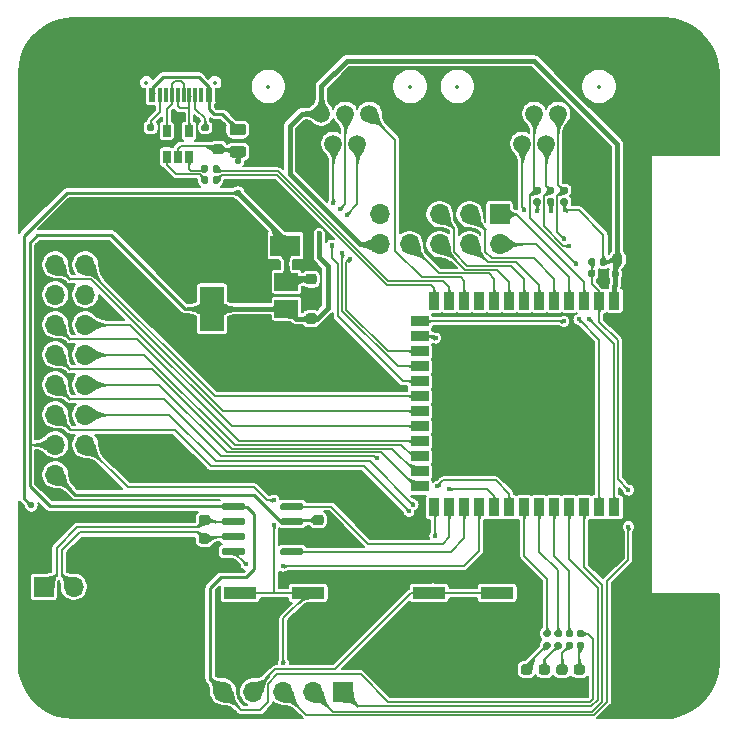
<source format=gbr>
%TF.GenerationSoftware,KiCad,Pcbnew,(5.1.6)-1*%
%TF.CreationDate,2022-03-15T00:03:31+08:00*%
%TF.ProjectId,esp32s2-openffb,65737033-3273-4322-9d6f-70656e666662,rev?*%
%TF.SameCoordinates,Original*%
%TF.FileFunction,Copper,L1,Top*%
%TF.FilePolarity,Positive*%
%FSLAX46Y46*%
G04 Gerber Fmt 4.6, Leading zero omitted, Abs format (unit mm)*
G04 Created by KiCad (PCBNEW (5.1.6)-1) date 2022-03-15 00:03:31*
%MOMM*%
%LPD*%
G01*
G04 APERTURE LIST*
%TA.AperFunction,ComponentPad*%
%ADD10O,1.700000X1.700000*%
%TD*%
%TA.AperFunction,ComponentPad*%
%ADD11R,1.700000X1.700000*%
%TD*%
%TA.AperFunction,SMDPad,CuDef*%
%ADD12R,0.900000X0.900000*%
%TD*%
%TA.AperFunction,SMDPad,CuDef*%
%ADD13R,1.500000X0.900000*%
%TD*%
%TA.AperFunction,SMDPad,CuDef*%
%ADD14R,0.900000X1.500000*%
%TD*%
%TA.AperFunction,SMDPad,CuDef*%
%ADD15R,2.500000X1.800000*%
%TD*%
%TA.AperFunction,ComponentPad*%
%ADD16C,1.520000*%
%TD*%
%TA.AperFunction,ComponentPad*%
%ADD17R,1.520000X1.520000*%
%TD*%
%TA.AperFunction,ComponentPad*%
%ADD18O,0.900000X2.000000*%
%TD*%
%TA.AperFunction,ComponentPad*%
%ADD19O,0.900000X1.700000*%
%TD*%
%TA.AperFunction,SMDPad,CuDef*%
%ADD20R,0.300000X1.160000*%
%TD*%
%TA.AperFunction,SMDPad,CuDef*%
%ADD21R,0.600000X1.160000*%
%TD*%
%TA.AperFunction,SMDPad,CuDef*%
%ADD22R,0.650000X1.060000*%
%TD*%
%TA.AperFunction,SMDPad,CuDef*%
%ADD23R,2.750000X1.000000*%
%TD*%
%TA.AperFunction,ComponentPad*%
%ADD24C,0.800000*%
%TD*%
%TA.AperFunction,ComponentPad*%
%ADD25C,6.400000*%
%TD*%
%TA.AperFunction,SMDPad,CuDef*%
%ADD26R,2.000000X1.500000*%
%TD*%
%TA.AperFunction,SMDPad,CuDef*%
%ADD27R,2.000000X3.800000*%
%TD*%
%TA.AperFunction,ViaPad*%
%ADD28C,0.400000*%
%TD*%
%TA.AperFunction,ViaPad*%
%ADD29C,0.550000*%
%TD*%
%TA.AperFunction,Conductor*%
%ADD30C,0.200000*%
%TD*%
%TA.AperFunction,Conductor*%
%ADD31C,0.300000*%
%TD*%
%TA.AperFunction,Conductor*%
%ADD32C,0.500000*%
%TD*%
%TA.AperFunction,Conductor*%
%ADD33C,0.254000*%
%TD*%
%TA.AperFunction,Conductor*%
%ADD34C,0.400000*%
%TD*%
%TA.AperFunction,Conductor*%
%ADD35C,0.140000*%
%TD*%
%TA.AperFunction,Conductor*%
%ADD36C,0.250000*%
%TD*%
%TA.AperFunction,Conductor*%
%ADD37C,0.025400*%
%TD*%
%ADD38C,0.200000*%
%ADD39C,0.300000*%
%ADD40C,0.350000*%
%ADD41O,0.600000X1.700000*%
%ADD42O,0.600000X1.400000*%
G04 APERTURE END LIST*
%TO.P,R2,2*%
%TO.N,/connector/USB_D-*%
%TA.AperFunction,SMDPad,CuDef*%
G36*
G01*
X16408900Y47073600D02*
X16408900Y46728600D01*
G75*
G02*
X16261400Y46581100I-147500J0D01*
G01*
X15966400Y46581100D01*
G75*
G02*
X15818900Y46728600I0J147500D01*
G01*
X15818900Y47073600D01*
G75*
G02*
X15966400Y47221100I147500J0D01*
G01*
X16261400Y47221100D01*
G75*
G02*
X16408900Y47073600I0J-147500D01*
G01*
G37*
%TD.AperFunction*%
%TO.P,R2,1*%
%TO.N,/USB_D-*%
%TA.AperFunction,SMDPad,CuDef*%
G36*
G01*
X17378900Y47073600D02*
X17378900Y46728600D01*
G75*
G02*
X17231400Y46581100I-147500J0D01*
G01*
X16936400Y46581100D01*
G75*
G02*
X16788900Y46728600I0J147500D01*
G01*
X16788900Y47073600D01*
G75*
G02*
X16936400Y47221100I147500J0D01*
G01*
X17231400Y47221100D01*
G75*
G02*
X17378900Y47073600I0J-147500D01*
G01*
G37*
%TD.AperFunction*%
%TD*%
%TO.P,R1,2*%
%TO.N,/connector/USB_D+*%
%TA.AperFunction,SMDPad,CuDef*%
G36*
G01*
X16421600Y46133800D02*
X16421600Y45788800D01*
G75*
G02*
X16274100Y45641300I-147500J0D01*
G01*
X15979100Y45641300D01*
G75*
G02*
X15831600Y45788800I0J147500D01*
G01*
X15831600Y46133800D01*
G75*
G02*
X15979100Y46281300I147500J0D01*
G01*
X16274100Y46281300D01*
G75*
G02*
X16421600Y46133800I0J-147500D01*
G01*
G37*
%TD.AperFunction*%
%TO.P,R1,1*%
%TO.N,/USB_D+*%
%TA.AperFunction,SMDPad,CuDef*%
G36*
G01*
X17391600Y46133800D02*
X17391600Y45788800D01*
G75*
G02*
X17244100Y45641300I-147500J0D01*
G01*
X16949100Y45641300D01*
G75*
G02*
X16801600Y45788800I0J147500D01*
G01*
X16801600Y46133800D01*
G75*
G02*
X16949100Y46281300I147500J0D01*
G01*
X17244100Y46281300D01*
G75*
G02*
X17391600Y46133800I0J-147500D01*
G01*
G37*
%TD.AperFunction*%
%TD*%
D10*
%TO.P,J4,16*%
%TO.N,/DRV_ENABLE*%
X3460000Y38780000D03*
%TO.P,J4,15*%
%TO.N,/GPIO_DRV*%
X6000000Y38780000D03*
%TO.P,J4,14*%
%TO.N,N/C*%
X3460000Y36240000D03*
%TO.P,J4,13*%
X6000000Y36240000D03*
%TO.P,J4,12*%
%TO.N,/BRAKE_CTRL*%
X3460000Y33700000D03*
%TO.P,J4,11*%
%TO.N,/DRV_FLAG*%
X6000000Y33700000D03*
%TO.P,J4,10*%
%TO.N,/SPI1_CS3*%
X3460000Y31160000D03*
%TO.P,J4,9*%
%TO.N,/SPI1_CS2*%
X6000000Y31160000D03*
%TO.P,J4,8*%
%TO.N,/SPI1_SCK*%
X3460000Y28620000D03*
%TO.P,J4,7*%
%TO.N,/SPI1_CS1*%
X6000000Y28620000D03*
%TO.P,J4,6*%
%TO.N,/SPI1_MISO*%
X3460000Y26080000D03*
%TO.P,J4,5*%
%TO.N,/SPI1_MOSI*%
X6000000Y26080000D03*
%TO.P,J4,4*%
%TO.N,+3V3*%
X3460000Y23540000D03*
%TO.P,J4,3*%
%TO.N,/DBG_EN*%
X6000000Y23540000D03*
%TO.P,J4,2*%
%TO.N,+5V*%
X3460000Y21000000D03*
D11*
%TO.P,J4,1*%
%TO.N,GND*%
X6000000Y21000000D03*
%TD*%
%TO.P,U3,8*%
%TO.N,/CAN_S*%
%TA.AperFunction,SMDPad,CuDef*%
G36*
G01*
X19518500Y14640700D02*
X19518500Y14340700D01*
G75*
G02*
X19368500Y14190700I-150000J0D01*
G01*
X17718500Y14190700D01*
G75*
G02*
X17568500Y14340700I0J150000D01*
G01*
X17568500Y14640700D01*
G75*
G02*
X17718500Y14790700I150000J0D01*
G01*
X19368500Y14790700D01*
G75*
G02*
X19518500Y14640700I0J-150000D01*
G01*
G37*
%TD.AperFunction*%
%TO.P,U3,7*%
%TO.N,/connector/CANH*%
%TA.AperFunction,SMDPad,CuDef*%
G36*
G01*
X19518500Y15910700D02*
X19518500Y15610700D01*
G75*
G02*
X19368500Y15460700I-150000J0D01*
G01*
X17718500Y15460700D01*
G75*
G02*
X17568500Y15610700I0J150000D01*
G01*
X17568500Y15910700D01*
G75*
G02*
X17718500Y16060700I150000J0D01*
G01*
X19368500Y16060700D01*
G75*
G02*
X19518500Y15910700I0J-150000D01*
G01*
G37*
%TD.AperFunction*%
%TO.P,U3,6*%
%TO.N,/connector/CANL*%
%TA.AperFunction,SMDPad,CuDef*%
G36*
G01*
X19518500Y17180700D02*
X19518500Y16880700D01*
G75*
G02*
X19368500Y16730700I-150000J0D01*
G01*
X17718500Y16730700D01*
G75*
G02*
X17568500Y16880700I0J150000D01*
G01*
X17568500Y17180700D01*
G75*
G02*
X17718500Y17330700I150000J0D01*
G01*
X19368500Y17330700D01*
G75*
G02*
X19518500Y17180700I0J-150000D01*
G01*
G37*
%TD.AperFunction*%
%TO.P,U3,5*%
%TO.N,+3V3*%
%TA.AperFunction,SMDPad,CuDef*%
G36*
G01*
X19518500Y18450700D02*
X19518500Y18150700D01*
G75*
G02*
X19368500Y18000700I-150000J0D01*
G01*
X17718500Y18000700D01*
G75*
G02*
X17568500Y18150700I0J150000D01*
G01*
X17568500Y18450700D01*
G75*
G02*
X17718500Y18600700I150000J0D01*
G01*
X19368500Y18600700D01*
G75*
G02*
X19518500Y18450700I0J-150000D01*
G01*
G37*
%TD.AperFunction*%
%TO.P,U3,4*%
%TO.N,/CAN_RX*%
%TA.AperFunction,SMDPad,CuDef*%
G36*
G01*
X24468500Y18450700D02*
X24468500Y18150700D01*
G75*
G02*
X24318500Y18000700I-150000J0D01*
G01*
X22668500Y18000700D01*
G75*
G02*
X22518500Y18150700I0J150000D01*
G01*
X22518500Y18450700D01*
G75*
G02*
X22668500Y18600700I150000J0D01*
G01*
X24318500Y18600700D01*
G75*
G02*
X24468500Y18450700I0J-150000D01*
G01*
G37*
%TD.AperFunction*%
%TO.P,U3,3*%
%TO.N,+5V*%
%TA.AperFunction,SMDPad,CuDef*%
G36*
G01*
X24468500Y17180700D02*
X24468500Y16880700D01*
G75*
G02*
X24318500Y16730700I-150000J0D01*
G01*
X22668500Y16730700D01*
G75*
G02*
X22518500Y16880700I0J150000D01*
G01*
X22518500Y17180700D01*
G75*
G02*
X22668500Y17330700I150000J0D01*
G01*
X24318500Y17330700D01*
G75*
G02*
X24468500Y17180700I0J-150000D01*
G01*
G37*
%TD.AperFunction*%
%TO.P,U3,2*%
%TO.N,GND*%
%TA.AperFunction,SMDPad,CuDef*%
G36*
G01*
X24468500Y15910700D02*
X24468500Y15610700D01*
G75*
G02*
X24318500Y15460700I-150000J0D01*
G01*
X22668500Y15460700D01*
G75*
G02*
X22518500Y15610700I0J150000D01*
G01*
X22518500Y15910700D01*
G75*
G02*
X22668500Y16060700I150000J0D01*
G01*
X24318500Y16060700D01*
G75*
G02*
X24468500Y15910700I0J-150000D01*
G01*
G37*
%TD.AperFunction*%
%TO.P,U3,1*%
%TO.N,/CAN_TX*%
%TA.AperFunction,SMDPad,CuDef*%
G36*
G01*
X24468500Y14640700D02*
X24468500Y14340700D01*
G75*
G02*
X24318500Y14190700I-150000J0D01*
G01*
X22668500Y14190700D01*
G75*
G02*
X22518500Y14340700I0J150000D01*
G01*
X22518500Y14640700D01*
G75*
G02*
X22668500Y14790700I150000J0D01*
G01*
X24318500Y14790700D01*
G75*
G02*
X24468500Y14640700I0J-150000D01*
G01*
G37*
%TD.AperFunction*%
%TD*%
D12*
%TO.P,U2,41*%
%TO.N,GND*%
X42955000Y27087500D03*
X42955000Y28487500D03*
X42955000Y29887500D03*
X44355000Y29887500D03*
X45755000Y29887500D03*
X45755000Y28487500D03*
X45755000Y27087500D03*
X44355000Y27087500D03*
D13*
%TO.P,U2,26*%
%TO.N,/SPI1_CS1*%
X34315000Y20002500D03*
%TO.P,U2,25*%
%TO.N,/SPI1_CS3*%
X34315000Y21272500D03*
D12*
%TO.P,U2,41*%
%TO.N,GND*%
X44355000Y28487500D03*
D14*
%TO.P,U2,40*%
X52075000Y18237500D03*
%TO.P,U2,39*%
%TO.N,/AIN0*%
X50805000Y18237500D03*
%TO.P,U2,38*%
%TO.N,/AIN1*%
X49535000Y18237500D03*
%TO.P,U2,37*%
%TO.N,/DBG_TX*%
X48265000Y18237500D03*
%TO.P,U2,36*%
%TO.N,/DBG_RX*%
X46995000Y18237500D03*
%TO.P,U2,35*%
%TO.N,/LED_SYS*%
X45725000Y18237500D03*
%TO.P,U2,34*%
%TO.N,/LED_CLIP*%
X44455000Y18237500D03*
%TO.P,U2,33*%
%TO.N,/LED_ERR*%
X43185000Y18237500D03*
%TO.P,U2,32*%
%TO.N,/SPI1_MOSI*%
X41915000Y18237500D03*
%TO.P,U2,31*%
%TO.N,/SPI1_MISO*%
X40645000Y18237500D03*
%TO.P,U2,30*%
%TO.N,/CAN_S*%
X39375000Y18237500D03*
%TO.P,U2,29*%
%TO.N,/CAN_TX*%
X38105000Y18237500D03*
%TO.P,U2,28*%
%TO.N,/CAN_RX*%
X36835000Y18237500D03*
%TO.P,U2,27*%
%TO.N,/DBG_IO0*%
X35565000Y18237500D03*
D13*
%TO.P,U2,24*%
%TO.N,/SPI1_CS2*%
X34315000Y22542500D03*
%TO.P,U2,23*%
%TO.N,/BRAKE_CTRL*%
X34315000Y23812500D03*
%TO.P,U2,22*%
%TO.N,/DRV_FLAG*%
X34315000Y25082500D03*
%TO.P,U2,21*%
%TO.N,/DRV_ENABLE*%
X34315000Y26352500D03*
%TO.P,U2,20*%
%TO.N,/GPIO_DRV*%
X34315000Y27622500D03*
%TO.P,U2,19*%
%TO.N,/DIN0*%
X34315000Y28892500D03*
%TO.P,U2,18*%
%TO.N,/DIN1*%
X34315000Y30162500D03*
%TO.P,U2,17*%
%TO.N,/DIN2*%
X34315000Y31432500D03*
%TO.P,U2,16*%
%TO.N,/SPI1_SCK*%
X34315000Y32702500D03*
%TO.P,U2,15*%
%TO.N,/AIN2*%
X34315000Y33972500D03*
D14*
%TO.P,U2,1*%
%TO.N,GND*%
X52075000Y35737500D03*
%TO.P,U2,2*%
%TO.N,+3V3*%
X50805000Y35737500D03*
%TO.P,U2,3*%
%TO.N,/DBG_EN*%
X49535000Y35737500D03*
%TO.P,U2,4*%
%TO.N,/ENCODER_A*%
X48265000Y35737500D03*
%TO.P,U2,5*%
%TO.N,/PWM1*%
X46995000Y35737500D03*
%TO.P,U2,6*%
%TO.N,/ENCODER_B*%
X45725000Y35737500D03*
%TO.P,U2,7*%
%TO.N,/PWM2*%
X44455000Y35737500D03*
%TO.P,U2,8*%
%TO.N,/ENCODER_Z*%
X43185000Y35737500D03*
%TO.P,U2,9*%
%TO.N,/PWM3*%
X41915000Y35737500D03*
%TO.P,U2,10*%
%TO.N,/PWM4*%
X40645000Y35737500D03*
%TO.P,U2,11*%
%TO.N,N/C*%
X39375000Y35737500D03*
%TO.P,U2,12*%
%TO.N,/DIN3*%
X38105000Y35737500D03*
%TO.P,U2,13*%
%TO.N,/USB_D-*%
X36835000Y35737500D03*
%TO.P,U2,14*%
%TO.N,/USB_D+*%
X35565000Y35737500D03*
%TD*%
%TO.P,R15,2*%
%TO.N,/connector/CANH*%
%TA.AperFunction,SMDPad,CuDef*%
G36*
G01*
X15834650Y16020300D02*
X16347150Y16020300D01*
G75*
G02*
X16565900Y15801550I0J-218750D01*
G01*
X16565900Y15364050D01*
G75*
G02*
X16347150Y15145300I-218750J0D01*
G01*
X15834650Y15145300D01*
G75*
G02*
X15615900Y15364050I0J218750D01*
G01*
X15615900Y15801550D01*
G75*
G02*
X15834650Y16020300I218750J0D01*
G01*
G37*
%TD.AperFunction*%
%TO.P,R15,1*%
%TO.N,/connector/CANL*%
%TA.AperFunction,SMDPad,CuDef*%
G36*
G01*
X15834650Y17595300D02*
X16347150Y17595300D01*
G75*
G02*
X16565900Y17376550I0J-218750D01*
G01*
X16565900Y16939050D01*
G75*
G02*
X16347150Y16720300I-218750J0D01*
G01*
X15834650Y16720300D01*
G75*
G02*
X15615900Y16939050I0J218750D01*
G01*
X15615900Y17376550D01*
G75*
G02*
X15834650Y17595300I218750J0D01*
G01*
G37*
%TD.AperFunction*%
%TD*%
D10*
%TO.P,J3,2*%
%TO.N,/connector/CANH*%
X5040000Y11500000D03*
D11*
%TO.P,J3,1*%
%TO.N,/connector/CANL*%
X2500000Y11500000D03*
%TD*%
%TO.P,C3,2*%
%TO.N,+5V*%
%TA.AperFunction,SMDPad,CuDef*%
G36*
G01*
X25973750Y16720300D02*
X25461250Y16720300D01*
G75*
G02*
X25242500Y16939050I0J218750D01*
G01*
X25242500Y17376550D01*
G75*
G02*
X25461250Y17595300I218750J0D01*
G01*
X25973750Y17595300D01*
G75*
G02*
X26192500Y17376550I0J-218750D01*
G01*
X26192500Y16939050D01*
G75*
G02*
X25973750Y16720300I-218750J0D01*
G01*
G37*
%TD.AperFunction*%
%TO.P,C3,1*%
%TO.N,GND*%
%TA.AperFunction,SMDPad,CuDef*%
G36*
G01*
X25973750Y15145300D02*
X25461250Y15145300D01*
G75*
G02*
X25242500Y15364050I0J218750D01*
G01*
X25242500Y15801550D01*
G75*
G02*
X25461250Y16020300I218750J0D01*
G01*
X25973750Y16020300D01*
G75*
G02*
X26192500Y15801550I0J-218750D01*
G01*
X26192500Y15364050D01*
G75*
G02*
X25973750Y15145300I-218750J0D01*
G01*
G37*
%TD.AperFunction*%
%TD*%
%TO.P,R13,2*%
%TO.N,/AIN0*%
%TA.AperFunction,SMDPad,CuDef*%
G36*
G01*
X44432000Y44767000D02*
X44087000Y44767000D01*
G75*
G02*
X43939500Y44914500I0J147500D01*
G01*
X43939500Y45209500D01*
G75*
G02*
X44087000Y45357000I147500J0D01*
G01*
X44432000Y45357000D01*
G75*
G02*
X44579500Y45209500I0J-147500D01*
G01*
X44579500Y44914500D01*
G75*
G02*
X44432000Y44767000I-147500J0D01*
G01*
G37*
%TD.AperFunction*%
%TO.P,R13,1*%
%TO.N,+3V3*%
%TA.AperFunction,SMDPad,CuDef*%
G36*
G01*
X44432000Y43797000D02*
X44087000Y43797000D01*
G75*
G02*
X43939500Y43944500I0J147500D01*
G01*
X43939500Y44239500D01*
G75*
G02*
X44087000Y44387000I147500J0D01*
G01*
X44432000Y44387000D01*
G75*
G02*
X44579500Y44239500I0J-147500D01*
G01*
X44579500Y43944500D01*
G75*
G02*
X44432000Y43797000I-147500J0D01*
G01*
G37*
%TD.AperFunction*%
%TD*%
%TO.P,R12,2*%
%TO.N,/AIN1*%
%TA.AperFunction,SMDPad,CuDef*%
G36*
G01*
X45575000Y44767000D02*
X45230000Y44767000D01*
G75*
G02*
X45082500Y44914500I0J147500D01*
G01*
X45082500Y45209500D01*
G75*
G02*
X45230000Y45357000I147500J0D01*
G01*
X45575000Y45357000D01*
G75*
G02*
X45722500Y45209500I0J-147500D01*
G01*
X45722500Y44914500D01*
G75*
G02*
X45575000Y44767000I-147500J0D01*
G01*
G37*
%TD.AperFunction*%
%TO.P,R12,1*%
%TO.N,+3V3*%
%TA.AperFunction,SMDPad,CuDef*%
G36*
G01*
X45575000Y43797000D02*
X45230000Y43797000D01*
G75*
G02*
X45082500Y43944500I0J147500D01*
G01*
X45082500Y44239500D01*
G75*
G02*
X45230000Y44387000I147500J0D01*
G01*
X45575000Y44387000D01*
G75*
G02*
X45722500Y44239500I0J-147500D01*
G01*
X45722500Y43944500D01*
G75*
G02*
X45575000Y43797000I-147500J0D01*
G01*
G37*
%TD.AperFunction*%
%TD*%
%TO.P,R5,2*%
%TO.N,/AIN2*%
%TA.AperFunction,SMDPad,CuDef*%
G36*
G01*
X46718000Y44767000D02*
X46373000Y44767000D01*
G75*
G02*
X46225500Y44914500I0J147500D01*
G01*
X46225500Y45209500D01*
G75*
G02*
X46373000Y45357000I147500J0D01*
G01*
X46718000Y45357000D01*
G75*
G02*
X46865500Y45209500I0J-147500D01*
G01*
X46865500Y44914500D01*
G75*
G02*
X46718000Y44767000I-147500J0D01*
G01*
G37*
%TD.AperFunction*%
%TO.P,R5,1*%
%TO.N,+3V3*%
%TA.AperFunction,SMDPad,CuDef*%
G36*
G01*
X46718000Y43797000D02*
X46373000Y43797000D01*
G75*
G02*
X46225500Y43944500I0J147500D01*
G01*
X46225500Y44239500D01*
G75*
G02*
X46373000Y44387000I147500J0D01*
G01*
X46718000Y44387000D01*
G75*
G02*
X46865500Y44239500I0J-147500D01*
G01*
X46865500Y43944500D01*
G75*
G02*
X46718000Y43797000I-147500J0D01*
G01*
G37*
%TD.AperFunction*%
%TD*%
D15*
%TO.P,D1,2*%
%TO.N,GND*%
X18955000Y40386000D03*
%TO.P,D1,1*%
%TO.N,+5V*%
X22955000Y40386000D03*
%TD*%
D16*
%TO.P,J7,6*%
%TO.N,/DIN3*%
X30065500Y51562000D03*
%TO.P,J7,5*%
%TO.N,/DIN2*%
X29045500Y49022000D03*
%TO.P,J7,4*%
%TO.N,/DIN1*%
X28025500Y51562000D03*
%TO.P,J7,3*%
%TO.N,/DIN0*%
X27005500Y49022000D03*
%TO.P,J7,2*%
%TO.N,+3V3*%
X25985500Y51562000D03*
D17*
%TO.P,J7,1*%
%TO.N,GND*%
X24965500Y49022000D03*
%TD*%
D16*
%TO.P,J6,6*%
%TO.N,/AIN2*%
X46057500Y51562000D03*
%TO.P,J6,5*%
%TO.N,/AIN1*%
X45037500Y49022000D03*
%TO.P,J6,4*%
%TO.N,/AIN0*%
X44017500Y51562000D03*
%TO.P,J6,3*%
%TO.N,+3V3*%
X42997500Y49022000D03*
%TO.P,J6,2*%
%TO.N,GND*%
X41977500Y51562000D03*
D17*
%TO.P,J6,1*%
X40957500Y49022000D03*
%TD*%
%TO.P,R4,2*%
%TO.N,/DBG_EN*%
%TA.AperFunction,SMDPad,CuDef*%
G36*
G01*
X49187600Y39186900D02*
X49187600Y38841900D01*
G75*
G02*
X49040100Y38694400I-147500J0D01*
G01*
X48745100Y38694400D01*
G75*
G02*
X48597600Y38841900I0J147500D01*
G01*
X48597600Y39186900D01*
G75*
G02*
X48745100Y39334400I147500J0D01*
G01*
X49040100Y39334400D01*
G75*
G02*
X49187600Y39186900I0J-147500D01*
G01*
G37*
%TD.AperFunction*%
%TO.P,R4,1*%
%TO.N,+3V3*%
%TA.AperFunction,SMDPad,CuDef*%
G36*
G01*
X50157600Y39186900D02*
X50157600Y38841900D01*
G75*
G02*
X50010100Y38694400I-147500J0D01*
G01*
X49715100Y38694400D01*
G75*
G02*
X49567600Y38841900I0J147500D01*
G01*
X49567600Y39186900D01*
G75*
G02*
X49715100Y39334400I147500J0D01*
G01*
X50010100Y39334400D01*
G75*
G02*
X50157600Y39186900I0J-147500D01*
G01*
G37*
%TD.AperFunction*%
%TD*%
%TO.P,C15,2*%
%TO.N,GND*%
%TA.AperFunction,SMDPad,CuDef*%
G36*
G01*
X51548800Y37825900D02*
X51548800Y38170900D01*
G75*
G02*
X51696300Y38318400I147500J0D01*
G01*
X51991300Y38318400D01*
G75*
G02*
X52138800Y38170900I0J-147500D01*
G01*
X52138800Y37825900D01*
G75*
G02*
X51991300Y37678400I-147500J0D01*
G01*
X51696300Y37678400D01*
G75*
G02*
X51548800Y37825900I0J147500D01*
G01*
G37*
%TD.AperFunction*%
%TO.P,C15,1*%
%TO.N,+3V3*%
%TA.AperFunction,SMDPad,CuDef*%
G36*
G01*
X50578800Y37825900D02*
X50578800Y38170900D01*
G75*
G02*
X50726300Y38318400I147500J0D01*
G01*
X51021300Y38318400D01*
G75*
G02*
X51168800Y38170900I0J-147500D01*
G01*
X51168800Y37825900D01*
G75*
G02*
X51021300Y37678400I-147500J0D01*
G01*
X50726300Y37678400D01*
G75*
G02*
X50578800Y37825900I0J147500D01*
G01*
G37*
%TD.AperFunction*%
%TD*%
%TO.P,C6,2*%
%TO.N,GND*%
%TA.AperFunction,SMDPad,CuDef*%
G36*
G01*
X49567600Y37876700D02*
X49567600Y38221700D01*
G75*
G02*
X49715100Y38369200I147500J0D01*
G01*
X50010100Y38369200D01*
G75*
G02*
X50157600Y38221700I0J-147500D01*
G01*
X50157600Y37876700D01*
G75*
G02*
X50010100Y37729200I-147500J0D01*
G01*
X49715100Y37729200D01*
G75*
G02*
X49567600Y37876700I0J147500D01*
G01*
G37*
%TD.AperFunction*%
%TO.P,C6,1*%
%TO.N,/DBG_EN*%
%TA.AperFunction,SMDPad,CuDef*%
G36*
G01*
X48597600Y37876700D02*
X48597600Y38221700D01*
G75*
G02*
X48745100Y38369200I147500J0D01*
G01*
X49040100Y38369200D01*
G75*
G02*
X49187600Y38221700I0J-147500D01*
G01*
X49187600Y37876700D01*
G75*
G02*
X49040100Y37729200I-147500J0D01*
G01*
X48745100Y37729200D01*
G75*
G02*
X48597600Y37876700I0J147500D01*
G01*
G37*
%TD.AperFunction*%
%TD*%
%TO.P,C4,2*%
%TO.N,GND*%
%TA.AperFunction,SMDPad,CuDef*%
G36*
G01*
X52191500Y38961350D02*
X52191500Y39473850D01*
G75*
G02*
X52410250Y39692600I218750J0D01*
G01*
X52847750Y39692600D01*
G75*
G02*
X53066500Y39473850I0J-218750D01*
G01*
X53066500Y38961350D01*
G75*
G02*
X52847750Y38742600I-218750J0D01*
G01*
X52410250Y38742600D01*
G75*
G02*
X52191500Y38961350I0J218750D01*
G01*
G37*
%TD.AperFunction*%
%TO.P,C4,1*%
%TO.N,+3V3*%
%TA.AperFunction,SMDPad,CuDef*%
G36*
G01*
X50616500Y38961350D02*
X50616500Y39473850D01*
G75*
G02*
X50835250Y39692600I218750J0D01*
G01*
X51272750Y39692600D01*
G75*
G02*
X51491500Y39473850I0J-218750D01*
G01*
X51491500Y38961350D01*
G75*
G02*
X51272750Y38742600I-218750J0D01*
G01*
X50835250Y38742600D01*
G75*
G02*
X50616500Y38961350I0J218750D01*
G01*
G37*
%TD.AperFunction*%
%TD*%
D12*
%TO.P,U5,41*%
%TO.N,GND*%
X42955000Y27087500D03*
X42955000Y28487500D03*
X42955000Y29887500D03*
X44355000Y29887500D03*
X45755000Y29887500D03*
X45755000Y28487500D03*
X45755000Y27087500D03*
X44355000Y27087500D03*
D13*
%TO.P,U5,26*%
%TO.N,/SPI1_CS1*%
X34315000Y20002500D03*
%TO.P,U5,25*%
%TO.N,/SPI1_CS3*%
X34315000Y21272500D03*
D12*
%TO.P,U5,41*%
%TO.N,GND*%
X44355000Y28487500D03*
D14*
%TO.P,U5,40*%
X52075000Y18237500D03*
%TO.P,U5,39*%
%TO.N,/AIN0*%
X50805000Y18237500D03*
%TO.P,U5,38*%
%TO.N,/AIN1*%
X49535000Y18237500D03*
%TO.P,U5,37*%
%TO.N,/DBG_TX*%
X48265000Y18237500D03*
%TO.P,U5,36*%
%TO.N,/DBG_RX*%
X46995000Y18237500D03*
%TO.P,U5,35*%
%TO.N,/LED_SYS*%
X45725000Y18237500D03*
%TO.P,U5,34*%
%TO.N,/LED_CLIP*%
X44455000Y18237500D03*
%TO.P,U5,33*%
%TO.N,/LED_ERR*%
X43185000Y18237500D03*
%TO.P,U5,32*%
%TO.N,/SPI1_MOSI*%
X41915000Y18237500D03*
%TO.P,U5,31*%
%TO.N,/SPI1_MISO*%
X40645000Y18237500D03*
%TO.P,U5,30*%
%TO.N,/CAN_S*%
X39375000Y18237500D03*
%TO.P,U5,29*%
%TO.N,/CAN_TX*%
X38105000Y18237500D03*
%TO.P,U5,28*%
%TO.N,/CAN_RX*%
X36835000Y18237500D03*
%TO.P,U5,27*%
%TO.N,/DBG_IO0*%
X35565000Y18237500D03*
D13*
%TO.P,U5,24*%
%TO.N,/SPI1_CS2*%
X34315000Y22542500D03*
%TO.P,U5,23*%
%TO.N,/BRAKE_CTRL*%
X34315000Y23812500D03*
%TO.P,U5,22*%
%TO.N,/DRV_FLAG*%
X34315000Y25082500D03*
%TO.P,U5,21*%
%TO.N,/DRV_ENABLE*%
X34315000Y26352500D03*
%TO.P,U5,20*%
%TO.N,/GPIO_DRV*%
X34315000Y27622500D03*
%TO.P,U5,19*%
%TO.N,/DIN0*%
X34315000Y28892500D03*
%TO.P,U5,18*%
%TO.N,/DIN1*%
X34315000Y30162500D03*
%TO.P,U5,17*%
%TO.N,/DIN2*%
X34315000Y31432500D03*
%TO.P,U5,16*%
%TO.N,/SPI1_SCK*%
X34315000Y32702500D03*
%TO.P,U5,15*%
%TO.N,/AIN2*%
X34315000Y33972500D03*
D14*
%TO.P,U5,1*%
%TO.N,GND*%
X52075000Y35737500D03*
%TO.P,U5,2*%
%TO.N,+3V3*%
X50805000Y35737500D03*
%TO.P,U5,3*%
%TO.N,/DBG_EN*%
X49535000Y35737500D03*
%TO.P,U5,4*%
%TO.N,/ENCODER_A*%
X48265000Y35737500D03*
%TO.P,U5,5*%
%TO.N,/PWM1*%
X46995000Y35737500D03*
%TO.P,U5,6*%
%TO.N,/ENCODER_B*%
X45725000Y35737500D03*
%TO.P,U5,7*%
%TO.N,/PWM2*%
X44455000Y35737500D03*
%TO.P,U5,8*%
%TO.N,/ENCODER_Z*%
X43185000Y35737500D03*
%TO.P,U5,9*%
%TO.N,/PWM3*%
X41915000Y35737500D03*
%TO.P,U5,10*%
%TO.N,/PWM4*%
X40645000Y35737500D03*
%TO.P,U5,11*%
%TO.N,N/C*%
X39375000Y35737500D03*
%TO.P,U5,12*%
%TO.N,/DIN3*%
X38105000Y35737500D03*
%TO.P,U5,13*%
%TO.N,/USB_D-*%
X36835000Y35737500D03*
%TO.P,U5,14*%
%TO.N,/USB_D+*%
X35565000Y35737500D03*
%TD*%
D18*
%TO.P,J1,S1*%
%TO.N,GND*%
X18401700Y53708700D03*
X9761700Y53708700D03*
D19*
X18401700Y57878700D03*
X9761700Y57878700D03*
D20*
%TO.P,J1,B7*%
%TO.N,Net-(J1-PadA7)*%
X14831700Y53128700D03*
%TO.P,J1,A6*%
%TO.N,Net-(J1-PadA6)*%
X14331700Y53128700D03*
%TO.P,J1,A7*%
%TO.N,Net-(J1-PadA7)*%
X13831700Y53128700D03*
%TO.P,J1,B8*%
%TO.N,N/C*%
X15831700Y53128700D03*
%TO.P,J1,A5*%
%TO.N,Net-(J1-PadA5)*%
X15331700Y53128700D03*
%TO.P,J1,A8*%
%TO.N,N/C*%
X12831700Y53128700D03*
%TO.P,J1,B6*%
%TO.N,Net-(J1-PadA6)*%
X13331700Y53128700D03*
%TO.P,J1,B5*%
%TO.N,Net-(J1-PadB5)*%
X12331700Y53128700D03*
D21*
%TO.P,J1,A4*%
%TO.N,Net-(F1-Pad2)*%
X16481700Y53128700D03*
%TO.P,J1,B9*%
X16481700Y53128700D03*
%TO.P,J1,A1*%
%TO.N,GND*%
X17281700Y53128700D03*
%TO.P,J1,B12*%
X17281700Y53128700D03*
%TO.P,J1,B4*%
%TO.N,Net-(F1-Pad2)*%
X11681700Y53128700D03*
%TO.P,J1,B1*%
%TO.N,GND*%
X10881700Y53128700D03*
%TO.P,J1,A9*%
%TO.N,Net-(F1-Pad2)*%
X11681700Y53128700D03*
%TO.P,J1,A12*%
%TO.N,GND*%
X10881700Y53128700D03*
%TD*%
D22*
%TO.P,U4,5*%
%TO.N,+5V*%
X13846500Y47907500D03*
%TO.P,U4,6*%
%TO.N,/connector/USB_D-*%
X14796500Y47907500D03*
%TO.P,U4,4*%
%TO.N,/connector/USB_D+*%
X12896500Y47907500D03*
%TO.P,U4,3*%
%TO.N,Net-(J1-PadA6)*%
X12896500Y50107500D03*
%TO.P,U4,2*%
%TO.N,GND*%
X13846500Y50107500D03*
%TO.P,U4,1*%
%TO.N,Net-(J1-PadA7)*%
X14796500Y50107500D03*
%TD*%
%TO.P,R11,2*%
%TO.N,GND*%
%TA.AperFunction,SMDPad,CuDef*%
G36*
G01*
X11374000Y49717500D02*
X11719000Y49717500D01*
G75*
G02*
X11866500Y49570000I0J-147500D01*
G01*
X11866500Y49275000D01*
G75*
G02*
X11719000Y49127500I-147500J0D01*
G01*
X11374000Y49127500D01*
G75*
G02*
X11226500Y49275000I0J147500D01*
G01*
X11226500Y49570000D01*
G75*
G02*
X11374000Y49717500I147500J0D01*
G01*
G37*
%TD.AperFunction*%
%TO.P,R11,1*%
%TO.N,Net-(J1-PadB5)*%
%TA.AperFunction,SMDPad,CuDef*%
G36*
G01*
X11374000Y50687500D02*
X11719000Y50687500D01*
G75*
G02*
X11866500Y50540000I0J-147500D01*
G01*
X11866500Y50245000D01*
G75*
G02*
X11719000Y50097500I-147500J0D01*
G01*
X11374000Y50097500D01*
G75*
G02*
X11226500Y50245000I0J147500D01*
G01*
X11226500Y50540000D01*
G75*
G02*
X11374000Y50687500I147500J0D01*
G01*
G37*
%TD.AperFunction*%
%TD*%
%TO.P,R10,2*%
%TO.N,GND*%
%TA.AperFunction,SMDPad,CuDef*%
G36*
G01*
X15974000Y49717500D02*
X16319000Y49717500D01*
G75*
G02*
X16466500Y49570000I0J-147500D01*
G01*
X16466500Y49275000D01*
G75*
G02*
X16319000Y49127500I-147500J0D01*
G01*
X15974000Y49127500D01*
G75*
G02*
X15826500Y49275000I0J147500D01*
G01*
X15826500Y49570000D01*
G75*
G02*
X15974000Y49717500I147500J0D01*
G01*
G37*
%TD.AperFunction*%
%TO.P,R10,1*%
%TO.N,Net-(J1-PadA5)*%
%TA.AperFunction,SMDPad,CuDef*%
G36*
G01*
X15974000Y50687500D02*
X16319000Y50687500D01*
G75*
G02*
X16466500Y50540000I0J-147500D01*
G01*
X16466500Y50245000D01*
G75*
G02*
X16319000Y50097500I-147500J0D01*
G01*
X15974000Y50097500D01*
G75*
G02*
X15826500Y50245000I0J147500D01*
G01*
X15826500Y50540000D01*
G75*
G02*
X15974000Y50687500I147500J0D01*
G01*
G37*
%TD.AperFunction*%
%TD*%
D10*
%TO.P,J5,10*%
%TO.N,+3V3*%
X30924500Y40513000D03*
%TO.P,J5,9*%
%TO.N,+5V*%
X30924500Y43053000D03*
%TO.P,J5,8*%
%TO.N,/PWM4*%
X33464500Y40513000D03*
%TO.P,J5,7*%
%TO.N,GND*%
X33464500Y43053000D03*
%TO.P,J5,6*%
%TO.N,/PWM3*%
X36004500Y40513000D03*
%TO.P,J5,5*%
%TO.N,/ENCODER_Z*%
X36004500Y43053000D03*
%TO.P,J5,4*%
%TO.N,/PWM2*%
X38544500Y40513000D03*
%TO.P,J5,3*%
%TO.N,/ENCODER_B*%
X38544500Y43053000D03*
%TO.P,J5,2*%
%TO.N,/PWM1*%
X41084500Y40513000D03*
D11*
%TO.P,J5,1*%
%TO.N,/ENCODER_A*%
X41084500Y43053000D03*
%TD*%
%TO.P,F1,2*%
%TO.N,Net-(F1-Pad2)*%
%TA.AperFunction,SMDPad,CuDef*%
G36*
G01*
X19379250Y49726000D02*
X18466750Y49726000D01*
G75*
G02*
X18223000Y49969750I0J243750D01*
G01*
X18223000Y50457250D01*
G75*
G02*
X18466750Y50701000I243750J0D01*
G01*
X19379250Y50701000D01*
G75*
G02*
X19623000Y50457250I0J-243750D01*
G01*
X19623000Y49969750D01*
G75*
G02*
X19379250Y49726000I-243750J0D01*
G01*
G37*
%TD.AperFunction*%
%TO.P,F1,1*%
%TO.N,+5V*%
%TA.AperFunction,SMDPad,CuDef*%
G36*
G01*
X19379250Y47851000D02*
X18466750Y47851000D01*
G75*
G02*
X18223000Y48094750I0J243750D01*
G01*
X18223000Y48582250D01*
G75*
G02*
X18466750Y48826000I243750J0D01*
G01*
X19379250Y48826000D01*
G75*
G02*
X19623000Y48582250I0J-243750D01*
G01*
X19623000Y48094750D01*
G75*
G02*
X19379250Y47851000I-243750J0D01*
G01*
G37*
%TD.AperFunction*%
%TD*%
%TO.P,C19,2*%
%TO.N,+5V*%
%TA.AperFunction,SMDPad,CuDef*%
G36*
G01*
X17015750Y48989500D02*
X17528250Y48989500D01*
G75*
G02*
X17747000Y48770750I0J-218750D01*
G01*
X17747000Y48333250D01*
G75*
G02*
X17528250Y48114500I-218750J0D01*
G01*
X17015750Y48114500D01*
G75*
G02*
X16797000Y48333250I0J218750D01*
G01*
X16797000Y48770750D01*
G75*
G02*
X17015750Y48989500I218750J0D01*
G01*
G37*
%TD.AperFunction*%
%TO.P,C19,1*%
%TO.N,GND*%
%TA.AperFunction,SMDPad,CuDef*%
G36*
G01*
X17015750Y50564500D02*
X17528250Y50564500D01*
G75*
G02*
X17747000Y50345750I0J-218750D01*
G01*
X17747000Y49908250D01*
G75*
G02*
X17528250Y49689500I-218750J0D01*
G01*
X17015750Y49689500D01*
G75*
G02*
X16797000Y49908250I0J218750D01*
G01*
X16797000Y50345750D01*
G75*
G02*
X17015750Y50564500I218750J0D01*
G01*
G37*
%TD.AperFunction*%
%TD*%
D23*
%TO.P,SW2,2*%
%TO.N,GND*%
X24880000Y7000000D03*
X19120000Y7000000D03*
%TO.P,SW2,1*%
%TO.N,/DBG_EN*%
X19120000Y11000000D03*
X24880000Y11000000D03*
%TD*%
%TO.P,SW1,2*%
%TO.N,GND*%
X40880000Y7000000D03*
X35120000Y7000000D03*
%TO.P,SW1,1*%
%TO.N,/DBG_IO0*%
X35120000Y11000000D03*
X40880000Y11000000D03*
%TD*%
%TO.P,R9,2*%
%TO.N,/LED_ERR*%
%TA.AperFunction,SMDPad,CuDef*%
G36*
G01*
X45295400Y7286800D02*
X44925400Y7286800D01*
G75*
G02*
X44790400Y7421800I0J135000D01*
G01*
X44790400Y7691800D01*
G75*
G02*
X44925400Y7826800I135000J0D01*
G01*
X45295400Y7826800D01*
G75*
G02*
X45430400Y7691800I0J-135000D01*
G01*
X45430400Y7421800D01*
G75*
G02*
X45295400Y7286800I-135000J0D01*
G01*
G37*
%TD.AperFunction*%
%TO.P,R9,1*%
%TO.N,Net-(D11-Pad2)*%
%TA.AperFunction,SMDPad,CuDef*%
G36*
G01*
X45295400Y6266800D02*
X44925400Y6266800D01*
G75*
G02*
X44790400Y6401800I0J135000D01*
G01*
X44790400Y6671800D01*
G75*
G02*
X44925400Y6806800I135000J0D01*
G01*
X45295400Y6806800D01*
G75*
G02*
X45430400Y6671800I0J-135000D01*
G01*
X45430400Y6401800D01*
G75*
G02*
X45295400Y6266800I-135000J0D01*
G01*
G37*
%TD.AperFunction*%
%TD*%
%TO.P,R8,2*%
%TO.N,/LED_CLIP*%
%TA.AperFunction,SMDPad,CuDef*%
G36*
G01*
X46235200Y7275800D02*
X45865200Y7275800D01*
G75*
G02*
X45730200Y7410800I0J135000D01*
G01*
X45730200Y7680800D01*
G75*
G02*
X45865200Y7815800I135000J0D01*
G01*
X46235200Y7815800D01*
G75*
G02*
X46370200Y7680800I0J-135000D01*
G01*
X46370200Y7410800D01*
G75*
G02*
X46235200Y7275800I-135000J0D01*
G01*
G37*
%TD.AperFunction*%
%TO.P,R8,1*%
%TO.N,Net-(D10-Pad2)*%
%TA.AperFunction,SMDPad,CuDef*%
G36*
G01*
X46235200Y6255800D02*
X45865200Y6255800D01*
G75*
G02*
X45730200Y6390800I0J135000D01*
G01*
X45730200Y6660800D01*
G75*
G02*
X45865200Y6795800I135000J0D01*
G01*
X46235200Y6795800D01*
G75*
G02*
X46370200Y6660800I0J-135000D01*
G01*
X46370200Y6390800D01*
G75*
G02*
X46235200Y6255800I-135000J0D01*
G01*
G37*
%TD.AperFunction*%
%TD*%
%TO.P,R7,2*%
%TO.N,/LED_SYS*%
%TA.AperFunction,SMDPad,CuDef*%
G36*
G01*
X47175000Y7275800D02*
X46805000Y7275800D01*
G75*
G02*
X46670000Y7410800I0J135000D01*
G01*
X46670000Y7680800D01*
G75*
G02*
X46805000Y7815800I135000J0D01*
G01*
X47175000Y7815800D01*
G75*
G02*
X47310000Y7680800I0J-135000D01*
G01*
X47310000Y7410800D01*
G75*
G02*
X47175000Y7275800I-135000J0D01*
G01*
G37*
%TD.AperFunction*%
%TO.P,R7,1*%
%TO.N,Net-(D9-Pad2)*%
%TA.AperFunction,SMDPad,CuDef*%
G36*
G01*
X47175000Y6255800D02*
X46805000Y6255800D01*
G75*
G02*
X46670000Y6390800I0J135000D01*
G01*
X46670000Y6660800D01*
G75*
G02*
X46805000Y6795800I135000J0D01*
G01*
X47175000Y6795800D01*
G75*
G02*
X47310000Y6660800I0J-135000D01*
G01*
X47310000Y6390800D01*
G75*
G02*
X47175000Y6255800I-135000J0D01*
G01*
G37*
%TD.AperFunction*%
%TD*%
%TO.P,R6,2*%
%TO.N,+3V3*%
%TA.AperFunction,SMDPad,CuDef*%
G36*
G01*
X48114800Y7275800D02*
X47744800Y7275800D01*
G75*
G02*
X47609800Y7410800I0J135000D01*
G01*
X47609800Y7680800D01*
G75*
G02*
X47744800Y7815800I135000J0D01*
G01*
X48114800Y7815800D01*
G75*
G02*
X48249800Y7680800I0J-135000D01*
G01*
X48249800Y7410800D01*
G75*
G02*
X48114800Y7275800I-135000J0D01*
G01*
G37*
%TD.AperFunction*%
%TO.P,R6,1*%
%TO.N,Net-(D12-Pad2)*%
%TA.AperFunction,SMDPad,CuDef*%
G36*
G01*
X48114800Y6255800D02*
X47744800Y6255800D01*
G75*
G02*
X47609800Y6390800I0J135000D01*
G01*
X47609800Y6660800D01*
G75*
G02*
X47744800Y6795800I135000J0D01*
G01*
X48114800Y6795800D01*
G75*
G02*
X48249800Y6660800I0J-135000D01*
G01*
X48249800Y6390800D01*
G75*
G02*
X48114800Y6255800I-135000J0D01*
G01*
G37*
%TD.AperFunction*%
%TD*%
D24*
%TO.P,H4,1*%
%TO.N,GND*%
X6697056Y6697056D03*
X5000000Y7400000D03*
X3302944Y6697056D03*
X2600000Y5000000D03*
X3302944Y3302944D03*
X5000000Y2600000D03*
X6697056Y3302944D03*
X7400000Y5000000D03*
D25*
X5000000Y5000000D03*
%TD*%
D24*
%TO.P,H3,1*%
%TO.N,GND*%
X56697056Y56697056D03*
X55000000Y57400000D03*
X53302944Y56697056D03*
X52600000Y55000000D03*
X53302944Y53302944D03*
X55000000Y52600000D03*
X56697056Y53302944D03*
X57400000Y55000000D03*
D25*
X55000000Y55000000D03*
%TD*%
D24*
%TO.P,H2,1*%
%TO.N,GND*%
X56697056Y6697056D03*
X55000000Y7400000D03*
X53302944Y6697056D03*
X52600000Y5000000D03*
X53302944Y3302944D03*
X55000000Y2600000D03*
X56697056Y3302944D03*
X57400000Y5000000D03*
D25*
X55000000Y5000000D03*
%TD*%
D24*
%TO.P,H1,1*%
%TO.N,GND*%
X6697056Y56697056D03*
X5000000Y57400000D03*
X3302944Y56697056D03*
X2600000Y55000000D03*
X3302944Y53302944D03*
X5000000Y52600000D03*
X6697056Y53302944D03*
X7400000Y55000000D03*
D25*
X5000000Y55000000D03*
%TD*%
D10*
%TO.P,J2,6*%
%TO.N,GND*%
X15138400Y2628900D03*
%TO.P,J2,5*%
%TO.N,+3V3*%
X17678400Y2628900D03*
%TO.P,J2,4*%
%TO.N,/DBG_IO0*%
X20218400Y2628900D03*
%TO.P,J2,3*%
%TO.N,/DBG_EN*%
X22758400Y2628900D03*
%TO.P,J2,2*%
%TO.N,/DBG_TX*%
X25298400Y2628900D03*
D11*
%TO.P,J2,1*%
%TO.N,/DBG_RX*%
X27838400Y2628900D03*
%TD*%
%TO.P,D12,2*%
%TO.N,Net-(D12-Pad2)*%
%TA.AperFunction,SMDPad,CuDef*%
G36*
G01*
X48084450Y4058400D02*
X47571950Y4058400D01*
G75*
G02*
X47353200Y4277150I0J218750D01*
G01*
X47353200Y4714650D01*
G75*
G02*
X47571950Y4933400I218750J0D01*
G01*
X48084450Y4933400D01*
G75*
G02*
X48303200Y4714650I0J-218750D01*
G01*
X48303200Y4277150D01*
G75*
G02*
X48084450Y4058400I-218750J0D01*
G01*
G37*
%TD.AperFunction*%
%TO.P,D12,1*%
%TO.N,GND*%
%TA.AperFunction,SMDPad,CuDef*%
G36*
G01*
X48084450Y2483400D02*
X47571950Y2483400D01*
G75*
G02*
X47353200Y2702150I0J218750D01*
G01*
X47353200Y3139650D01*
G75*
G02*
X47571950Y3358400I218750J0D01*
G01*
X48084450Y3358400D01*
G75*
G02*
X48303200Y3139650I0J-218750D01*
G01*
X48303200Y2702150D01*
G75*
G02*
X48084450Y2483400I-218750J0D01*
G01*
G37*
%TD.AperFunction*%
%TD*%
%TO.P,D11,2*%
%TO.N,Net-(D11-Pad2)*%
%TA.AperFunction,SMDPad,CuDef*%
G36*
G01*
X43621250Y4058400D02*
X43108750Y4058400D01*
G75*
G02*
X42890000Y4277150I0J218750D01*
G01*
X42890000Y4714650D01*
G75*
G02*
X43108750Y4933400I218750J0D01*
G01*
X43621250Y4933400D01*
G75*
G02*
X43840000Y4714650I0J-218750D01*
G01*
X43840000Y4277150D01*
G75*
G02*
X43621250Y4058400I-218750J0D01*
G01*
G37*
%TD.AperFunction*%
%TO.P,D11,1*%
%TO.N,GND*%
%TA.AperFunction,SMDPad,CuDef*%
G36*
G01*
X43621250Y2483400D02*
X43108750Y2483400D01*
G75*
G02*
X42890000Y2702150I0J218750D01*
G01*
X42890000Y3139650D01*
G75*
G02*
X43108750Y3358400I218750J0D01*
G01*
X43621250Y3358400D01*
G75*
G02*
X43840000Y3139650I0J-218750D01*
G01*
X43840000Y2702150D01*
G75*
G02*
X43621250Y2483400I-218750J0D01*
G01*
G37*
%TD.AperFunction*%
%TD*%
%TO.P,D10,2*%
%TO.N,Net-(D10-Pad2)*%
%TA.AperFunction,SMDPad,CuDef*%
G36*
G01*
X45121250Y4058400D02*
X44608750Y4058400D01*
G75*
G02*
X44390000Y4277150I0J218750D01*
G01*
X44390000Y4714650D01*
G75*
G02*
X44608750Y4933400I218750J0D01*
G01*
X45121250Y4933400D01*
G75*
G02*
X45340000Y4714650I0J-218750D01*
G01*
X45340000Y4277150D01*
G75*
G02*
X45121250Y4058400I-218750J0D01*
G01*
G37*
%TD.AperFunction*%
%TO.P,D10,1*%
%TO.N,GND*%
%TA.AperFunction,SMDPad,CuDef*%
G36*
G01*
X45121250Y2483400D02*
X44608750Y2483400D01*
G75*
G02*
X44390000Y2702150I0J218750D01*
G01*
X44390000Y3139650D01*
G75*
G02*
X44608750Y3358400I218750J0D01*
G01*
X45121250Y3358400D01*
G75*
G02*
X45340000Y3139650I0J-218750D01*
G01*
X45340000Y2702150D01*
G75*
G02*
X45121250Y2483400I-218750J0D01*
G01*
G37*
%TD.AperFunction*%
%TD*%
%TO.P,D9,2*%
%TO.N,Net-(D9-Pad2)*%
%TA.AperFunction,SMDPad,CuDef*%
G36*
G01*
X46621250Y4058400D02*
X46108750Y4058400D01*
G75*
G02*
X45890000Y4277150I0J218750D01*
G01*
X45890000Y4714650D01*
G75*
G02*
X46108750Y4933400I218750J0D01*
G01*
X46621250Y4933400D01*
G75*
G02*
X46840000Y4714650I0J-218750D01*
G01*
X46840000Y4277150D01*
G75*
G02*
X46621250Y4058400I-218750J0D01*
G01*
G37*
%TD.AperFunction*%
%TO.P,D9,1*%
%TO.N,GND*%
%TA.AperFunction,SMDPad,CuDef*%
G36*
G01*
X46621250Y2483400D02*
X46108750Y2483400D01*
G75*
G02*
X45890000Y2702150I0J218750D01*
G01*
X45890000Y3139650D01*
G75*
G02*
X46108750Y3358400I218750J0D01*
G01*
X46621250Y3358400D01*
G75*
G02*
X46840000Y3139650I0J-218750D01*
G01*
X46840000Y2702150D01*
G75*
G02*
X46621250Y2483400I-218750J0D01*
G01*
G37*
%TD.AperFunction*%
%TD*%
D26*
%TO.P,U1,1*%
%TO.N,GND*%
X23044800Y32743400D03*
%TO.P,U1,3*%
%TO.N,+5V*%
X23044800Y37343400D03*
%TO.P,U1,2*%
%TO.N,+3V3*%
X23044800Y35043400D03*
D27*
X16744800Y35043400D03*
%TD*%
%TO.P,C2,2*%
%TO.N,+3V3*%
%TA.AperFunction,SMDPad,CuDef*%
G36*
G01*
X25384800Y33758800D02*
X24884800Y33758800D01*
G75*
G02*
X24659800Y33983800I0J225000D01*
G01*
X24659800Y34433800D01*
G75*
G02*
X24884800Y34658800I225000J0D01*
G01*
X25384800Y34658800D01*
G75*
G02*
X25609800Y34433800I0J-225000D01*
G01*
X25609800Y33983800D01*
G75*
G02*
X25384800Y33758800I-225000J0D01*
G01*
G37*
%TD.AperFunction*%
%TO.P,C2,1*%
%TO.N,GND*%
%TA.AperFunction,SMDPad,CuDef*%
G36*
G01*
X25384800Y32208800D02*
X24884800Y32208800D01*
G75*
G02*
X24659800Y32433800I0J225000D01*
G01*
X24659800Y32883800D01*
G75*
G02*
X24884800Y33108800I225000J0D01*
G01*
X25384800Y33108800D01*
G75*
G02*
X25609800Y32883800I0J-225000D01*
G01*
X25609800Y32433800D01*
G75*
G02*
X25384800Y32208800I-225000J0D01*
G01*
G37*
%TD.AperFunction*%
%TD*%
%TO.P,C1,2*%
%TO.N,+5V*%
%TA.AperFunction,SMDPad,CuDef*%
G36*
G01*
X25384800Y37111600D02*
X24884800Y37111600D01*
G75*
G02*
X24659800Y37336600I0J225000D01*
G01*
X24659800Y37786600D01*
G75*
G02*
X24884800Y38011600I225000J0D01*
G01*
X25384800Y38011600D01*
G75*
G02*
X25609800Y37786600I0J-225000D01*
G01*
X25609800Y37336600D01*
G75*
G02*
X25384800Y37111600I-225000J0D01*
G01*
G37*
%TD.AperFunction*%
%TO.P,C1,1*%
%TO.N,GND*%
%TA.AperFunction,SMDPad,CuDef*%
G36*
G01*
X25384800Y35561600D02*
X24884800Y35561600D01*
G75*
G02*
X24659800Y35786600I0J225000D01*
G01*
X24659800Y36236600D01*
G75*
G02*
X24884800Y36461600I225000J0D01*
G01*
X25384800Y36461600D01*
G75*
G02*
X25609800Y36236600I0J-225000D01*
G01*
X25609800Y35786600D01*
G75*
G02*
X25384800Y35561600I-225000J0D01*
G01*
G37*
%TD.AperFunction*%
%TD*%
D28*
%TO.N,/DBG_IO0*%
X35600000Y15800000D03*
%TO.N,GND*%
X53000000Y39000000D03*
X44300000Y28400000D03*
X49900000Y37900000D03*
D29*
%TO.N,+5V*%
X1435100Y18402301D03*
D28*
%TO.N,GND*%
X25806400Y36207700D03*
X24498300Y36220400D03*
X16624300Y49555400D03*
X17729200Y49555400D03*
X17208500Y49491900D03*
X21158200Y6997700D03*
X26822400Y16014700D03*
X26809700Y15278100D03*
X50100000Y37500000D03*
X49600000Y37500000D03*
X45100000Y29200000D03*
X43600000Y29200000D03*
X43600000Y27700000D03*
X45100000Y27700000D03*
X51000000Y16000000D03*
X50000000Y16000000D03*
X50000000Y15000000D03*
X51000000Y15000000D03*
X39000000Y8000000D03*
X38000000Y8000000D03*
X37000000Y8000000D03*
X36000000Y8000000D03*
X28000000Y8000000D03*
X27000000Y8000000D03*
X26000000Y8000000D03*
X21000000Y8000000D03*
X20000000Y8000000D03*
X19000000Y8000000D03*
X59000000Y49000000D03*
X58000000Y49000000D03*
X57000000Y49000000D03*
X56000000Y49000000D03*
X55000000Y49000000D03*
X54000000Y49000000D03*
X53000000Y49000000D03*
X53000000Y48000000D03*
X53000000Y47000000D03*
X53000000Y46000000D03*
X53000000Y45000000D03*
X53000000Y45000000D03*
X53000000Y44000000D03*
X53000000Y43000000D03*
X53000000Y42000000D03*
X53000000Y41000000D03*
X53000000Y38000000D03*
X53000000Y40000000D03*
X53000000Y37000000D03*
X53000000Y36000000D03*
X53000000Y35000000D03*
X53000000Y34000000D03*
X53000000Y33000000D03*
X53000000Y32000000D03*
X53000000Y31000000D03*
X53000000Y30000000D03*
X53000000Y29000000D03*
X53000000Y28000000D03*
X53000000Y27000000D03*
X53000000Y26000000D03*
X53000000Y25000000D03*
X53000000Y24000000D03*
X53000000Y23000000D03*
X53000000Y22000000D03*
X53000000Y21000000D03*
X53000000Y19000000D03*
X53000000Y18000000D03*
X53000000Y17000000D03*
X53000000Y16000000D03*
X53000000Y15000000D03*
X53000000Y14000000D03*
X53000000Y13000000D03*
X53000000Y12000000D03*
X53000000Y11000000D03*
X53000000Y10000000D03*
X55000000Y10000000D03*
X54000000Y10000000D03*
X56000000Y10000000D03*
X57000000Y10000000D03*
X58000000Y10000000D03*
X59000000Y10000000D03*
X53000000Y20000000D03*
X15000000Y43000000D03*
X14000000Y43000000D03*
X13000000Y43000000D03*
X13000000Y42000000D03*
X14000000Y42000000D03*
X15000000Y42000000D03*
X15000000Y41000000D03*
X14000000Y41000000D03*
X13000000Y41000000D03*
X20000000Y30000000D03*
X22000000Y30000000D03*
X24000000Y30000000D03*
X26000000Y30000000D03*
X28000000Y30000000D03*
X30000000Y30000000D03*
X23000000Y20000000D03*
X25000000Y20000000D03*
X27000000Y20000000D03*
X29000000Y20000000D03*
D29*
%TO.N,+5V*%
X18935700Y47523400D03*
X18935700Y44869101D03*
D28*
X24404400Y37561600D03*
%TO.N,+3V3*%
X46583600Y43370500D03*
X45402500Y43357800D03*
X44272200Y43345100D03*
X43192700Y43434000D03*
X25819100Y41427400D03*
X25869900Y43891200D03*
%TO.N,/DBG_EN*%
X21971000Y18834100D03*
X22771100Y5016500D03*
X21971000Y16764000D03*
X52000000Y16600000D03*
X52000000Y19700000D03*
%TO.N,/DBG_IO0*%
X35460000Y11340000D03*
%TO.N,/DIN2*%
X28397200Y39243000D03*
X28130500Y43014900D03*
%TO.N,/DIN1*%
X27762200Y39738300D03*
X27543519Y43471246D03*
%TO.N,/DIN0*%
X26860500Y40436800D03*
X27005500Y43998098D03*
%TO.N,/AIN2*%
X46570900Y40982900D03*
X46507400Y33972500D03*
%TO.N,/AIN1*%
X46977300Y40386000D03*
X47790100Y34137600D03*
%TO.N,/AIN0*%
X47574200Y38874700D03*
X48653700Y34188400D03*
%TO.N,/CAN_S*%
X22707600Y13246100D03*
X19634200Y13398500D03*
%TO.N,/SPI1_SCK*%
X30670500Y22377400D03*
X35674300Y32562800D03*
%TO.N,/SPI1_MISO*%
X33407350Y17887950D03*
X36779200Y19799300D03*
%TO.N,/SPI1_MOSI*%
X33756600Y18465800D03*
X35814000Y20015200D03*
%TD*%
D30*
%TO.N,GND*%
X25539600Y15760700D02*
X25717500Y15582800D01*
X23493500Y15760700D02*
X25539600Y15760700D01*
D31*
%TO.N,+5V*%
X23044800Y40296200D02*
X22955000Y40386000D01*
X23263000Y37561600D02*
X23044800Y37343400D01*
D32*
X25134800Y37561600D02*
X24404400Y37561600D01*
D30*
X13846500Y47907500D02*
X13846500Y48581000D01*
X13846500Y48581000D02*
X14097000Y48831500D01*
X16992500Y48831500D02*
X17272000Y48552000D01*
X14097000Y48831500D02*
X16992500Y48831500D01*
X18709500Y48552000D02*
X18923000Y48338500D01*
X17272000Y48552000D02*
X18709500Y48552000D01*
X18935700Y48325800D02*
X18923000Y48338500D01*
X18935700Y47523400D02*
X18935700Y48325800D01*
D33*
X3460000Y21000000D02*
X5143300Y19316700D01*
X5143300Y19316700D02*
X20281900Y19316700D01*
X22567900Y17030700D02*
X23493500Y17030700D01*
X20281900Y19316700D02*
X22567900Y17030700D01*
X23620600Y17157800D02*
X23493500Y17030700D01*
X25717500Y17157800D02*
X23620600Y17157800D01*
D34*
X23044800Y37343400D02*
X23044800Y40760001D01*
X23044800Y40760001D02*
X18935700Y44869101D01*
D33*
X18935700Y44869101D02*
X4445001Y44869101D01*
X4445001Y44869101D02*
X812800Y41236900D01*
X812800Y41236900D02*
X812800Y18999200D01*
X812800Y18999200D02*
X1435100Y18376900D01*
X1435100Y18376900D02*
X1447800Y18364200D01*
D32*
X24404400Y37561600D02*
X23263000Y37561600D01*
D30*
%TO.N,+3V3*%
X44272200Y44079300D02*
X44259500Y44092000D01*
X44272200Y43345100D02*
X44272200Y44079300D01*
X45402500Y44092000D02*
X45402500Y43357800D01*
X46545500Y43408600D02*
X46583600Y43370500D01*
X46545500Y44092000D02*
X46545500Y43408600D01*
X42997500Y49022000D02*
X42997500Y43641900D01*
X42997500Y43641900D02*
X43192700Y43434000D01*
X43192700Y43434000D02*
X43192700Y43434000D01*
X43192700Y43434000D02*
X43180000Y43459400D01*
X46583600Y43370500D02*
X47790100Y43370500D01*
X49862600Y41298000D02*
X49862600Y39014400D01*
X47790100Y43370500D02*
X49862600Y41298000D01*
X50850800Y39014400D02*
X51054000Y39217600D01*
X49862600Y39014400D02*
X50850800Y39014400D01*
D34*
X50805000Y35737500D02*
X50805000Y36962000D01*
X50873800Y37030800D02*
X50873800Y37998400D01*
X50805000Y36962000D02*
X50873800Y37030800D01*
X50873800Y39037400D02*
X51054000Y39217600D01*
X50873800Y37998400D02*
X50873800Y39037400D01*
X23879400Y34208800D02*
X23044800Y35043400D01*
X25134800Y34208800D02*
X23879400Y34208800D01*
X16744800Y35043400D02*
X23044800Y35043400D01*
X51054000Y39217600D02*
X51054000Y48996600D01*
X51054000Y48996600D02*
X43992800Y56057800D01*
X43992800Y56057800D02*
X28130500Y56057800D01*
X25985500Y53912800D02*
X25985500Y51562000D01*
X28130500Y56057800D02*
X25985500Y53912800D01*
X25985500Y51562000D02*
X24345900Y51562000D01*
X24345900Y51562000D02*
X23304500Y50520600D01*
X23304500Y50520600D02*
X23304500Y46456600D01*
X29248100Y40513000D02*
X30924500Y40513000D01*
X23304500Y46456600D02*
X25869900Y43891200D01*
X25134800Y34208800D02*
X25661700Y34208800D01*
X25661700Y34208800D02*
X26555700Y35102800D01*
X26555700Y35102800D02*
X26555700Y38671500D01*
X26555700Y38671500D02*
X25819100Y39408100D01*
X25819100Y39408100D02*
X25819100Y41427400D01*
X25819100Y41427400D02*
X25819100Y41427400D01*
X25869900Y43891200D02*
X29248100Y40513000D01*
D30*
X48996600Y7112000D02*
X48996600Y2032000D01*
X31635700Y1765300D02*
X29311600Y4089400D01*
X20764500Y1079500D02*
X19227800Y1079500D01*
X48729900Y1765300D02*
X31635700Y1765300D01*
X48996600Y2032000D02*
X48729900Y1765300D01*
X48562800Y7545800D02*
X48996600Y7112000D01*
X47929800Y7545800D02*
X48562800Y7545800D01*
X19227800Y1079500D02*
X17678400Y2628900D01*
X29311600Y4089400D02*
X22275800Y4089400D01*
X22275800Y4089400D02*
X21463000Y3276600D01*
X21463000Y3276600D02*
X21463000Y1778000D01*
X21463000Y1778000D02*
X20764500Y1079500D01*
D33*
X16744800Y35043400D02*
X14461200Y35043400D01*
X14461200Y35043400D02*
X8216900Y41287700D01*
X8216900Y41287700D02*
X1943100Y41287700D01*
X1943100Y41287700D02*
X1295400Y40640000D01*
X18543500Y18300700D02*
X19723100Y18300700D01*
X19723100Y18300700D02*
X20332700Y17691100D01*
X20332700Y17691100D02*
X20332700Y12992100D01*
X20332700Y12992100D02*
X19646900Y12306300D01*
X19646900Y12306300D02*
X17462500Y12306300D01*
X17462500Y12306300D02*
X16573500Y11417300D01*
X16573500Y3733800D02*
X17678400Y2628900D01*
X16573500Y11417300D02*
X16573500Y3733800D01*
D30*
X1326600Y23540000D02*
X1295400Y23571200D01*
X3460000Y23540000D02*
X1326600Y23540000D01*
D33*
X1295400Y40640000D02*
X1295400Y23571200D01*
X18505400Y18338800D02*
X18543500Y18300700D01*
X2984500Y18338800D02*
X18505400Y18338800D01*
X1295400Y23571200D02*
X1295400Y20027900D01*
X1295400Y20027900D02*
X2984500Y18338800D01*
D35*
%TO.N,/DBG_EN*%
X49535000Y36507500D02*
X49535000Y35737500D01*
X48892600Y39014400D02*
X48892600Y37149900D01*
X48892600Y37149900D02*
X49535000Y36507500D01*
X21971000Y18834100D02*
X21983700Y18834100D01*
X24880000Y11000000D02*
X24880000Y10935400D01*
X24880000Y10935400D02*
X22771100Y8826500D01*
X22771100Y8826500D02*
X22771100Y5016500D01*
X22771100Y5016500D02*
X22771100Y5016500D01*
X21971000Y11014500D02*
X21985500Y11000000D01*
X21971000Y16764000D02*
X21971000Y11014500D01*
X19120000Y11000000D02*
X21985500Y11000000D01*
X21985500Y11000000D02*
X24880000Y11000000D01*
X20307300Y19926300D02*
X21399500Y18834100D01*
X21399500Y18834100D02*
X21971000Y18834100D01*
X9601200Y19926300D02*
X20307300Y19926300D01*
X6000000Y23540000D02*
X6000000Y23527500D01*
X6000000Y23527500D02*
X9601200Y19926300D01*
X49061783Y659790D02*
X24727510Y659790D01*
X24727510Y659790D02*
X22758400Y2628900D01*
X52000000Y16600000D02*
X52000000Y16600000D01*
X52000000Y13811100D02*
X50177700Y11988800D01*
X50177700Y11988800D02*
X50177700Y1775707D01*
X50177700Y1775707D02*
X49061783Y659790D01*
X52000000Y16600000D02*
X52000000Y13811100D01*
X51085010Y32404790D02*
X51085010Y20614990D01*
X49535000Y35737500D02*
X49535000Y33954800D01*
X51085010Y20614990D02*
X52000000Y19700000D01*
X49535000Y33954800D02*
X51085010Y32404790D01*
X52000000Y19700000D02*
X52000000Y19700000D01*
%TO.N,/DBG_IO0*%
X35565000Y11445000D02*
X35460000Y11340000D01*
X40880000Y11000000D02*
X35120000Y11000000D01*
X35120000Y11000000D02*
X33618700Y11000000D01*
X33618700Y11000000D02*
X27127200Y4508500D01*
X22098000Y4508500D02*
X20218400Y2628900D01*
X27127200Y4508500D02*
X22098000Y4508500D01*
X35460000Y11340000D02*
X35120000Y11000000D01*
X35600000Y18202500D02*
X35565000Y18237500D01*
X35600000Y15800000D02*
X35600000Y18202500D01*
%TO.N,/DBG_TX*%
X26987500Y939800D02*
X25298400Y2628900D01*
X48265000Y13190300D02*
X49758600Y11696700D01*
X48265000Y18237500D02*
X48265000Y13190300D01*
X49758600Y11696700D02*
X49758600Y1752600D01*
X49758600Y1752600D02*
X48945800Y939800D01*
X48945800Y939800D02*
X26987500Y939800D01*
%TO.N,/DBG_RX*%
X29083000Y1384300D02*
X27838400Y2628900D01*
X46995000Y13838000D02*
X49403000Y11430000D01*
X49403000Y11430000D02*
X49403000Y1955800D01*
X49403000Y1955800D02*
X48831500Y1384300D01*
X46995000Y18237500D02*
X46995000Y13838000D01*
X48831500Y1384300D02*
X29083000Y1384300D01*
%TO.N,/USB_D-*%
X36322000Y37401500D02*
X36835000Y36888500D01*
X17146000Y46991600D02*
X17465100Y46672500D01*
X17465100Y46672500D02*
X22352000Y46672500D01*
X22352000Y46672500D02*
X31623000Y37401500D01*
X31623000Y37401500D02*
X36322000Y37401500D01*
X36835000Y36888500D02*
X36835000Y35737500D01*
%TO.N,/USB_D+*%
X17462200Y46355000D02*
X17146000Y46038800D01*
X35565000Y36825000D02*
X35306000Y37084000D01*
X35565000Y35737500D02*
X35565000Y36825000D01*
X31544505Y37084000D02*
X22273505Y46355000D01*
X35306000Y37084000D02*
X31544505Y37084000D01*
X22273505Y46355000D02*
X17462200Y46355000D01*
%TO.N,Net-(D9-Pad2)*%
X46365000Y5900800D02*
X46990000Y6525800D01*
X46365000Y4495900D02*
X46365000Y5900800D01*
%TO.N,Net-(D10-Pad2)*%
X44865000Y5340600D02*
X46050200Y6525800D01*
X44865000Y4495900D02*
X44865000Y5340600D01*
%TO.N,Net-(D11-Pad2)*%
X43365000Y4791400D02*
X45110400Y6536800D01*
X43365000Y4495900D02*
X43365000Y4791400D01*
%TO.N,Net-(D12-Pad2)*%
X47828200Y6424200D02*
X47929800Y6525800D01*
X47828200Y4495900D02*
X47828200Y6424200D01*
D30*
%TO.N,/connector/CANH*%
X16268800Y15760700D02*
X16090900Y15582800D01*
X18543500Y15760700D02*
X16268800Y15760700D01*
X15544700Y16129000D02*
X16090900Y15582800D01*
X4038600Y14630400D02*
X5537200Y16129000D01*
X5537200Y16129000D02*
X15544700Y16129000D01*
X5040000Y11500000D02*
X4038600Y12501400D01*
X4038600Y12501400D02*
X4038600Y14630400D01*
%TO.N,/connector/CANL*%
X16218000Y17030700D02*
X16090900Y17157800D01*
X18543500Y17030700D02*
X16218000Y17030700D01*
X3581400Y12581400D02*
X2500000Y11500000D01*
X5334000Y16548100D02*
X3581400Y14795500D01*
X3581400Y14795500D02*
X3581400Y12581400D01*
X16090900Y17157800D02*
X15481200Y16548100D01*
X15481200Y16548100D02*
X5334000Y16548100D01*
D35*
%TO.N,/LED_CLIP*%
X46050200Y7545800D02*
X46050200Y12890500D01*
X44455000Y14485700D02*
X44455000Y18237500D01*
X46050200Y12890500D02*
X44455000Y14485700D01*
%TO.N,/LED_ERR*%
X43185000Y18237500D02*
X43185000Y14104700D01*
X45110400Y12179300D02*
X45110400Y7556800D01*
X43185000Y14104700D02*
X45110400Y12179300D01*
%TO.N,/LED_SYS*%
X45725000Y18237500D02*
X45725000Y14079300D01*
X46990000Y12814300D02*
X46990000Y7545800D01*
X45725000Y14079300D02*
X46990000Y12814300D01*
%TO.N,/DIN2*%
X29045500Y49022000D02*
X29045500Y43929900D01*
X29045500Y43929900D02*
X28130500Y43014900D01*
X28117800Y38963600D02*
X28397200Y39243000D01*
X28117800Y34925000D02*
X28117800Y38963600D01*
X34315000Y31432500D02*
X31610300Y31432500D01*
X31610300Y31432500D02*
X28117800Y34925000D01*
X28397200Y39243000D02*
X28397200Y39243000D01*
X28130500Y43014900D02*
X28130500Y43014900D01*
%TO.N,/DIN1*%
X27762200Y34884608D02*
X27762200Y39738300D01*
X34315000Y30162500D02*
X32484308Y30162500D01*
X32484308Y30162500D02*
X27762200Y34884608D01*
X27762200Y39738300D02*
X27762200Y39738300D01*
X27533600Y43472100D02*
X27533600Y43472100D01*
X28025500Y51562000D02*
X28025500Y43953227D01*
X28025500Y43953227D02*
X27543519Y43471246D01*
%TO.N,/DIN0*%
X26860500Y39357300D02*
X26860500Y40436800D01*
X27368500Y38849300D02*
X26860500Y39357300D01*
X34315000Y28892500D02*
X32905700Y28892500D01*
X27368500Y34429700D02*
X27368500Y38849300D01*
X32905700Y28892500D02*
X27368500Y34429700D01*
X26860500Y40436800D02*
X26860500Y40436800D01*
X27005500Y49022000D02*
X27005500Y43998098D01*
%TO.N,/PWM4*%
X40645000Y37587000D02*
X40645000Y35737500D01*
X40195500Y38036500D02*
X40645000Y37587000D01*
X33464500Y40513000D02*
X35941000Y38036500D01*
X35941000Y38036500D02*
X40195500Y38036500D01*
%TO.N,/PWM3*%
X41915000Y37269500D02*
X41915000Y35737500D01*
X36004500Y40513000D02*
X38163500Y38354000D01*
X40830500Y38354000D02*
X41915000Y37269500D01*
X38163500Y38354000D02*
X40830500Y38354000D01*
%TO.N,/PWM2*%
X44455000Y37015500D02*
X44455000Y35737500D01*
X38544500Y40513000D02*
X40068500Y38989000D01*
X42481500Y38989000D02*
X44455000Y37015500D01*
X40068500Y38989000D02*
X42481500Y38989000D01*
%TO.N,/PWM1*%
X41084500Y40513000D02*
X44196000Y40513000D01*
X46995000Y37714000D02*
X46995000Y35737500D01*
X44196000Y40513000D02*
X46995000Y37714000D01*
%TO.N,/GPIO_DRV*%
X6000000Y38577000D02*
X6000000Y38780000D01*
X34315000Y27622500D02*
X16954500Y27622500D01*
X16954500Y27622500D02*
X6000000Y38577000D01*
%TO.N,/BRAKE_CTRL*%
X10414000Y32448500D02*
X4711500Y32448500D01*
X34315000Y23812500D02*
X19050000Y23812500D01*
X4711500Y32448500D02*
X3460000Y33700000D01*
X19050000Y23812500D02*
X10414000Y32448500D01*
%TO.N,/DRV_ENABLE*%
X4711500Y37528500D02*
X3460000Y38780000D01*
X6477000Y37528500D02*
X4711500Y37528500D01*
X34315000Y26352500D02*
X17653000Y26352500D01*
X17653000Y26352500D02*
X6477000Y37528500D01*
%TO.N,/DRV_FLAG*%
X9797500Y33700000D02*
X6000000Y33700000D01*
X34315000Y25082500D02*
X18415000Y25082500D01*
X18415000Y25082500D02*
X9797500Y33700000D01*
%TO.N,/SPI1_CS3*%
X11684000Y29908500D02*
X4711500Y29908500D01*
X4711500Y29908500D02*
X3460000Y31160000D01*
X34315000Y21272500D02*
X33921700Y21272500D01*
X33921700Y21272500D02*
X32004000Y23190200D01*
X18402300Y23190200D02*
X18389600Y23202900D01*
X32004000Y23190200D02*
X18402300Y23190200D01*
X18389600Y23202900D02*
X11684000Y29908500D01*
%TO.N,/SPI1_CS2*%
X18656300Y23507700D02*
X11004000Y31160000D01*
X11004000Y31160000D02*
X6000000Y31160000D01*
X32753300Y23507700D02*
X18656300Y23507700D01*
X34315000Y22542500D02*
X33718500Y22542500D01*
X33718500Y22542500D02*
X32753300Y23507700D01*
%TO.N,/SPI1_CS1*%
X6000000Y28620000D02*
X12274000Y28620000D01*
X34315000Y20002500D02*
X33947100Y20002500D01*
X33947100Y20002500D02*
X31039410Y22910190D01*
X18286317Y22910190D02*
X18285707Y22910800D01*
X18285707Y22910800D02*
X17983200Y22910800D01*
X31039410Y22910190D02*
X18286317Y22910190D01*
X12274000Y28620000D02*
X17983200Y22910800D01*
%TO.N,/ENCODER_Z*%
X43185000Y37523500D02*
X43185000Y35737500D01*
X37211000Y41846500D02*
X37211000Y39814500D01*
X36004500Y43053000D02*
X37211000Y41846500D01*
X42037000Y38671500D02*
X43185000Y37523500D01*
X37211000Y39814500D02*
X38354000Y38671500D01*
X38354000Y38671500D02*
X42037000Y38671500D01*
%TO.N,/ENCODER_B*%
X45725000Y37587000D02*
X45725000Y35737500D01*
X39878000Y41719500D02*
X39878000Y39878000D01*
X44005500Y39306500D02*
X45725000Y37587000D01*
X38544500Y43053000D02*
X39878000Y41719500D01*
X40449500Y39306500D02*
X44005500Y39306500D01*
X39878000Y39878000D02*
X40449500Y39306500D01*
%TO.N,/ENCODER_A*%
X48265000Y35737500D02*
X48265000Y37269500D01*
X42481500Y43053000D02*
X41084500Y43053000D01*
X48265000Y37269500D02*
X42481500Y43053000D01*
%TO.N,/AIN2*%
X46057500Y45550000D02*
X46545500Y45062000D01*
X46057500Y51562000D02*
X46057500Y45550000D01*
X46545500Y45062000D02*
X46484400Y45062000D01*
X46484400Y45062000D02*
X45974000Y44551600D01*
X45974000Y44551600D02*
X45974000Y41579800D01*
X45974000Y41579800D02*
X46570900Y40982900D01*
X46570900Y40982900D02*
X46609000Y40944800D01*
X34315000Y33972500D02*
X46507400Y33972500D01*
%TO.N,/AIN1*%
X45037500Y45427000D02*
X45402500Y45062000D01*
X45037500Y49022000D02*
X45037500Y45427000D01*
X45402500Y45062000D02*
X45265200Y45062000D01*
X45265200Y45062000D02*
X44831000Y44627800D01*
X44831000Y44627800D02*
X44831000Y42049700D01*
X44831000Y42049700D02*
X46494700Y40386000D01*
X46494700Y40386000D02*
X46977300Y40386000D01*
X46977300Y40386000D02*
X46977300Y40386000D01*
X49535000Y32392700D02*
X47790100Y34137600D01*
X49535000Y18237500D02*
X49535000Y32392700D01*
X47790100Y34137600D02*
X47790100Y34137600D01*
%TO.N,/AIN0*%
X44017500Y45304000D02*
X44259500Y45062000D01*
X44017500Y51562000D02*
X44017500Y45304000D01*
X43688000Y42760900D02*
X47574200Y38874700D01*
X43688000Y44678600D02*
X43688000Y42760900D01*
X44259500Y45062000D02*
X44071400Y45062000D01*
X44071400Y45062000D02*
X43688000Y44678600D01*
X47574200Y38874700D02*
X47574200Y38874700D01*
X48653700Y34188400D02*
X48653700Y34188400D01*
X50805000Y18237500D02*
X50805000Y32037100D01*
X50805000Y32037100D02*
X48653700Y34188400D01*
%TO.N,/CAN_S*%
X39375000Y18237500D02*
X39375000Y14571900D01*
X39375000Y14571900D02*
X38049200Y13246100D01*
X38049200Y13246100D02*
X22707600Y13246100D01*
X22707600Y13246100D02*
X22707600Y13246100D01*
X18543500Y14490700D02*
X19634200Y13398500D01*
X19634200Y13398500D02*
X19634200Y13400000D01*
%TO.N,/CAN_RX*%
X23493500Y18300700D02*
X26835100Y18300700D01*
X26835100Y18300700D02*
X29972000Y15163800D01*
X29972000Y15163800D02*
X36283900Y15163800D01*
X36835000Y15714900D02*
X36835000Y18237500D01*
X36283900Y15163800D02*
X36835000Y15714900D01*
%TO.N,/CAN_TX*%
X38105000Y18237500D02*
X38105000Y15638700D01*
X36957000Y14490700D02*
X23493500Y14490700D01*
X38105000Y15638700D02*
X36957000Y14490700D01*
D36*
%TO.N,Net-(F1-Pad2)*%
X16481700Y53812800D02*
X16481700Y53128700D01*
X15621000Y54673500D02*
X16481700Y53812800D01*
X11681700Y53128700D02*
X11681700Y53765701D01*
X12589499Y54673500D02*
X15621000Y54673500D01*
X11681700Y53765701D02*
X12589499Y54673500D01*
D33*
X16481700Y53128700D02*
X16481700Y51958600D01*
X16916400Y51523900D02*
X17612600Y51523900D01*
X17612600Y51523900D02*
X18923000Y50213500D01*
X16481700Y51958600D02*
X16916400Y51523900D01*
D35*
%TO.N,/DIN3*%
X38105000Y37396500D02*
X38105000Y35737500D01*
X32258000Y49369500D02*
X32258000Y39941500D01*
X30065500Y51562000D02*
X32258000Y49369500D01*
X32258000Y39941500D02*
X34480500Y37719000D01*
X34480500Y37719000D02*
X37782500Y37719000D01*
X37782500Y37719000D02*
X38105000Y37396500D01*
%TO.N,Net-(J1-PadA7)*%
X14831700Y50142700D02*
X14796500Y50107500D01*
X13831700Y53128700D02*
X13831700Y52208300D01*
X13831700Y52208300D02*
X14033500Y52006500D01*
X14804400Y52006500D02*
X14831700Y51979200D01*
X14033500Y52006500D02*
X14804400Y52006500D01*
X14831700Y53128700D02*
X14831700Y51979200D01*
X14831700Y51979200D02*
X14831700Y50142700D01*
%TO.N,Net-(J1-PadA6)*%
X12896500Y51973500D02*
X12896500Y50107500D01*
X13331700Y52408700D02*
X12896500Y51973500D01*
X13331700Y53128700D02*
X13331700Y52408700D01*
X13331700Y53128700D02*
X13331700Y54035200D01*
X13331700Y54035200D02*
X13589000Y54292500D01*
X13589000Y54292500D02*
X14097000Y54292500D01*
X14331700Y54057800D02*
X14331700Y53128700D01*
X14097000Y54292500D02*
X14331700Y54057800D01*
%TO.N,Net-(J1-PadA5)*%
X15331700Y53128700D02*
X15331700Y51978300D01*
X16146500Y51163500D02*
X16146500Y50392500D01*
X15331700Y51978300D02*
X16146500Y51163500D01*
%TO.N,Net-(J1-PadB5)*%
X12331700Y53128700D02*
X12331700Y51701700D01*
X11546500Y50916500D02*
X11546500Y50392500D01*
X12331700Y51701700D02*
X11546500Y50916500D01*
%TO.N,/connector/USB_D+*%
X13716000Y46418500D02*
X15746300Y46418500D01*
X15746300Y46418500D02*
X16126000Y46038800D01*
X12896500Y47238000D02*
X13716000Y46418500D01*
X12896500Y47907500D02*
X12896500Y47238000D01*
%TO.N,/connector/USB_D-*%
X14796500Y47907500D02*
X14796500Y46862000D01*
X14959989Y46698511D02*
X15832911Y46698511D01*
X15832911Y46698511D02*
X16126000Y46991600D01*
X14796500Y46862000D02*
X14959989Y46698511D01*
%TO.N,/SPI1_SCK*%
X17487900Y22555200D02*
X30492700Y22555200D01*
X30492700Y22555200D02*
X30670500Y22377400D01*
X12661900Y27381200D02*
X17487900Y22555200D01*
X3460000Y28620000D02*
X4698800Y27381200D01*
X4698800Y27381200D02*
X12661900Y27381200D01*
X30670500Y22377400D02*
X30670500Y22377400D01*
X35534600Y32702500D02*
X35674300Y32562800D01*
X34315000Y32702500D02*
X35534600Y32702500D01*
%TO.N,/SPI1_MISO*%
X4724200Y24815800D02*
X13563600Y24815800D01*
X29565600Y21729700D02*
X33407350Y17887950D01*
X3460000Y26080000D02*
X4724200Y24815800D01*
X16649700Y21729700D02*
X29565600Y21729700D01*
X13563600Y24815800D02*
X16649700Y21729700D01*
X33407350Y17887950D02*
X33413700Y17881600D01*
X40645000Y18237500D02*
X40645000Y19184700D01*
X40645000Y19184700D02*
X40030400Y19799300D01*
X40030400Y19799300D02*
X36779200Y19799300D01*
X36779200Y19799300D02*
X36779200Y19799300D01*
%TO.N,/SPI1_MOSI*%
X6000000Y26080000D02*
X13124900Y26080000D01*
X13124900Y26080000D02*
X17056100Y22148800D01*
X17056100Y22148800D02*
X30073600Y22148800D01*
X30073600Y22148800D02*
X33756600Y18465800D01*
X33756600Y18465800D02*
X33756600Y18465800D01*
X41915000Y18237500D02*
X41915000Y19349800D01*
X41915000Y19349800D02*
X40754300Y20510500D01*
X40754300Y20510500D02*
X36309300Y20510500D01*
X36309300Y20510500D02*
X35814000Y20015200D01*
X35814000Y20015200D02*
X35814000Y20015200D01*
%TD*%
D30*
%TO.N,GND*%
G36*
X381195Y18794793D02*
G01*
X414272Y18732911D01*
X431940Y18711383D01*
X453652Y18684927D01*
X473880Y18660279D01*
X492071Y18645350D01*
X813433Y18323987D01*
X834119Y18219995D01*
X881232Y18106253D01*
X949631Y18003887D01*
X1036686Y17916832D01*
X1139052Y17848433D01*
X1252794Y17801320D01*
X1373543Y17777301D01*
X1496657Y17777301D01*
X1617406Y17801320D01*
X1731148Y17848433D01*
X1833514Y17916832D01*
X1920569Y18003887D01*
X1988968Y18106253D01*
X2036081Y18219995D01*
X2060100Y18340744D01*
X2060100Y18463858D01*
X2036081Y18584607D01*
X2016259Y18632461D01*
X2630647Y18018073D01*
X2645579Y17999879D01*
X2718211Y17940271D01*
X2801077Y17895978D01*
X2890992Y17868703D01*
X2961077Y17861800D01*
X2961084Y17861800D01*
X2984499Y17859494D01*
X3007914Y17861800D01*
X15538204Y17861800D01*
X15517729Y17850856D01*
X15431286Y17779914D01*
X15360344Y17693471D01*
X15307629Y17594849D01*
X15275168Y17487838D01*
X15264207Y17376550D01*
X15264207Y16998100D01*
X5356094Y16998100D01*
X5334000Y17000276D01*
X5311906Y16998100D01*
X5311895Y16998100D01*
X5245785Y16991589D01*
X5160959Y16965857D01*
X5082783Y16924071D01*
X5031432Y16881928D01*
X5031428Y16881924D01*
X5014263Y16867837D01*
X5000176Y16850672D01*
X3278834Y15129329D01*
X3261663Y15115237D01*
X3247572Y15098067D01*
X3205429Y15046716D01*
X3170035Y14980498D01*
X3163643Y14968540D01*
X3137911Y14883714D01*
X3131400Y14817604D01*
X3131400Y14817594D01*
X3129224Y14795500D01*
X3131400Y14773405D01*
X3131401Y12807271D01*
X3072984Y12781128D01*
X3004137Y12757286D01*
X2925479Y12736836D01*
X2836853Y12720390D01*
X2738249Y12708487D01*
X2631557Y12701693D01*
X1650000Y12701693D01*
X1581388Y12694935D01*
X1515413Y12674922D01*
X1454610Y12642422D01*
X1401315Y12598685D01*
X1357578Y12545390D01*
X1325078Y12484587D01*
X1305065Y12418612D01*
X1298307Y12350000D01*
X1298307Y10650000D01*
X1305065Y10581388D01*
X1325078Y10515413D01*
X1357578Y10454610D01*
X1401315Y10401315D01*
X1454610Y10357578D01*
X1515413Y10325078D01*
X1581388Y10305065D01*
X1650000Y10298307D01*
X3350000Y10298307D01*
X3418612Y10305065D01*
X3484587Y10325078D01*
X3545390Y10357578D01*
X3598685Y10401315D01*
X3642422Y10454610D01*
X3674922Y10515413D01*
X3694935Y10581388D01*
X3701693Y10650000D01*
X3701693Y11631575D01*
X3708486Y11738250D01*
X3720389Y11836854D01*
X3736835Y11925480D01*
X3757285Y12004138D01*
X3779233Y12067516D01*
X3780407Y12064379D01*
X3797610Y12003073D01*
X3812826Y11928842D01*
X3825188Y11842150D01*
X3834093Y11743459D01*
X3839127Y11633221D01*
X3840000Y11513110D01*
X3840000Y11381810D01*
X3886116Y11149973D01*
X3976574Y10931587D01*
X4107899Y10735045D01*
X4275045Y10567899D01*
X4471587Y10436574D01*
X4689973Y10346116D01*
X4921810Y10300000D01*
X5158190Y10300000D01*
X5390027Y10346116D01*
X5608413Y10436574D01*
X5804955Y10567899D01*
X5972101Y10735045D01*
X6103426Y10931587D01*
X6193884Y11149973D01*
X6240000Y11381810D01*
X6240000Y11618190D01*
X6193884Y11850027D01*
X6103426Y12068413D01*
X5972101Y12264955D01*
X5804955Y12432101D01*
X5608413Y12563426D01*
X5390027Y12653884D01*
X5158190Y12700000D01*
X5026890Y12700000D01*
X4906779Y12700873D01*
X4796541Y12705907D01*
X4697850Y12714812D01*
X4611158Y12727174D01*
X4536927Y12742390D01*
X4488600Y12755951D01*
X4488600Y14444005D01*
X5723596Y15679000D01*
X15264207Y15679000D01*
X15264207Y15364050D01*
X15275168Y15252762D01*
X15307629Y15145751D01*
X15360344Y15047129D01*
X15431286Y14960686D01*
X15517729Y14889744D01*
X15616351Y14837029D01*
X15723362Y14804568D01*
X15834650Y14793607D01*
X16347150Y14793607D01*
X16458438Y14804568D01*
X16565449Y14837029D01*
X16664071Y14889744D01*
X16750514Y14960686D01*
X16821456Y15047129D01*
X16874171Y15145751D01*
X16888667Y15193540D01*
X16905616Y15202670D01*
X16971006Y15234863D01*
X17042908Y15267374D01*
X17121169Y15300018D01*
X17148827Y15310700D01*
X17318817Y15310700D01*
X17363749Y15255949D01*
X17439774Y15193558D01*
X17526510Y15147196D01*
X17597374Y15125700D01*
X17526510Y15104204D01*
X17439774Y15057842D01*
X17363749Y14995451D01*
X17301358Y14919426D01*
X17254996Y14832690D01*
X17226447Y14738575D01*
X17216807Y14640700D01*
X17216807Y14340700D01*
X17226447Y14242825D01*
X17254996Y14148710D01*
X17301358Y14061974D01*
X17363749Y13985949D01*
X17439774Y13923558D01*
X17526510Y13877196D01*
X17620625Y13848647D01*
X17718500Y13839007D01*
X18571793Y13839007D01*
X18579778Y13837494D01*
X18587112Y13835461D01*
X18594054Y13832892D01*
X18601123Y13829578D01*
X18608850Y13825143D01*
X18617569Y13819163D01*
X18627476Y13811181D01*
X18643015Y13796671D01*
X19084200Y13354879D01*
X19084200Y13344330D01*
X19105336Y13238071D01*
X19146797Y13137977D01*
X19206987Y13047896D01*
X19283596Y12971287D01*
X19373677Y12911097D01*
X19473771Y12869636D01*
X19525389Y12859369D01*
X19449321Y12783300D01*
X17485915Y12783300D01*
X17462500Y12785606D01*
X17439085Y12783300D01*
X17439077Y12783300D01*
X17368992Y12776397D01*
X17279077Y12749122D01*
X17196211Y12704829D01*
X17181464Y12692726D01*
X17123579Y12645221D01*
X17108649Y12627029D01*
X16252776Y11771155D01*
X16234579Y11756221D01*
X16174971Y11683589D01*
X16130678Y11600722D01*
X16103403Y11510807D01*
X16096500Y11440722D01*
X16096500Y11440715D01*
X16094194Y11417300D01*
X16096500Y11393885D01*
X16096501Y3757225D01*
X16094194Y3733800D01*
X16103403Y3640293D01*
X16130678Y3550378D01*
X16130679Y3550377D01*
X16174972Y3467511D01*
X16234580Y3394879D01*
X16244783Y3386505D01*
X16280315Y3347447D01*
X16320043Y3294466D01*
X16355514Y3236580D01*
X16386918Y3172994D01*
X16414210Y3102982D01*
X16437171Y3025914D01*
X16455456Y2941355D01*
X16468668Y2849045D01*
X16476414Y2748821D01*
X16478400Y2636731D01*
X16478400Y2510710D01*
X16524516Y2278873D01*
X16614974Y2060487D01*
X16746299Y1863945D01*
X16913445Y1696799D01*
X17109987Y1565474D01*
X17328373Y1475016D01*
X17560210Y1428900D01*
X17683634Y1428900D01*
X17800439Y1425686D01*
X17905873Y1414545D01*
X18007058Y1395491D01*
X18104518Y1368611D01*
X18198885Y1333825D01*
X18290721Y1290914D01*
X18380503Y1239537D01*
X18468605Y1179252D01*
X18555263Y1109578D01*
X18644862Y1026042D01*
X18893976Y776928D01*
X18908063Y759763D01*
X18925228Y745676D01*
X18925232Y745672D01*
X18976582Y703529D01*
X19016975Y681939D01*
X19054759Y661743D01*
X19139585Y636011D01*
X19205695Y629500D01*
X19205707Y629500D01*
X19227799Y627324D01*
X19249891Y629500D01*
X20742406Y629500D01*
X20764500Y627324D01*
X20786594Y629500D01*
X20786605Y629500D01*
X20852715Y636011D01*
X20937541Y661743D01*
X21015716Y703529D01*
X21084237Y759763D01*
X21098328Y776933D01*
X21765572Y1444176D01*
X21782737Y1458263D01*
X21796824Y1475428D01*
X21796828Y1475432D01*
X21838971Y1526783D01*
X21880757Y1604959D01*
X21886870Y1625112D01*
X21906489Y1689785D01*
X21913000Y1755895D01*
X21913000Y1755905D01*
X21914913Y1775331D01*
X21993445Y1696799D01*
X22189987Y1565474D01*
X22408373Y1475016D01*
X22640210Y1428900D01*
X22763650Y1428900D01*
X22888729Y1425462D01*
X23002259Y1413473D01*
X23111248Y1392961D01*
X23216313Y1363998D01*
X23318039Y1326516D01*
X23416995Y1280296D01*
X23513671Y1224989D01*
X23608433Y1160161D01*
X23701500Y1085345D01*
X23797300Y996032D01*
X24415931Y377400D01*
X24417901Y375000D01*
X5016696Y375000D01*
X4181248Y449562D01*
X3388378Y666467D01*
X2646442Y1020351D01*
X1978902Y1500027D01*
X1406860Y2090329D01*
X948387Y2772609D01*
X617985Y3525286D01*
X425397Y4327470D01*
X375000Y5013751D01*
X375000Y18806383D01*
X381195Y18794793D01*
G37*
X381195Y18794793D02*
X414272Y18732911D01*
X431940Y18711383D01*
X453652Y18684927D01*
X473880Y18660279D01*
X492071Y18645350D01*
X813433Y18323987D01*
X834119Y18219995D01*
X881232Y18106253D01*
X949631Y18003887D01*
X1036686Y17916832D01*
X1139052Y17848433D01*
X1252794Y17801320D01*
X1373543Y17777301D01*
X1496657Y17777301D01*
X1617406Y17801320D01*
X1731148Y17848433D01*
X1833514Y17916832D01*
X1920569Y18003887D01*
X1988968Y18106253D01*
X2036081Y18219995D01*
X2060100Y18340744D01*
X2060100Y18463858D01*
X2036081Y18584607D01*
X2016259Y18632461D01*
X2630647Y18018073D01*
X2645579Y17999879D01*
X2718211Y17940271D01*
X2801077Y17895978D01*
X2890992Y17868703D01*
X2961077Y17861800D01*
X2961084Y17861800D01*
X2984499Y17859494D01*
X3007914Y17861800D01*
X15538204Y17861800D01*
X15517729Y17850856D01*
X15431286Y17779914D01*
X15360344Y17693471D01*
X15307629Y17594849D01*
X15275168Y17487838D01*
X15264207Y17376550D01*
X15264207Y16998100D01*
X5356094Y16998100D01*
X5334000Y17000276D01*
X5311906Y16998100D01*
X5311895Y16998100D01*
X5245785Y16991589D01*
X5160959Y16965857D01*
X5082783Y16924071D01*
X5031432Y16881928D01*
X5031428Y16881924D01*
X5014263Y16867837D01*
X5000176Y16850672D01*
X3278834Y15129329D01*
X3261663Y15115237D01*
X3247572Y15098067D01*
X3205429Y15046716D01*
X3170035Y14980498D01*
X3163643Y14968540D01*
X3137911Y14883714D01*
X3131400Y14817604D01*
X3131400Y14817594D01*
X3129224Y14795500D01*
X3131400Y14773405D01*
X3131401Y12807271D01*
X3072984Y12781128D01*
X3004137Y12757286D01*
X2925479Y12736836D01*
X2836853Y12720390D01*
X2738249Y12708487D01*
X2631557Y12701693D01*
X1650000Y12701693D01*
X1581388Y12694935D01*
X1515413Y12674922D01*
X1454610Y12642422D01*
X1401315Y12598685D01*
X1357578Y12545390D01*
X1325078Y12484587D01*
X1305065Y12418612D01*
X1298307Y12350000D01*
X1298307Y10650000D01*
X1305065Y10581388D01*
X1325078Y10515413D01*
X1357578Y10454610D01*
X1401315Y10401315D01*
X1454610Y10357578D01*
X1515413Y10325078D01*
X1581388Y10305065D01*
X1650000Y10298307D01*
X3350000Y10298307D01*
X3418612Y10305065D01*
X3484587Y10325078D01*
X3545390Y10357578D01*
X3598685Y10401315D01*
X3642422Y10454610D01*
X3674922Y10515413D01*
X3694935Y10581388D01*
X3701693Y10650000D01*
X3701693Y11631575D01*
X3708486Y11738250D01*
X3720389Y11836854D01*
X3736835Y11925480D01*
X3757285Y12004138D01*
X3779233Y12067516D01*
X3780407Y12064379D01*
X3797610Y12003073D01*
X3812826Y11928842D01*
X3825188Y11842150D01*
X3834093Y11743459D01*
X3839127Y11633221D01*
X3840000Y11513110D01*
X3840000Y11381810D01*
X3886116Y11149973D01*
X3976574Y10931587D01*
X4107899Y10735045D01*
X4275045Y10567899D01*
X4471587Y10436574D01*
X4689973Y10346116D01*
X4921810Y10300000D01*
X5158190Y10300000D01*
X5390027Y10346116D01*
X5608413Y10436574D01*
X5804955Y10567899D01*
X5972101Y10735045D01*
X6103426Y10931587D01*
X6193884Y11149973D01*
X6240000Y11381810D01*
X6240000Y11618190D01*
X6193884Y11850027D01*
X6103426Y12068413D01*
X5972101Y12264955D01*
X5804955Y12432101D01*
X5608413Y12563426D01*
X5390027Y12653884D01*
X5158190Y12700000D01*
X5026890Y12700000D01*
X4906779Y12700873D01*
X4796541Y12705907D01*
X4697850Y12714812D01*
X4611158Y12727174D01*
X4536927Y12742390D01*
X4488600Y12755951D01*
X4488600Y14444005D01*
X5723596Y15679000D01*
X15264207Y15679000D01*
X15264207Y15364050D01*
X15275168Y15252762D01*
X15307629Y15145751D01*
X15360344Y15047129D01*
X15431286Y14960686D01*
X15517729Y14889744D01*
X15616351Y14837029D01*
X15723362Y14804568D01*
X15834650Y14793607D01*
X16347150Y14793607D01*
X16458438Y14804568D01*
X16565449Y14837029D01*
X16664071Y14889744D01*
X16750514Y14960686D01*
X16821456Y15047129D01*
X16874171Y15145751D01*
X16888667Y15193540D01*
X16905616Y15202670D01*
X16971006Y15234863D01*
X17042908Y15267374D01*
X17121169Y15300018D01*
X17148827Y15310700D01*
X17318817Y15310700D01*
X17363749Y15255949D01*
X17439774Y15193558D01*
X17526510Y15147196D01*
X17597374Y15125700D01*
X17526510Y15104204D01*
X17439774Y15057842D01*
X17363749Y14995451D01*
X17301358Y14919426D01*
X17254996Y14832690D01*
X17226447Y14738575D01*
X17216807Y14640700D01*
X17216807Y14340700D01*
X17226447Y14242825D01*
X17254996Y14148710D01*
X17301358Y14061974D01*
X17363749Y13985949D01*
X17439774Y13923558D01*
X17526510Y13877196D01*
X17620625Y13848647D01*
X17718500Y13839007D01*
X18571793Y13839007D01*
X18579778Y13837494D01*
X18587112Y13835461D01*
X18594054Y13832892D01*
X18601123Y13829578D01*
X18608850Y13825143D01*
X18617569Y13819163D01*
X18627476Y13811181D01*
X18643015Y13796671D01*
X19084200Y13354879D01*
X19084200Y13344330D01*
X19105336Y13238071D01*
X19146797Y13137977D01*
X19206987Y13047896D01*
X19283596Y12971287D01*
X19373677Y12911097D01*
X19473771Y12869636D01*
X19525389Y12859369D01*
X19449321Y12783300D01*
X17485915Y12783300D01*
X17462500Y12785606D01*
X17439085Y12783300D01*
X17439077Y12783300D01*
X17368992Y12776397D01*
X17279077Y12749122D01*
X17196211Y12704829D01*
X17181464Y12692726D01*
X17123579Y12645221D01*
X17108649Y12627029D01*
X16252776Y11771155D01*
X16234579Y11756221D01*
X16174971Y11683589D01*
X16130678Y11600722D01*
X16103403Y11510807D01*
X16096500Y11440722D01*
X16096500Y11440715D01*
X16094194Y11417300D01*
X16096500Y11393885D01*
X16096501Y3757225D01*
X16094194Y3733800D01*
X16103403Y3640293D01*
X16130678Y3550378D01*
X16130679Y3550377D01*
X16174972Y3467511D01*
X16234580Y3394879D01*
X16244783Y3386505D01*
X16280315Y3347447D01*
X16320043Y3294466D01*
X16355514Y3236580D01*
X16386918Y3172994D01*
X16414210Y3102982D01*
X16437171Y3025914D01*
X16455456Y2941355D01*
X16468668Y2849045D01*
X16476414Y2748821D01*
X16478400Y2636731D01*
X16478400Y2510710D01*
X16524516Y2278873D01*
X16614974Y2060487D01*
X16746299Y1863945D01*
X16913445Y1696799D01*
X17109987Y1565474D01*
X17328373Y1475016D01*
X17560210Y1428900D01*
X17683634Y1428900D01*
X17800439Y1425686D01*
X17905873Y1414545D01*
X18007058Y1395491D01*
X18104518Y1368611D01*
X18198885Y1333825D01*
X18290721Y1290914D01*
X18380503Y1239537D01*
X18468605Y1179252D01*
X18555263Y1109578D01*
X18644862Y1026042D01*
X18893976Y776928D01*
X18908063Y759763D01*
X18925228Y745676D01*
X18925232Y745672D01*
X18976582Y703529D01*
X19016975Y681939D01*
X19054759Y661743D01*
X19139585Y636011D01*
X19205695Y629500D01*
X19205707Y629500D01*
X19227799Y627324D01*
X19249891Y629500D01*
X20742406Y629500D01*
X20764500Y627324D01*
X20786594Y629500D01*
X20786605Y629500D01*
X20852715Y636011D01*
X20937541Y661743D01*
X21015716Y703529D01*
X21084237Y759763D01*
X21098328Y776933D01*
X21765572Y1444176D01*
X21782737Y1458263D01*
X21796824Y1475428D01*
X21796828Y1475432D01*
X21838971Y1526783D01*
X21880757Y1604959D01*
X21886870Y1625112D01*
X21906489Y1689785D01*
X21913000Y1755895D01*
X21913000Y1755905D01*
X21914913Y1775331D01*
X21993445Y1696799D01*
X22189987Y1565474D01*
X22408373Y1475016D01*
X22640210Y1428900D01*
X22763650Y1428900D01*
X22888729Y1425462D01*
X23002259Y1413473D01*
X23111248Y1392961D01*
X23216313Y1363998D01*
X23318039Y1326516D01*
X23416995Y1280296D01*
X23513671Y1224989D01*
X23608433Y1160161D01*
X23701500Y1085345D01*
X23797300Y996032D01*
X24415931Y377400D01*
X24417901Y375000D01*
X5016696Y375000D01*
X4181248Y449562D01*
X3388378Y666467D01*
X2646442Y1020351D01*
X1978902Y1500027D01*
X1406860Y2090329D01*
X948387Y2772609D01*
X617985Y3525286D01*
X425397Y4327470D01*
X375000Y5013751D01*
X375000Y18806383D01*
X381195Y18794793D01*
G36*
X55818752Y59550438D02*
G01*
X56611628Y59333532D01*
X57353558Y58979649D01*
X58021098Y58499973D01*
X58593140Y57909671D01*
X59051613Y57227391D01*
X59382016Y56474711D01*
X59574603Y55672530D01*
X59625001Y54986235D01*
X59625001Y48100000D01*
X54000000Y48100000D01*
X53980491Y48098079D01*
X53961732Y48092388D01*
X53944443Y48083147D01*
X53929289Y48070711D01*
X53916853Y48055557D01*
X53907612Y48038268D01*
X53901921Y48019509D01*
X53900000Y48000000D01*
X53900000Y11000000D01*
X53901921Y10980491D01*
X53907612Y10961732D01*
X53916853Y10944443D01*
X53929289Y10929289D01*
X53944443Y10916853D01*
X53961732Y10907612D01*
X53980491Y10901921D01*
X54000000Y10900000D01*
X59625000Y10900000D01*
X59625000Y5016696D01*
X59550438Y4181248D01*
X59333533Y3388378D01*
X58979649Y2646442D01*
X58499973Y1978902D01*
X57909671Y1406860D01*
X57227391Y948387D01*
X56474714Y617985D01*
X55672530Y425397D01*
X54986249Y375000D01*
X49371392Y375000D01*
X49373366Y377405D01*
X50460090Y1464128D01*
X50476122Y1477285D01*
X50528607Y1541239D01*
X50567607Y1614202D01*
X50591623Y1693373D01*
X50597700Y1755075D01*
X50597700Y1755078D01*
X50599732Y1775707D01*
X50597700Y1796336D01*
X50597700Y11814832D01*
X52282396Y13499526D01*
X52298422Y13512678D01*
X52328489Y13549315D01*
X52350906Y13576630D01*
X52363496Y13600185D01*
X52389907Y13649595D01*
X52413923Y13728766D01*
X52420000Y13790468D01*
X52420000Y13790470D01*
X52422032Y13811099D01*
X52420000Y13831728D01*
X52420000Y16242183D01*
X52427213Y16249396D01*
X52487403Y16339477D01*
X52528864Y16439571D01*
X52550000Y16545830D01*
X52550000Y16654170D01*
X52528864Y16760429D01*
X52487403Y16860523D01*
X52427213Y16950604D01*
X52350604Y17027213D01*
X52260523Y17087403D01*
X52160429Y17128864D01*
X52054170Y17150000D01*
X51945830Y17150000D01*
X51839571Y17128864D01*
X51739477Y17087403D01*
X51649396Y17027213D01*
X51572787Y16950604D01*
X51512597Y16860523D01*
X51471136Y16760429D01*
X51450000Y16654170D01*
X51450000Y16545830D01*
X51471136Y16439571D01*
X51512597Y16339477D01*
X51572787Y16249396D01*
X51580000Y16242183D01*
X51580001Y13985071D01*
X49895315Y12300383D01*
X49879278Y12287222D01*
X49826793Y12223267D01*
X49826518Y12222752D01*
X48685000Y13364268D01*
X48685000Y17135807D01*
X48715000Y17135807D01*
X48783612Y17142565D01*
X48849587Y17162578D01*
X48900000Y17189524D01*
X48950413Y17162578D01*
X49016388Y17142565D01*
X49085000Y17135807D01*
X49985000Y17135807D01*
X50053612Y17142565D01*
X50119587Y17162578D01*
X50170000Y17189524D01*
X50220413Y17162578D01*
X50286388Y17142565D01*
X50355000Y17135807D01*
X51255000Y17135807D01*
X51323612Y17142565D01*
X51389587Y17162578D01*
X51450390Y17195078D01*
X51503685Y17238815D01*
X51547422Y17292110D01*
X51579922Y17352913D01*
X51599935Y17418888D01*
X51606693Y17487500D01*
X51606693Y18987500D01*
X51599935Y19056112D01*
X51579922Y19122087D01*
X51547422Y19182890D01*
X51503685Y19236185D01*
X51450390Y19279922D01*
X51389587Y19312422D01*
X51323612Y19332435D01*
X51255000Y19339193D01*
X51225000Y19339193D01*
X51225000Y19881031D01*
X51450000Y19656031D01*
X51450000Y19645830D01*
X51471136Y19539571D01*
X51512597Y19439477D01*
X51572787Y19349396D01*
X51649396Y19272787D01*
X51739477Y19212597D01*
X51839571Y19171136D01*
X51945830Y19150000D01*
X52054170Y19150000D01*
X52160429Y19171136D01*
X52260523Y19212597D01*
X52350604Y19272787D01*
X52427213Y19349396D01*
X52487403Y19439477D01*
X52528864Y19539571D01*
X52550000Y19645830D01*
X52550000Y19754170D01*
X52528864Y19860429D01*
X52487403Y19960523D01*
X52427213Y20050604D01*
X52350604Y20127213D01*
X52260523Y20187403D01*
X52160429Y20228864D01*
X52054170Y20250000D01*
X52043969Y20250000D01*
X51505010Y20788958D01*
X51505010Y32384162D01*
X51507042Y32404791D01*
X51503651Y32439216D01*
X51498933Y32487124D01*
X51474917Y32566295D01*
X51435917Y32639258D01*
X51383432Y32703212D01*
X51367401Y32716368D01*
X49955000Y34128768D01*
X49955000Y34635807D01*
X49985000Y34635807D01*
X50053612Y34642565D01*
X50119587Y34662578D01*
X50170000Y34689524D01*
X50220413Y34662578D01*
X50286388Y34642565D01*
X50355000Y34635807D01*
X51255000Y34635807D01*
X51323612Y34642565D01*
X51389587Y34662578D01*
X51450390Y34695078D01*
X51503685Y34738815D01*
X51547422Y34792110D01*
X51579922Y34852913D01*
X51599935Y34918888D01*
X51606693Y34987500D01*
X51606693Y36487500D01*
X51599935Y36556112D01*
X51579922Y36622087D01*
X51547422Y36682890D01*
X51503685Y36736185D01*
X51450390Y36779922D01*
X51389587Y36812422D01*
X51381951Y36814738D01*
X51384392Y36819306D01*
X51415842Y36922981D01*
X51423800Y37003782D01*
X51423800Y37003792D01*
X51426460Y37030800D01*
X51423800Y37057808D01*
X51423800Y37533254D01*
X51436364Y37548563D01*
X51482494Y37634867D01*
X51510901Y37728512D01*
X51520493Y37825900D01*
X51520493Y38170900D01*
X51510901Y38268288D01*
X51482494Y38361933D01*
X51450390Y38421995D01*
X51491049Y38434329D01*
X51589671Y38487044D01*
X51676114Y38557986D01*
X51747056Y38644429D01*
X51799771Y38743051D01*
X51832232Y38850062D01*
X51843193Y38961350D01*
X51843193Y39473850D01*
X51832232Y39585138D01*
X51799771Y39692149D01*
X51747056Y39790771D01*
X51676114Y39877214D01*
X51604000Y39936396D01*
X51604000Y48969589D01*
X51606660Y48996600D01*
X51604000Y49023611D01*
X51604000Y49023618D01*
X51596042Y49104419D01*
X51589511Y49125949D01*
X51564592Y49208095D01*
X51513521Y49303642D01*
X51462013Y49366404D01*
X51444790Y49387390D01*
X51423804Y49404613D01*
X46818680Y54009737D01*
X48007500Y54009737D01*
X48007500Y53714263D01*
X48065144Y53424466D01*
X48178217Y53151483D01*
X48342374Y52905806D01*
X48551306Y52696874D01*
X48796983Y52532717D01*
X49069966Y52419644D01*
X49359763Y52362000D01*
X49655237Y52362000D01*
X49945034Y52419644D01*
X50218017Y52532717D01*
X50463694Y52696874D01*
X50672626Y52905806D01*
X50836783Y53151483D01*
X50949856Y53424466D01*
X51007500Y53714263D01*
X51007500Y54009737D01*
X50949856Y54299534D01*
X50836783Y54572517D01*
X50672626Y54818194D01*
X50463694Y55027126D01*
X50218017Y55191283D01*
X49945034Y55304356D01*
X49655237Y55362000D01*
X49359763Y55362000D01*
X49069966Y55304356D01*
X48796983Y55191283D01*
X48551306Y55027126D01*
X48342374Y54818194D01*
X48178217Y54572517D01*
X48065144Y54299534D01*
X48007500Y54009737D01*
X46818680Y54009737D01*
X44400813Y56427604D01*
X44383590Y56448590D01*
X44299842Y56517321D01*
X44204294Y56568392D01*
X44100619Y56599842D01*
X44019818Y56607800D01*
X44019808Y56607800D01*
X43992800Y56610460D01*
X43965792Y56607800D01*
X28157507Y56607800D01*
X28130499Y56610460D01*
X28103491Y56607800D01*
X28103482Y56607800D01*
X28022681Y56599842D01*
X27919006Y56568392D01*
X27884120Y56549745D01*
X27823457Y56517321D01*
X27760695Y56465813D01*
X27760690Y56465808D01*
X27739710Y56448590D01*
X27722492Y56427610D01*
X25615696Y54320813D01*
X25594710Y54303590D01*
X25525979Y54219842D01*
X25474908Y54124293D01*
X25443458Y54020618D01*
X25435500Y53939817D01*
X25435500Y53939808D01*
X25432840Y53912800D01*
X25435500Y53885792D01*
X25435500Y52920061D01*
X25432838Y52843752D01*
X25425702Y52777825D01*
X25414154Y52716027D01*
X25398373Y52657852D01*
X25378424Y52602768D01*
X25354202Y52550149D01*
X25325486Y52499469D01*
X25291885Y52450214D01*
X25252955Y52402044D01*
X25203535Y52349812D01*
X25197688Y52343965D01*
X25145456Y52294545D01*
X25097286Y52255615D01*
X25048031Y52222014D01*
X24997351Y52193298D01*
X24944732Y52169076D01*
X24889648Y52149127D01*
X24831473Y52133346D01*
X24769675Y52121798D01*
X24703748Y52114662D01*
X24627451Y52112000D01*
X24372907Y52112000D01*
X24345899Y52114660D01*
X24318891Y52112000D01*
X24318882Y52112000D01*
X24238081Y52104042D01*
X24134406Y52072592D01*
X24096081Y52052107D01*
X24038857Y52021521D01*
X23976095Y51970013D01*
X23976090Y51970008D01*
X23955110Y51952790D01*
X23937892Y51931810D01*
X22934696Y50928613D01*
X22913710Y50911390D01*
X22844979Y50827642D01*
X22793908Y50732093D01*
X22762458Y50628418D01*
X22754500Y50547617D01*
X22754500Y50547608D01*
X22751840Y50520600D01*
X22754500Y50493592D01*
X22754501Y46863967D01*
X22663583Y46954885D01*
X22650422Y46970922D01*
X22586468Y47023407D01*
X22513505Y47062407D01*
X22434334Y47086423D01*
X22372632Y47092500D01*
X22372629Y47092500D01*
X22352000Y47094532D01*
X22331371Y47092500D01*
X19388683Y47092500D01*
X19421169Y47124986D01*
X19489568Y47227352D01*
X19536681Y47341094D01*
X19560700Y47461843D01*
X19560700Y47530552D01*
X19607116Y47544632D01*
X19710060Y47599657D01*
X19800292Y47673708D01*
X19874343Y47763940D01*
X19929368Y47866884D01*
X19963252Y47978585D01*
X19974693Y48094750D01*
X19974693Y48582250D01*
X19963252Y48698415D01*
X19929368Y48810116D01*
X19874343Y48913060D01*
X19800292Y49003292D01*
X19710060Y49077343D01*
X19607116Y49132368D01*
X19495415Y49166252D01*
X19379250Y49177693D01*
X18466750Y49177693D01*
X18350585Y49166252D01*
X18238884Y49132368D01*
X18135940Y49077343D01*
X18047063Y49004404D01*
X18002556Y49087671D01*
X17931614Y49174114D01*
X17845171Y49245056D01*
X17746549Y49297771D01*
X17639538Y49330232D01*
X17528250Y49341193D01*
X17015750Y49341193D01*
X16904462Y49330232D01*
X16797451Y49297771D01*
X16767010Y49281500D01*
X15310196Y49281500D01*
X15316890Y49285078D01*
X15370185Y49328815D01*
X15413922Y49382110D01*
X15446422Y49442913D01*
X15466435Y49508888D01*
X15473193Y49577500D01*
X15473193Y50637500D01*
X15466435Y50706112D01*
X15446422Y50772087D01*
X15413922Y50832890D01*
X15370185Y50886185D01*
X15316890Y50929922D01*
X15256087Y50962422D01*
X15251700Y50963753D01*
X15251700Y51464332D01*
X15726500Y50989531D01*
X15726500Y50971012D01*
X15696663Y50955064D01*
X15621017Y50892983D01*
X15558936Y50817337D01*
X15512806Y50731033D01*
X15484399Y50637388D01*
X15474807Y50540000D01*
X15474807Y50245000D01*
X15484399Y50147612D01*
X15512806Y50053967D01*
X15558936Y49967663D01*
X15621017Y49892017D01*
X15696663Y49829936D01*
X15782967Y49783806D01*
X15876612Y49755399D01*
X15974000Y49745807D01*
X16319000Y49745807D01*
X16416388Y49755399D01*
X16510033Y49783806D01*
X16596337Y49829936D01*
X16671983Y49892017D01*
X16734064Y49967663D01*
X16780194Y50053967D01*
X16808601Y50147612D01*
X16818193Y50245000D01*
X16818193Y50540000D01*
X16808601Y50637388D01*
X16780194Y50731033D01*
X16734064Y50817337D01*
X16671983Y50892983D01*
X16596337Y50955064D01*
X16566500Y50971012D01*
X16566500Y51142872D01*
X16568532Y51163501D01*
X16566500Y51184132D01*
X16564908Y51200297D01*
X16577479Y51184979D01*
X16595670Y51170050D01*
X16595672Y51170048D01*
X16603650Y51163501D01*
X16650111Y51125371D01*
X16732977Y51081078D01*
X16822892Y51053803D01*
X16892977Y51046900D01*
X16892985Y51046900D01*
X16916400Y51044594D01*
X16939815Y51046900D01*
X17415021Y51046900D01*
X17884088Y50577833D01*
X17882748Y50573415D01*
X17871307Y50457250D01*
X17871307Y49969750D01*
X17882748Y49853585D01*
X17916632Y49741884D01*
X17971657Y49638940D01*
X18045708Y49548708D01*
X18135940Y49474657D01*
X18238884Y49419632D01*
X18350585Y49385748D01*
X18466750Y49374307D01*
X19379250Y49374307D01*
X19495415Y49385748D01*
X19607116Y49419632D01*
X19710060Y49474657D01*
X19800292Y49548708D01*
X19874343Y49638940D01*
X19929368Y49741884D01*
X19963252Y49853585D01*
X19974693Y49969750D01*
X19974693Y50457250D01*
X19963252Y50573415D01*
X19929368Y50685116D01*
X19874343Y50788060D01*
X19800292Y50878292D01*
X19710060Y50952343D01*
X19607116Y51007368D01*
X19495415Y51041252D01*
X19379250Y51052693D01*
X18876668Y51052693D01*
X18852338Y51055274D01*
X18824539Y51060526D01*
X18798309Y51067781D01*
X18773055Y51077114D01*
X18748175Y51088763D01*
X18723202Y51103078D01*
X18697783Y51120493D01*
X18671701Y51141479D01*
X18640546Y51170534D01*
X17966455Y51844624D01*
X17951521Y51862821D01*
X17878889Y51922429D01*
X17796023Y51966722D01*
X17706108Y51993997D01*
X17636023Y52000900D01*
X17636015Y52000900D01*
X17612600Y52003206D01*
X17589185Y52000900D01*
X17113980Y52000900D01*
X16958700Y52156179D01*
X16958700Y52246448D01*
X16977090Y52256278D01*
X17030385Y52300015D01*
X17074122Y52353310D01*
X17106622Y52414113D01*
X17126635Y52480088D01*
X17133393Y52548700D01*
X17133393Y53558128D01*
X17161298Y53563679D01*
X17279590Y53612678D01*
X17386051Y53683812D01*
X17476588Y53774349D01*
X17547722Y53880810D01*
X17596721Y53999102D01*
X17598836Y54009737D01*
X20015500Y54009737D01*
X20015500Y53714263D01*
X20073144Y53424466D01*
X20186217Y53151483D01*
X20350374Y52905806D01*
X20559306Y52696874D01*
X20804983Y52532717D01*
X21077966Y52419644D01*
X21367763Y52362000D01*
X21663237Y52362000D01*
X21953034Y52419644D01*
X22226017Y52532717D01*
X22471694Y52696874D01*
X22680626Y52905806D01*
X22844783Y53151483D01*
X22957856Y53424466D01*
X23015500Y53714263D01*
X23015500Y54009737D01*
X22957856Y54299534D01*
X22844783Y54572517D01*
X22680626Y54818194D01*
X22471694Y55027126D01*
X22226017Y55191283D01*
X21953034Y55304356D01*
X21663237Y55362000D01*
X21367763Y55362000D01*
X21077966Y55304356D01*
X20804983Y55191283D01*
X20559306Y55027126D01*
X20350374Y54818194D01*
X20186217Y54572517D01*
X20073144Y54299534D01*
X20015500Y54009737D01*
X17598836Y54009737D01*
X17621700Y54124681D01*
X17621700Y54252719D01*
X17596721Y54378298D01*
X17547722Y54496590D01*
X17476588Y54603051D01*
X17386051Y54693588D01*
X17279590Y54764722D01*
X17161298Y54813721D01*
X17035719Y54838700D01*
X16907681Y54838700D01*
X16782102Y54813721D01*
X16663810Y54764722D01*
X16557349Y54693588D01*
X16466812Y54603051D01*
X16425311Y54540940D01*
X15973384Y54992866D01*
X15958501Y55011001D01*
X15886173Y55070359D01*
X15803654Y55114466D01*
X15714116Y55141627D01*
X15688002Y55144199D01*
X15621000Y55150798D01*
X15597668Y55148500D01*
X12612831Y55148500D01*
X12589499Y55150798D01*
X12522497Y55144199D01*
X12496383Y55141627D01*
X12406845Y55114466D01*
X12324326Y55070359D01*
X12251998Y55011001D01*
X12237124Y54992877D01*
X11756954Y54512706D01*
X11696588Y54603051D01*
X11606051Y54693588D01*
X11499590Y54764722D01*
X11381298Y54813721D01*
X11255719Y54838700D01*
X11127681Y54838700D01*
X11002102Y54813721D01*
X10883810Y54764722D01*
X10777349Y54693588D01*
X10686812Y54603051D01*
X10615678Y54496590D01*
X10566679Y54378298D01*
X10541700Y54252719D01*
X10541700Y54124681D01*
X10566679Y53999102D01*
X10615678Y53880810D01*
X10686812Y53774349D01*
X10777349Y53683812D01*
X10883810Y53612678D01*
X11002102Y53563679D01*
X11030007Y53558128D01*
X11030007Y52548700D01*
X11036765Y52480088D01*
X11056778Y52414113D01*
X11089278Y52353310D01*
X11133015Y52300015D01*
X11186310Y52256278D01*
X11247113Y52223778D01*
X11313088Y52203765D01*
X11381700Y52197007D01*
X11911701Y52197007D01*
X11911701Y51875671D01*
X11264115Y51228083D01*
X11248078Y51214922D01*
X11195593Y51150967D01*
X11156593Y51078004D01*
X11132577Y50998833D01*
X11130022Y50972895D01*
X11096663Y50955064D01*
X11021017Y50892983D01*
X10958936Y50817337D01*
X10912806Y50731033D01*
X10884399Y50637388D01*
X10874807Y50540000D01*
X10874807Y50245000D01*
X10884399Y50147612D01*
X10912806Y50053967D01*
X10958936Y49967663D01*
X11021017Y49892017D01*
X11096663Y49829936D01*
X11182967Y49783806D01*
X11276612Y49755399D01*
X11374000Y49745807D01*
X11719000Y49745807D01*
X11816388Y49755399D01*
X11910033Y49783806D01*
X11996337Y49829936D01*
X12071983Y49892017D01*
X12134064Y49967663D01*
X12180194Y50053967D01*
X12208601Y50147612D01*
X12218193Y50245000D01*
X12218193Y50540000D01*
X12208601Y50637388D01*
X12180194Y50731033D01*
X12134064Y50817337D01*
X12092253Y50868284D01*
X12476500Y51252531D01*
X12476501Y50974431D01*
X12436913Y50962422D01*
X12376110Y50929922D01*
X12322815Y50886185D01*
X12279078Y50832890D01*
X12246578Y50772087D01*
X12226565Y50706112D01*
X12219807Y50637500D01*
X12219807Y49577500D01*
X12226565Y49508888D01*
X12246578Y49442913D01*
X12279078Y49382110D01*
X12322815Y49328815D01*
X12376110Y49285078D01*
X12436913Y49252578D01*
X12502888Y49232565D01*
X12571500Y49225807D01*
X13221500Y49225807D01*
X13290112Y49232565D01*
X13356087Y49252578D01*
X13416890Y49285078D01*
X13470185Y49328815D01*
X13513922Y49382110D01*
X13546422Y49442913D01*
X13566435Y49508888D01*
X13573193Y49577500D01*
X13573193Y50637500D01*
X13566435Y50706112D01*
X13546422Y50772087D01*
X13513922Y50832890D01*
X13470185Y50886185D01*
X13416890Y50929922D01*
X13356087Y50962422D01*
X13316500Y50974430D01*
X13316500Y51799531D01*
X13485305Y51968335D01*
X13533279Y51909878D01*
X13549310Y51896722D01*
X13721921Y51724110D01*
X13735078Y51708078D01*
X13799032Y51655593D01*
X13871995Y51616593D01*
X13951166Y51592577D01*
X14012868Y51586500D01*
X14012870Y51586500D01*
X14033499Y51584468D01*
X14054128Y51586500D01*
X14411700Y51586500D01*
X14411701Y50983303D01*
X14402888Y50982435D01*
X14336913Y50962422D01*
X14276110Y50929922D01*
X14222815Y50886185D01*
X14179078Y50832890D01*
X14146578Y50772087D01*
X14126565Y50706112D01*
X14119807Y50637500D01*
X14119807Y49577500D01*
X14126565Y49508888D01*
X14146578Y49442913D01*
X14179078Y49382110D01*
X14222815Y49328815D01*
X14276110Y49285078D01*
X14282804Y49281500D01*
X14119091Y49281500D01*
X14096999Y49283676D01*
X14074907Y49281500D01*
X14074895Y49281500D01*
X14008785Y49274989D01*
X13923959Y49249257D01*
X13880088Y49225807D01*
X13845783Y49207471D01*
X13802637Y49172061D01*
X13777263Y49151237D01*
X13763171Y49134066D01*
X13543929Y48914824D01*
X13526764Y48900737D01*
X13512677Y48883572D01*
X13512672Y48883567D01*
X13470529Y48832216D01*
X13442185Y48779188D01*
X13386913Y48762422D01*
X13371500Y48754184D01*
X13356087Y48762422D01*
X13290112Y48782435D01*
X13221500Y48789193D01*
X12571500Y48789193D01*
X12502888Y48782435D01*
X12436913Y48762422D01*
X12376110Y48729922D01*
X12322815Y48686185D01*
X12279078Y48632890D01*
X12246578Y48572087D01*
X12226565Y48506112D01*
X12219807Y48437500D01*
X12219807Y47377500D01*
X12226565Y47308888D01*
X12246578Y47242913D01*
X12279078Y47182110D01*
X12322815Y47128815D01*
X12376110Y47085078D01*
X12436913Y47052578D01*
X12502888Y47032565D01*
X12531586Y47029738D01*
X12534970Y47023407D01*
X12545594Y47003532D01*
X12598079Y46939578D01*
X12614111Y46926421D01*
X13404421Y46136110D01*
X13417578Y46120078D01*
X13481532Y46067593D01*
X13554495Y46028593D01*
X13633666Y46004577D01*
X13695368Y45998500D01*
X13695370Y45998500D01*
X13715999Y45996468D01*
X13736628Y45998500D01*
X15479192Y45998500D01*
X15479625Y45995899D01*
X15479907Y45992996D01*
X15479907Y45788800D01*
X15489499Y45691412D01*
X15517906Y45597767D01*
X15564036Y45511463D01*
X15626117Y45435817D01*
X15701763Y45373736D01*
X15753465Y45346101D01*
X4468416Y45346101D01*
X4445001Y45348407D01*
X4421586Y45346101D01*
X4421578Y45346101D01*
X4351493Y45339198D01*
X4261578Y45311923D01*
X4178712Y45267630D01*
X4165337Y45256653D01*
X4124945Y45223504D01*
X4106080Y45208022D01*
X4091150Y45189830D01*
X492076Y41590755D01*
X473879Y41575821D01*
X414271Y41503189D01*
X375000Y41429718D01*
X375000Y54983304D01*
X449562Y55818752D01*
X666468Y56611628D01*
X1020351Y57353558D01*
X1500027Y58021098D01*
X2090329Y58593140D01*
X2772609Y59051613D01*
X3525289Y59382016D01*
X4327470Y59574603D01*
X5013751Y59625000D01*
X54983304Y59625000D01*
X55818752Y59550438D01*
G37*
X55818752Y59550438D02*
X56611628Y59333532D01*
X57353558Y58979649D01*
X58021098Y58499973D01*
X58593140Y57909671D01*
X59051613Y57227391D01*
X59382016Y56474711D01*
X59574603Y55672530D01*
X59625001Y54986235D01*
X59625001Y48100000D01*
X54000000Y48100000D01*
X53980491Y48098079D01*
X53961732Y48092388D01*
X53944443Y48083147D01*
X53929289Y48070711D01*
X53916853Y48055557D01*
X53907612Y48038268D01*
X53901921Y48019509D01*
X53900000Y48000000D01*
X53900000Y11000000D01*
X53901921Y10980491D01*
X53907612Y10961732D01*
X53916853Y10944443D01*
X53929289Y10929289D01*
X53944443Y10916853D01*
X53961732Y10907612D01*
X53980491Y10901921D01*
X54000000Y10900000D01*
X59625000Y10900000D01*
X59625000Y5016696D01*
X59550438Y4181248D01*
X59333533Y3388378D01*
X58979649Y2646442D01*
X58499973Y1978902D01*
X57909671Y1406860D01*
X57227391Y948387D01*
X56474714Y617985D01*
X55672530Y425397D01*
X54986249Y375000D01*
X49371392Y375000D01*
X49373366Y377405D01*
X50460090Y1464128D01*
X50476122Y1477285D01*
X50528607Y1541239D01*
X50567607Y1614202D01*
X50591623Y1693373D01*
X50597700Y1755075D01*
X50597700Y1755078D01*
X50599732Y1775707D01*
X50597700Y1796336D01*
X50597700Y11814832D01*
X52282396Y13499526D01*
X52298422Y13512678D01*
X52328489Y13549315D01*
X52350906Y13576630D01*
X52363496Y13600185D01*
X52389907Y13649595D01*
X52413923Y13728766D01*
X52420000Y13790468D01*
X52420000Y13790470D01*
X52422032Y13811099D01*
X52420000Y13831728D01*
X52420000Y16242183D01*
X52427213Y16249396D01*
X52487403Y16339477D01*
X52528864Y16439571D01*
X52550000Y16545830D01*
X52550000Y16654170D01*
X52528864Y16760429D01*
X52487403Y16860523D01*
X52427213Y16950604D01*
X52350604Y17027213D01*
X52260523Y17087403D01*
X52160429Y17128864D01*
X52054170Y17150000D01*
X51945830Y17150000D01*
X51839571Y17128864D01*
X51739477Y17087403D01*
X51649396Y17027213D01*
X51572787Y16950604D01*
X51512597Y16860523D01*
X51471136Y16760429D01*
X51450000Y16654170D01*
X51450000Y16545830D01*
X51471136Y16439571D01*
X51512597Y16339477D01*
X51572787Y16249396D01*
X51580000Y16242183D01*
X51580001Y13985071D01*
X49895315Y12300383D01*
X49879278Y12287222D01*
X49826793Y12223267D01*
X49826518Y12222752D01*
X48685000Y13364268D01*
X48685000Y17135807D01*
X48715000Y17135807D01*
X48783612Y17142565D01*
X48849587Y17162578D01*
X48900000Y17189524D01*
X48950413Y17162578D01*
X49016388Y17142565D01*
X49085000Y17135807D01*
X49985000Y17135807D01*
X50053612Y17142565D01*
X50119587Y17162578D01*
X50170000Y17189524D01*
X50220413Y17162578D01*
X50286388Y17142565D01*
X50355000Y17135807D01*
X51255000Y17135807D01*
X51323612Y17142565D01*
X51389587Y17162578D01*
X51450390Y17195078D01*
X51503685Y17238815D01*
X51547422Y17292110D01*
X51579922Y17352913D01*
X51599935Y17418888D01*
X51606693Y17487500D01*
X51606693Y18987500D01*
X51599935Y19056112D01*
X51579922Y19122087D01*
X51547422Y19182890D01*
X51503685Y19236185D01*
X51450390Y19279922D01*
X51389587Y19312422D01*
X51323612Y19332435D01*
X51255000Y19339193D01*
X51225000Y19339193D01*
X51225000Y19881031D01*
X51450000Y19656031D01*
X51450000Y19645830D01*
X51471136Y19539571D01*
X51512597Y19439477D01*
X51572787Y19349396D01*
X51649396Y19272787D01*
X51739477Y19212597D01*
X51839571Y19171136D01*
X51945830Y19150000D01*
X52054170Y19150000D01*
X52160429Y19171136D01*
X52260523Y19212597D01*
X52350604Y19272787D01*
X52427213Y19349396D01*
X52487403Y19439477D01*
X52528864Y19539571D01*
X52550000Y19645830D01*
X52550000Y19754170D01*
X52528864Y19860429D01*
X52487403Y19960523D01*
X52427213Y20050604D01*
X52350604Y20127213D01*
X52260523Y20187403D01*
X52160429Y20228864D01*
X52054170Y20250000D01*
X52043969Y20250000D01*
X51505010Y20788958D01*
X51505010Y32384162D01*
X51507042Y32404791D01*
X51503651Y32439216D01*
X51498933Y32487124D01*
X51474917Y32566295D01*
X51435917Y32639258D01*
X51383432Y32703212D01*
X51367401Y32716368D01*
X49955000Y34128768D01*
X49955000Y34635807D01*
X49985000Y34635807D01*
X50053612Y34642565D01*
X50119587Y34662578D01*
X50170000Y34689524D01*
X50220413Y34662578D01*
X50286388Y34642565D01*
X50355000Y34635807D01*
X51255000Y34635807D01*
X51323612Y34642565D01*
X51389587Y34662578D01*
X51450390Y34695078D01*
X51503685Y34738815D01*
X51547422Y34792110D01*
X51579922Y34852913D01*
X51599935Y34918888D01*
X51606693Y34987500D01*
X51606693Y36487500D01*
X51599935Y36556112D01*
X51579922Y36622087D01*
X51547422Y36682890D01*
X51503685Y36736185D01*
X51450390Y36779922D01*
X51389587Y36812422D01*
X51381951Y36814738D01*
X51384392Y36819306D01*
X51415842Y36922981D01*
X51423800Y37003782D01*
X51423800Y37003792D01*
X51426460Y37030800D01*
X51423800Y37057808D01*
X51423800Y37533254D01*
X51436364Y37548563D01*
X51482494Y37634867D01*
X51510901Y37728512D01*
X51520493Y37825900D01*
X51520493Y38170900D01*
X51510901Y38268288D01*
X51482494Y38361933D01*
X51450390Y38421995D01*
X51491049Y38434329D01*
X51589671Y38487044D01*
X51676114Y38557986D01*
X51747056Y38644429D01*
X51799771Y38743051D01*
X51832232Y38850062D01*
X51843193Y38961350D01*
X51843193Y39473850D01*
X51832232Y39585138D01*
X51799771Y39692149D01*
X51747056Y39790771D01*
X51676114Y39877214D01*
X51604000Y39936396D01*
X51604000Y48969589D01*
X51606660Y48996600D01*
X51604000Y49023611D01*
X51604000Y49023618D01*
X51596042Y49104419D01*
X51589511Y49125949D01*
X51564592Y49208095D01*
X51513521Y49303642D01*
X51462013Y49366404D01*
X51444790Y49387390D01*
X51423804Y49404613D01*
X46818680Y54009737D01*
X48007500Y54009737D01*
X48007500Y53714263D01*
X48065144Y53424466D01*
X48178217Y53151483D01*
X48342374Y52905806D01*
X48551306Y52696874D01*
X48796983Y52532717D01*
X49069966Y52419644D01*
X49359763Y52362000D01*
X49655237Y52362000D01*
X49945034Y52419644D01*
X50218017Y52532717D01*
X50463694Y52696874D01*
X50672626Y52905806D01*
X50836783Y53151483D01*
X50949856Y53424466D01*
X51007500Y53714263D01*
X51007500Y54009737D01*
X50949856Y54299534D01*
X50836783Y54572517D01*
X50672626Y54818194D01*
X50463694Y55027126D01*
X50218017Y55191283D01*
X49945034Y55304356D01*
X49655237Y55362000D01*
X49359763Y55362000D01*
X49069966Y55304356D01*
X48796983Y55191283D01*
X48551306Y55027126D01*
X48342374Y54818194D01*
X48178217Y54572517D01*
X48065144Y54299534D01*
X48007500Y54009737D01*
X46818680Y54009737D01*
X44400813Y56427604D01*
X44383590Y56448590D01*
X44299842Y56517321D01*
X44204294Y56568392D01*
X44100619Y56599842D01*
X44019818Y56607800D01*
X44019808Y56607800D01*
X43992800Y56610460D01*
X43965792Y56607800D01*
X28157507Y56607800D01*
X28130499Y56610460D01*
X28103491Y56607800D01*
X28103482Y56607800D01*
X28022681Y56599842D01*
X27919006Y56568392D01*
X27884120Y56549745D01*
X27823457Y56517321D01*
X27760695Y56465813D01*
X27760690Y56465808D01*
X27739710Y56448590D01*
X27722492Y56427610D01*
X25615696Y54320813D01*
X25594710Y54303590D01*
X25525979Y54219842D01*
X25474908Y54124293D01*
X25443458Y54020618D01*
X25435500Y53939817D01*
X25435500Y53939808D01*
X25432840Y53912800D01*
X25435500Y53885792D01*
X25435500Y52920061D01*
X25432838Y52843752D01*
X25425702Y52777825D01*
X25414154Y52716027D01*
X25398373Y52657852D01*
X25378424Y52602768D01*
X25354202Y52550149D01*
X25325486Y52499469D01*
X25291885Y52450214D01*
X25252955Y52402044D01*
X25203535Y52349812D01*
X25197688Y52343965D01*
X25145456Y52294545D01*
X25097286Y52255615D01*
X25048031Y52222014D01*
X24997351Y52193298D01*
X24944732Y52169076D01*
X24889648Y52149127D01*
X24831473Y52133346D01*
X24769675Y52121798D01*
X24703748Y52114662D01*
X24627451Y52112000D01*
X24372907Y52112000D01*
X24345899Y52114660D01*
X24318891Y52112000D01*
X24318882Y52112000D01*
X24238081Y52104042D01*
X24134406Y52072592D01*
X24096081Y52052107D01*
X24038857Y52021521D01*
X23976095Y51970013D01*
X23976090Y51970008D01*
X23955110Y51952790D01*
X23937892Y51931810D01*
X22934696Y50928613D01*
X22913710Y50911390D01*
X22844979Y50827642D01*
X22793908Y50732093D01*
X22762458Y50628418D01*
X22754500Y50547617D01*
X22754500Y50547608D01*
X22751840Y50520600D01*
X22754500Y50493592D01*
X22754501Y46863967D01*
X22663583Y46954885D01*
X22650422Y46970922D01*
X22586468Y47023407D01*
X22513505Y47062407D01*
X22434334Y47086423D01*
X22372632Y47092500D01*
X22372629Y47092500D01*
X22352000Y47094532D01*
X22331371Y47092500D01*
X19388683Y47092500D01*
X19421169Y47124986D01*
X19489568Y47227352D01*
X19536681Y47341094D01*
X19560700Y47461843D01*
X19560700Y47530552D01*
X19607116Y47544632D01*
X19710060Y47599657D01*
X19800292Y47673708D01*
X19874343Y47763940D01*
X19929368Y47866884D01*
X19963252Y47978585D01*
X19974693Y48094750D01*
X19974693Y48582250D01*
X19963252Y48698415D01*
X19929368Y48810116D01*
X19874343Y48913060D01*
X19800292Y49003292D01*
X19710060Y49077343D01*
X19607116Y49132368D01*
X19495415Y49166252D01*
X19379250Y49177693D01*
X18466750Y49177693D01*
X18350585Y49166252D01*
X18238884Y49132368D01*
X18135940Y49077343D01*
X18047063Y49004404D01*
X18002556Y49087671D01*
X17931614Y49174114D01*
X17845171Y49245056D01*
X17746549Y49297771D01*
X17639538Y49330232D01*
X17528250Y49341193D01*
X17015750Y49341193D01*
X16904462Y49330232D01*
X16797451Y49297771D01*
X16767010Y49281500D01*
X15310196Y49281500D01*
X15316890Y49285078D01*
X15370185Y49328815D01*
X15413922Y49382110D01*
X15446422Y49442913D01*
X15466435Y49508888D01*
X15473193Y49577500D01*
X15473193Y50637500D01*
X15466435Y50706112D01*
X15446422Y50772087D01*
X15413922Y50832890D01*
X15370185Y50886185D01*
X15316890Y50929922D01*
X15256087Y50962422D01*
X15251700Y50963753D01*
X15251700Y51464332D01*
X15726500Y50989531D01*
X15726500Y50971012D01*
X15696663Y50955064D01*
X15621017Y50892983D01*
X15558936Y50817337D01*
X15512806Y50731033D01*
X15484399Y50637388D01*
X15474807Y50540000D01*
X15474807Y50245000D01*
X15484399Y50147612D01*
X15512806Y50053967D01*
X15558936Y49967663D01*
X15621017Y49892017D01*
X15696663Y49829936D01*
X15782967Y49783806D01*
X15876612Y49755399D01*
X15974000Y49745807D01*
X16319000Y49745807D01*
X16416388Y49755399D01*
X16510033Y49783806D01*
X16596337Y49829936D01*
X16671983Y49892017D01*
X16734064Y49967663D01*
X16780194Y50053967D01*
X16808601Y50147612D01*
X16818193Y50245000D01*
X16818193Y50540000D01*
X16808601Y50637388D01*
X16780194Y50731033D01*
X16734064Y50817337D01*
X16671983Y50892983D01*
X16596337Y50955064D01*
X16566500Y50971012D01*
X16566500Y51142872D01*
X16568532Y51163501D01*
X16566500Y51184132D01*
X16564908Y51200297D01*
X16577479Y51184979D01*
X16595670Y51170050D01*
X16595672Y51170048D01*
X16603650Y51163501D01*
X16650111Y51125371D01*
X16732977Y51081078D01*
X16822892Y51053803D01*
X16892977Y51046900D01*
X16892985Y51046900D01*
X16916400Y51044594D01*
X16939815Y51046900D01*
X17415021Y51046900D01*
X17884088Y50577833D01*
X17882748Y50573415D01*
X17871307Y50457250D01*
X17871307Y49969750D01*
X17882748Y49853585D01*
X17916632Y49741884D01*
X17971657Y49638940D01*
X18045708Y49548708D01*
X18135940Y49474657D01*
X18238884Y49419632D01*
X18350585Y49385748D01*
X18466750Y49374307D01*
X19379250Y49374307D01*
X19495415Y49385748D01*
X19607116Y49419632D01*
X19710060Y49474657D01*
X19800292Y49548708D01*
X19874343Y49638940D01*
X19929368Y49741884D01*
X19963252Y49853585D01*
X19974693Y49969750D01*
X19974693Y50457250D01*
X19963252Y50573415D01*
X19929368Y50685116D01*
X19874343Y50788060D01*
X19800292Y50878292D01*
X19710060Y50952343D01*
X19607116Y51007368D01*
X19495415Y51041252D01*
X19379250Y51052693D01*
X18876668Y51052693D01*
X18852338Y51055274D01*
X18824539Y51060526D01*
X18798309Y51067781D01*
X18773055Y51077114D01*
X18748175Y51088763D01*
X18723202Y51103078D01*
X18697783Y51120493D01*
X18671701Y51141479D01*
X18640546Y51170534D01*
X17966455Y51844624D01*
X17951521Y51862821D01*
X17878889Y51922429D01*
X17796023Y51966722D01*
X17706108Y51993997D01*
X17636023Y52000900D01*
X17636015Y52000900D01*
X17612600Y52003206D01*
X17589185Y52000900D01*
X17113980Y52000900D01*
X16958700Y52156179D01*
X16958700Y52246448D01*
X16977090Y52256278D01*
X17030385Y52300015D01*
X17074122Y52353310D01*
X17106622Y52414113D01*
X17126635Y52480088D01*
X17133393Y52548700D01*
X17133393Y53558128D01*
X17161298Y53563679D01*
X17279590Y53612678D01*
X17386051Y53683812D01*
X17476588Y53774349D01*
X17547722Y53880810D01*
X17596721Y53999102D01*
X17598836Y54009737D01*
X20015500Y54009737D01*
X20015500Y53714263D01*
X20073144Y53424466D01*
X20186217Y53151483D01*
X20350374Y52905806D01*
X20559306Y52696874D01*
X20804983Y52532717D01*
X21077966Y52419644D01*
X21367763Y52362000D01*
X21663237Y52362000D01*
X21953034Y52419644D01*
X22226017Y52532717D01*
X22471694Y52696874D01*
X22680626Y52905806D01*
X22844783Y53151483D01*
X22957856Y53424466D01*
X23015500Y53714263D01*
X23015500Y54009737D01*
X22957856Y54299534D01*
X22844783Y54572517D01*
X22680626Y54818194D01*
X22471694Y55027126D01*
X22226017Y55191283D01*
X21953034Y55304356D01*
X21663237Y55362000D01*
X21367763Y55362000D01*
X21077966Y55304356D01*
X20804983Y55191283D01*
X20559306Y55027126D01*
X20350374Y54818194D01*
X20186217Y54572517D01*
X20073144Y54299534D01*
X20015500Y54009737D01*
X17598836Y54009737D01*
X17621700Y54124681D01*
X17621700Y54252719D01*
X17596721Y54378298D01*
X17547722Y54496590D01*
X17476588Y54603051D01*
X17386051Y54693588D01*
X17279590Y54764722D01*
X17161298Y54813721D01*
X17035719Y54838700D01*
X16907681Y54838700D01*
X16782102Y54813721D01*
X16663810Y54764722D01*
X16557349Y54693588D01*
X16466812Y54603051D01*
X16425311Y54540940D01*
X15973384Y54992866D01*
X15958501Y55011001D01*
X15886173Y55070359D01*
X15803654Y55114466D01*
X15714116Y55141627D01*
X15688002Y55144199D01*
X15621000Y55150798D01*
X15597668Y55148500D01*
X12612831Y55148500D01*
X12589499Y55150798D01*
X12522497Y55144199D01*
X12496383Y55141627D01*
X12406845Y55114466D01*
X12324326Y55070359D01*
X12251998Y55011001D01*
X12237124Y54992877D01*
X11756954Y54512706D01*
X11696588Y54603051D01*
X11606051Y54693588D01*
X11499590Y54764722D01*
X11381298Y54813721D01*
X11255719Y54838700D01*
X11127681Y54838700D01*
X11002102Y54813721D01*
X10883810Y54764722D01*
X10777349Y54693588D01*
X10686812Y54603051D01*
X10615678Y54496590D01*
X10566679Y54378298D01*
X10541700Y54252719D01*
X10541700Y54124681D01*
X10566679Y53999102D01*
X10615678Y53880810D01*
X10686812Y53774349D01*
X10777349Y53683812D01*
X10883810Y53612678D01*
X11002102Y53563679D01*
X11030007Y53558128D01*
X11030007Y52548700D01*
X11036765Y52480088D01*
X11056778Y52414113D01*
X11089278Y52353310D01*
X11133015Y52300015D01*
X11186310Y52256278D01*
X11247113Y52223778D01*
X11313088Y52203765D01*
X11381700Y52197007D01*
X11911701Y52197007D01*
X11911701Y51875671D01*
X11264115Y51228083D01*
X11248078Y51214922D01*
X11195593Y51150967D01*
X11156593Y51078004D01*
X11132577Y50998833D01*
X11130022Y50972895D01*
X11096663Y50955064D01*
X11021017Y50892983D01*
X10958936Y50817337D01*
X10912806Y50731033D01*
X10884399Y50637388D01*
X10874807Y50540000D01*
X10874807Y50245000D01*
X10884399Y50147612D01*
X10912806Y50053967D01*
X10958936Y49967663D01*
X11021017Y49892017D01*
X11096663Y49829936D01*
X11182967Y49783806D01*
X11276612Y49755399D01*
X11374000Y49745807D01*
X11719000Y49745807D01*
X11816388Y49755399D01*
X11910033Y49783806D01*
X11996337Y49829936D01*
X12071983Y49892017D01*
X12134064Y49967663D01*
X12180194Y50053967D01*
X12208601Y50147612D01*
X12218193Y50245000D01*
X12218193Y50540000D01*
X12208601Y50637388D01*
X12180194Y50731033D01*
X12134064Y50817337D01*
X12092253Y50868284D01*
X12476500Y51252531D01*
X12476501Y50974431D01*
X12436913Y50962422D01*
X12376110Y50929922D01*
X12322815Y50886185D01*
X12279078Y50832890D01*
X12246578Y50772087D01*
X12226565Y50706112D01*
X12219807Y50637500D01*
X12219807Y49577500D01*
X12226565Y49508888D01*
X12246578Y49442913D01*
X12279078Y49382110D01*
X12322815Y49328815D01*
X12376110Y49285078D01*
X12436913Y49252578D01*
X12502888Y49232565D01*
X12571500Y49225807D01*
X13221500Y49225807D01*
X13290112Y49232565D01*
X13356087Y49252578D01*
X13416890Y49285078D01*
X13470185Y49328815D01*
X13513922Y49382110D01*
X13546422Y49442913D01*
X13566435Y49508888D01*
X13573193Y49577500D01*
X13573193Y50637500D01*
X13566435Y50706112D01*
X13546422Y50772087D01*
X13513922Y50832890D01*
X13470185Y50886185D01*
X13416890Y50929922D01*
X13356087Y50962422D01*
X13316500Y50974430D01*
X13316500Y51799531D01*
X13485305Y51968335D01*
X13533279Y51909878D01*
X13549310Y51896722D01*
X13721921Y51724110D01*
X13735078Y51708078D01*
X13799032Y51655593D01*
X13871995Y51616593D01*
X13951166Y51592577D01*
X14012868Y51586500D01*
X14012870Y51586500D01*
X14033499Y51584468D01*
X14054128Y51586500D01*
X14411700Y51586500D01*
X14411701Y50983303D01*
X14402888Y50982435D01*
X14336913Y50962422D01*
X14276110Y50929922D01*
X14222815Y50886185D01*
X14179078Y50832890D01*
X14146578Y50772087D01*
X14126565Y50706112D01*
X14119807Y50637500D01*
X14119807Y49577500D01*
X14126565Y49508888D01*
X14146578Y49442913D01*
X14179078Y49382110D01*
X14222815Y49328815D01*
X14276110Y49285078D01*
X14282804Y49281500D01*
X14119091Y49281500D01*
X14096999Y49283676D01*
X14074907Y49281500D01*
X14074895Y49281500D01*
X14008785Y49274989D01*
X13923959Y49249257D01*
X13880088Y49225807D01*
X13845783Y49207471D01*
X13802637Y49172061D01*
X13777263Y49151237D01*
X13763171Y49134066D01*
X13543929Y48914824D01*
X13526764Y48900737D01*
X13512677Y48883572D01*
X13512672Y48883567D01*
X13470529Y48832216D01*
X13442185Y48779188D01*
X13386913Y48762422D01*
X13371500Y48754184D01*
X13356087Y48762422D01*
X13290112Y48782435D01*
X13221500Y48789193D01*
X12571500Y48789193D01*
X12502888Y48782435D01*
X12436913Y48762422D01*
X12376110Y48729922D01*
X12322815Y48686185D01*
X12279078Y48632890D01*
X12246578Y48572087D01*
X12226565Y48506112D01*
X12219807Y48437500D01*
X12219807Y47377500D01*
X12226565Y47308888D01*
X12246578Y47242913D01*
X12279078Y47182110D01*
X12322815Y47128815D01*
X12376110Y47085078D01*
X12436913Y47052578D01*
X12502888Y47032565D01*
X12531586Y47029738D01*
X12534970Y47023407D01*
X12545594Y47003532D01*
X12598079Y46939578D01*
X12614111Y46926421D01*
X13404421Y46136110D01*
X13417578Y46120078D01*
X13481532Y46067593D01*
X13554495Y46028593D01*
X13633666Y46004577D01*
X13695368Y45998500D01*
X13695370Y45998500D01*
X13715999Y45996468D01*
X13736628Y45998500D01*
X15479192Y45998500D01*
X15479625Y45995899D01*
X15479907Y45992996D01*
X15479907Y45788800D01*
X15489499Y45691412D01*
X15517906Y45597767D01*
X15564036Y45511463D01*
X15626117Y45435817D01*
X15701763Y45373736D01*
X15753465Y45346101D01*
X4468416Y45346101D01*
X4445001Y45348407D01*
X4421586Y45346101D01*
X4421578Y45346101D01*
X4351493Y45339198D01*
X4261578Y45311923D01*
X4178712Y45267630D01*
X4165337Y45256653D01*
X4124945Y45223504D01*
X4106080Y45208022D01*
X4091150Y45189830D01*
X492076Y41590755D01*
X473879Y41575821D01*
X414271Y41503189D01*
X375000Y41429718D01*
X375000Y54983304D01*
X449562Y55818752D01*
X666468Y56611628D01*
X1020351Y57353558D01*
X1500027Y58021098D01*
X2090329Y58593140D01*
X2772609Y59051613D01*
X3525289Y59382016D01*
X4327470Y59574603D01*
X5013751Y59625000D01*
X54983304Y59625000D01*
X55818752Y59550438D01*
G36*
X17400065Y11568612D02*
G01*
X17393307Y11500000D01*
X17393307Y10500000D01*
X17400065Y10431388D01*
X17420078Y10365413D01*
X17452578Y10304610D01*
X17496315Y10251315D01*
X17549610Y10207578D01*
X17610413Y10175078D01*
X17676388Y10155065D01*
X17745000Y10148307D01*
X20495000Y10148307D01*
X20563612Y10155065D01*
X20629587Y10175078D01*
X20690390Y10207578D01*
X20743685Y10251315D01*
X20787422Y10304610D01*
X20819922Y10365413D01*
X20839935Y10431388D01*
X20846693Y10500000D01*
X20846693Y10580000D01*
X21964870Y10580000D01*
X21985499Y10577968D01*
X22006128Y10580000D01*
X23153307Y10580000D01*
X23153307Y10500000D01*
X23160065Y10431388D01*
X23180078Y10365413D01*
X23212578Y10304610D01*
X23256315Y10251315D01*
X23309610Y10207578D01*
X23370413Y10175078D01*
X23436388Y10155065D01*
X23499482Y10148850D01*
X22488715Y9138083D01*
X22472678Y9124922D01*
X22420193Y9060967D01*
X22381193Y8988004D01*
X22357177Y8908833D01*
X22351100Y8847132D01*
X22349068Y8826500D01*
X22351100Y8805871D01*
X22351101Y5374318D01*
X22343887Y5367104D01*
X22283697Y5277023D01*
X22242236Y5176929D01*
X22221100Y5070670D01*
X22221100Y4962330D01*
X22227829Y4928500D01*
X22118629Y4928500D01*
X22098000Y4930532D01*
X22077371Y4928500D01*
X22077368Y4928500D01*
X22015666Y4922423D01*
X21936495Y4898407D01*
X21863532Y4859407D01*
X21799578Y4806922D01*
X21786426Y4790896D01*
X21257290Y4261760D01*
X21161498Y4172454D01*
X21068437Y4097642D01*
X20973669Y4032811D01*
X20876993Y3977504D01*
X20778032Y3931281D01*
X20676316Y3893804D01*
X20571260Y3864842D01*
X20462253Y3844328D01*
X20348729Y3832339D01*
X20223646Y3828900D01*
X20100210Y3828900D01*
X19868373Y3782784D01*
X19649987Y3692326D01*
X19453445Y3561001D01*
X19286299Y3393855D01*
X19154974Y3197313D01*
X19064516Y2978927D01*
X19018400Y2747090D01*
X19018400Y2510710D01*
X19064516Y2278873D01*
X19154974Y2060487D01*
X19286299Y1863945D01*
X19453445Y1696799D01*
X19649987Y1565474D01*
X19736836Y1529500D01*
X19414196Y1529500D01*
X19281258Y1662438D01*
X19197722Y1752037D01*
X19128048Y1838695D01*
X19067763Y1926797D01*
X19016386Y2016579D01*
X18973475Y2108415D01*
X18938689Y2202782D01*
X18911809Y2300242D01*
X18892755Y2401427D01*
X18881614Y2506861D01*
X18878400Y2623666D01*
X18878400Y2747090D01*
X18832284Y2978927D01*
X18741826Y3197313D01*
X18610501Y3393855D01*
X18443355Y3561001D01*
X18246813Y3692326D01*
X18028427Y3782784D01*
X17796590Y3828900D01*
X17670569Y3828900D01*
X17558479Y3830886D01*
X17458255Y3838632D01*
X17365945Y3851844D01*
X17281386Y3870129D01*
X17204318Y3893090D01*
X17134306Y3920382D01*
X17070720Y3951786D01*
X17050500Y3964176D01*
X17050500Y11219721D01*
X17400358Y11569579D01*
X17400065Y11568612D01*
G37*
X17400065Y11568612D02*
X17393307Y11500000D01*
X17393307Y10500000D01*
X17400065Y10431388D01*
X17420078Y10365413D01*
X17452578Y10304610D01*
X17496315Y10251315D01*
X17549610Y10207578D01*
X17610413Y10175078D01*
X17676388Y10155065D01*
X17745000Y10148307D01*
X20495000Y10148307D01*
X20563612Y10155065D01*
X20629587Y10175078D01*
X20690390Y10207578D01*
X20743685Y10251315D01*
X20787422Y10304610D01*
X20819922Y10365413D01*
X20839935Y10431388D01*
X20846693Y10500000D01*
X20846693Y10580000D01*
X21964870Y10580000D01*
X21985499Y10577968D01*
X22006128Y10580000D01*
X23153307Y10580000D01*
X23153307Y10500000D01*
X23160065Y10431388D01*
X23180078Y10365413D01*
X23212578Y10304610D01*
X23256315Y10251315D01*
X23309610Y10207578D01*
X23370413Y10175078D01*
X23436388Y10155065D01*
X23499482Y10148850D01*
X22488715Y9138083D01*
X22472678Y9124922D01*
X22420193Y9060967D01*
X22381193Y8988004D01*
X22357177Y8908833D01*
X22351100Y8847132D01*
X22349068Y8826500D01*
X22351100Y8805871D01*
X22351101Y5374318D01*
X22343887Y5367104D01*
X22283697Y5277023D01*
X22242236Y5176929D01*
X22221100Y5070670D01*
X22221100Y4962330D01*
X22227829Y4928500D01*
X22118629Y4928500D01*
X22098000Y4930532D01*
X22077371Y4928500D01*
X22077368Y4928500D01*
X22015666Y4922423D01*
X21936495Y4898407D01*
X21863532Y4859407D01*
X21799578Y4806922D01*
X21786426Y4790896D01*
X21257290Y4261760D01*
X21161498Y4172454D01*
X21068437Y4097642D01*
X20973669Y4032811D01*
X20876993Y3977504D01*
X20778032Y3931281D01*
X20676316Y3893804D01*
X20571260Y3864842D01*
X20462253Y3844328D01*
X20348729Y3832339D01*
X20223646Y3828900D01*
X20100210Y3828900D01*
X19868373Y3782784D01*
X19649987Y3692326D01*
X19453445Y3561001D01*
X19286299Y3393855D01*
X19154974Y3197313D01*
X19064516Y2978927D01*
X19018400Y2747090D01*
X19018400Y2510710D01*
X19064516Y2278873D01*
X19154974Y2060487D01*
X19286299Y1863945D01*
X19453445Y1696799D01*
X19649987Y1565474D01*
X19736836Y1529500D01*
X19414196Y1529500D01*
X19281258Y1662438D01*
X19197722Y1752037D01*
X19128048Y1838695D01*
X19067763Y1926797D01*
X19016386Y2016579D01*
X18973475Y2108415D01*
X18938689Y2202782D01*
X18911809Y2300242D01*
X18892755Y2401427D01*
X18881614Y2506861D01*
X18878400Y2623666D01*
X18878400Y2747090D01*
X18832284Y2978927D01*
X18741826Y3197313D01*
X18610501Y3393855D01*
X18443355Y3561001D01*
X18246813Y3692326D01*
X18028427Y3782784D01*
X17796590Y3828900D01*
X17670569Y3828900D01*
X17558479Y3830886D01*
X17458255Y3838632D01*
X17365945Y3851844D01*
X17281386Y3870129D01*
X17204318Y3893090D01*
X17134306Y3920382D01*
X17070720Y3951786D01*
X17050500Y3964176D01*
X17050500Y11219721D01*
X17400358Y11569579D01*
X17400065Y11568612D01*
G36*
X42600413Y17162578D02*
G01*
X42666388Y17142565D01*
X42735000Y17135807D01*
X42765000Y17135807D01*
X42765001Y14125339D01*
X42762968Y14104700D01*
X42771078Y14022366D01*
X42795093Y13943196D01*
X42826820Y13883841D01*
X42834094Y13870232D01*
X42886579Y13806278D01*
X42902611Y13793121D01*
X44690400Y12005330D01*
X44690401Y8115388D01*
X44655008Y8096470D01*
X44581256Y8035944D01*
X44520730Y7962192D01*
X44475754Y7878049D01*
X44448059Y7786749D01*
X44438707Y7691800D01*
X44438707Y7421800D01*
X44448059Y7326851D01*
X44475754Y7235551D01*
X44520730Y7151408D01*
X44581256Y7077656D01*
X44618855Y7046800D01*
X44581256Y7015944D01*
X44520730Y6942192D01*
X44475754Y6858049D01*
X44448059Y6766749D01*
X44438707Y6671800D01*
X44438707Y6459077D01*
X43264725Y5285093D01*
X43108750Y5285093D01*
X42997462Y5274132D01*
X42890451Y5241671D01*
X42791829Y5188956D01*
X42705386Y5118014D01*
X42634444Y5031571D01*
X42581729Y4932949D01*
X42549268Y4825938D01*
X42538307Y4714650D01*
X42538307Y4277150D01*
X42549268Y4165862D01*
X42581729Y4058851D01*
X42634444Y3960229D01*
X42705386Y3873786D01*
X42791829Y3802844D01*
X42890451Y3750129D01*
X42997462Y3717668D01*
X43108750Y3706707D01*
X43621250Y3706707D01*
X43732538Y3717668D01*
X43839549Y3750129D01*
X43938171Y3802844D01*
X44024614Y3873786D01*
X44095556Y3960229D01*
X44115000Y3996606D01*
X44134444Y3960229D01*
X44205386Y3873786D01*
X44291829Y3802844D01*
X44390451Y3750129D01*
X44497462Y3717668D01*
X44608750Y3706707D01*
X45121250Y3706707D01*
X45232538Y3717668D01*
X45339549Y3750129D01*
X45438171Y3802844D01*
X45524614Y3873786D01*
X45595556Y3960229D01*
X45615000Y3996606D01*
X45634444Y3960229D01*
X45705386Y3873786D01*
X45791829Y3802844D01*
X45890451Y3750129D01*
X45997462Y3717668D01*
X46108750Y3706707D01*
X46621250Y3706707D01*
X46732538Y3717668D01*
X46839549Y3750129D01*
X46938171Y3802844D01*
X47024614Y3873786D01*
X47095556Y3960229D01*
X47096600Y3962182D01*
X47097644Y3960229D01*
X47168586Y3873786D01*
X47255029Y3802844D01*
X47353651Y3750129D01*
X47460662Y3717668D01*
X47571950Y3706707D01*
X48084450Y3706707D01*
X48195738Y3717668D01*
X48302749Y3750129D01*
X48401371Y3802844D01*
X48487814Y3873786D01*
X48546601Y3945418D01*
X48546601Y2218396D01*
X48543505Y2215300D01*
X31822096Y2215300D01*
X29645429Y4391966D01*
X29631337Y4409137D01*
X29562816Y4465371D01*
X29484641Y4507157D01*
X29399815Y4532889D01*
X29333705Y4539400D01*
X29333694Y4539400D01*
X29311600Y4541576D01*
X29289506Y4539400D01*
X27752068Y4539400D01*
X33481742Y10269072D01*
X33496315Y10251315D01*
X33549610Y10207578D01*
X33610413Y10175078D01*
X33676388Y10155065D01*
X33745000Y10148307D01*
X36495000Y10148307D01*
X36563612Y10155065D01*
X36629587Y10175078D01*
X36690390Y10207578D01*
X36743685Y10251315D01*
X36787422Y10304610D01*
X36819922Y10365413D01*
X36839935Y10431388D01*
X36846693Y10500000D01*
X36846693Y10580000D01*
X39153307Y10580000D01*
X39153307Y10500000D01*
X39160065Y10431388D01*
X39180078Y10365413D01*
X39212578Y10304610D01*
X39256315Y10251315D01*
X39309610Y10207578D01*
X39370413Y10175078D01*
X39436388Y10155065D01*
X39505000Y10148307D01*
X42255000Y10148307D01*
X42323612Y10155065D01*
X42389587Y10175078D01*
X42450390Y10207578D01*
X42503685Y10251315D01*
X42547422Y10304610D01*
X42579922Y10365413D01*
X42599935Y10431388D01*
X42606693Y10500000D01*
X42606693Y11500000D01*
X42599935Y11568612D01*
X42579922Y11634587D01*
X42547422Y11695390D01*
X42503685Y11748685D01*
X42450390Y11792422D01*
X42389587Y11824922D01*
X42323612Y11844935D01*
X42255000Y11851693D01*
X39505000Y11851693D01*
X39436388Y11844935D01*
X39370413Y11824922D01*
X39309610Y11792422D01*
X39256315Y11748685D01*
X39212578Y11695390D01*
X39180078Y11634587D01*
X39160065Y11568612D01*
X39153307Y11500000D01*
X39153307Y11420000D01*
X36846693Y11420000D01*
X36846693Y11500000D01*
X36839935Y11568612D01*
X36819922Y11634587D01*
X36787422Y11695390D01*
X36743685Y11748685D01*
X36690390Y11792422D01*
X36629587Y11824922D01*
X36563612Y11844935D01*
X36495000Y11851693D01*
X35671165Y11851693D01*
X35647334Y11858922D01*
X35643525Y11859297D01*
X35620429Y11868864D01*
X35514170Y11890000D01*
X35405830Y11890000D01*
X35299571Y11868864D01*
X35258117Y11851693D01*
X33745000Y11851693D01*
X33676388Y11844935D01*
X33610413Y11824922D01*
X33549610Y11792422D01*
X33496315Y11748685D01*
X33452578Y11695390D01*
X33420078Y11634587D01*
X33400065Y11568612D01*
X33393307Y11500000D01*
X33393307Y11355758D01*
X33384230Y11350906D01*
X33355052Y11326960D01*
X33320278Y11298422D01*
X33307126Y11282396D01*
X26953232Y4928500D01*
X23314371Y4928500D01*
X23321100Y4962330D01*
X23321100Y5070670D01*
X23299964Y5176929D01*
X23258503Y5277023D01*
X23198313Y5367104D01*
X23191100Y5374317D01*
X23191100Y8652532D01*
X24594300Y10055731D01*
X24630175Y10080912D01*
X24668730Y10103027D01*
X24706861Y10120300D01*
X24745306Y10133353D01*
X24784953Y10142572D01*
X24826781Y10148071D01*
X24833360Y10148307D01*
X26255000Y10148307D01*
X26323612Y10155065D01*
X26389587Y10175078D01*
X26450390Y10207578D01*
X26503685Y10251315D01*
X26547422Y10304610D01*
X26579922Y10365413D01*
X26599935Y10431388D01*
X26606693Y10500000D01*
X26606693Y11500000D01*
X26599935Y11568612D01*
X26579922Y11634587D01*
X26547422Y11695390D01*
X26503685Y11748685D01*
X26450390Y11792422D01*
X26389587Y11824922D01*
X26323612Y11844935D01*
X26255000Y11851693D01*
X23505000Y11851693D01*
X23436388Y11844935D01*
X23370413Y11824922D01*
X23309610Y11792422D01*
X23256315Y11748685D01*
X23212578Y11695390D01*
X23180078Y11634587D01*
X23160065Y11568612D01*
X23153307Y11500000D01*
X23153307Y11420000D01*
X22391000Y11420000D01*
X22391000Y12796166D01*
X22447077Y12758697D01*
X22547171Y12717236D01*
X22653430Y12696100D01*
X22761770Y12696100D01*
X22868029Y12717236D01*
X22968123Y12758697D01*
X23058204Y12818887D01*
X23065417Y12826100D01*
X38028571Y12826100D01*
X38049200Y12824068D01*
X38069829Y12826100D01*
X38069832Y12826100D01*
X38131534Y12832177D01*
X38210705Y12856193D01*
X38283668Y12895193D01*
X38347622Y12947678D01*
X38360783Y12963715D01*
X39657396Y14260326D01*
X39673422Y14273478D01*
X39715045Y14324196D01*
X39725906Y14337430D01*
X39747442Y14377721D01*
X39764907Y14410395D01*
X39788923Y14489566D01*
X39795000Y14551268D01*
X39795000Y14551270D01*
X39797032Y14571899D01*
X39795000Y14592528D01*
X39795000Y17135807D01*
X39825000Y17135807D01*
X39893612Y17142565D01*
X39959587Y17162578D01*
X40010000Y17189524D01*
X40060413Y17162578D01*
X40126388Y17142565D01*
X40195000Y17135807D01*
X41095000Y17135807D01*
X41163612Y17142565D01*
X41229587Y17162578D01*
X41280000Y17189524D01*
X41330413Y17162578D01*
X41396388Y17142565D01*
X41465000Y17135807D01*
X42365000Y17135807D01*
X42433612Y17142565D01*
X42499587Y17162578D01*
X42550000Y17189524D01*
X42600413Y17162578D01*
G37*
X42600413Y17162578D02*
X42666388Y17142565D01*
X42735000Y17135807D01*
X42765000Y17135807D01*
X42765001Y14125339D01*
X42762968Y14104700D01*
X42771078Y14022366D01*
X42795093Y13943196D01*
X42826820Y13883841D01*
X42834094Y13870232D01*
X42886579Y13806278D01*
X42902611Y13793121D01*
X44690400Y12005330D01*
X44690401Y8115388D01*
X44655008Y8096470D01*
X44581256Y8035944D01*
X44520730Y7962192D01*
X44475754Y7878049D01*
X44448059Y7786749D01*
X44438707Y7691800D01*
X44438707Y7421800D01*
X44448059Y7326851D01*
X44475754Y7235551D01*
X44520730Y7151408D01*
X44581256Y7077656D01*
X44618855Y7046800D01*
X44581256Y7015944D01*
X44520730Y6942192D01*
X44475754Y6858049D01*
X44448059Y6766749D01*
X44438707Y6671800D01*
X44438707Y6459077D01*
X43264725Y5285093D01*
X43108750Y5285093D01*
X42997462Y5274132D01*
X42890451Y5241671D01*
X42791829Y5188956D01*
X42705386Y5118014D01*
X42634444Y5031571D01*
X42581729Y4932949D01*
X42549268Y4825938D01*
X42538307Y4714650D01*
X42538307Y4277150D01*
X42549268Y4165862D01*
X42581729Y4058851D01*
X42634444Y3960229D01*
X42705386Y3873786D01*
X42791829Y3802844D01*
X42890451Y3750129D01*
X42997462Y3717668D01*
X43108750Y3706707D01*
X43621250Y3706707D01*
X43732538Y3717668D01*
X43839549Y3750129D01*
X43938171Y3802844D01*
X44024614Y3873786D01*
X44095556Y3960229D01*
X44115000Y3996606D01*
X44134444Y3960229D01*
X44205386Y3873786D01*
X44291829Y3802844D01*
X44390451Y3750129D01*
X44497462Y3717668D01*
X44608750Y3706707D01*
X45121250Y3706707D01*
X45232538Y3717668D01*
X45339549Y3750129D01*
X45438171Y3802844D01*
X45524614Y3873786D01*
X45595556Y3960229D01*
X45615000Y3996606D01*
X45634444Y3960229D01*
X45705386Y3873786D01*
X45791829Y3802844D01*
X45890451Y3750129D01*
X45997462Y3717668D01*
X46108750Y3706707D01*
X46621250Y3706707D01*
X46732538Y3717668D01*
X46839549Y3750129D01*
X46938171Y3802844D01*
X47024614Y3873786D01*
X47095556Y3960229D01*
X47096600Y3962182D01*
X47097644Y3960229D01*
X47168586Y3873786D01*
X47255029Y3802844D01*
X47353651Y3750129D01*
X47460662Y3717668D01*
X47571950Y3706707D01*
X48084450Y3706707D01*
X48195738Y3717668D01*
X48302749Y3750129D01*
X48401371Y3802844D01*
X48487814Y3873786D01*
X48546601Y3945418D01*
X48546601Y2218396D01*
X48543505Y2215300D01*
X31822096Y2215300D01*
X29645429Y4391966D01*
X29631337Y4409137D01*
X29562816Y4465371D01*
X29484641Y4507157D01*
X29399815Y4532889D01*
X29333705Y4539400D01*
X29333694Y4539400D01*
X29311600Y4541576D01*
X29289506Y4539400D01*
X27752068Y4539400D01*
X33481742Y10269072D01*
X33496315Y10251315D01*
X33549610Y10207578D01*
X33610413Y10175078D01*
X33676388Y10155065D01*
X33745000Y10148307D01*
X36495000Y10148307D01*
X36563612Y10155065D01*
X36629587Y10175078D01*
X36690390Y10207578D01*
X36743685Y10251315D01*
X36787422Y10304610D01*
X36819922Y10365413D01*
X36839935Y10431388D01*
X36846693Y10500000D01*
X36846693Y10580000D01*
X39153307Y10580000D01*
X39153307Y10500000D01*
X39160065Y10431388D01*
X39180078Y10365413D01*
X39212578Y10304610D01*
X39256315Y10251315D01*
X39309610Y10207578D01*
X39370413Y10175078D01*
X39436388Y10155065D01*
X39505000Y10148307D01*
X42255000Y10148307D01*
X42323612Y10155065D01*
X42389587Y10175078D01*
X42450390Y10207578D01*
X42503685Y10251315D01*
X42547422Y10304610D01*
X42579922Y10365413D01*
X42599935Y10431388D01*
X42606693Y10500000D01*
X42606693Y11500000D01*
X42599935Y11568612D01*
X42579922Y11634587D01*
X42547422Y11695390D01*
X42503685Y11748685D01*
X42450390Y11792422D01*
X42389587Y11824922D01*
X42323612Y11844935D01*
X42255000Y11851693D01*
X39505000Y11851693D01*
X39436388Y11844935D01*
X39370413Y11824922D01*
X39309610Y11792422D01*
X39256315Y11748685D01*
X39212578Y11695390D01*
X39180078Y11634587D01*
X39160065Y11568612D01*
X39153307Y11500000D01*
X39153307Y11420000D01*
X36846693Y11420000D01*
X36846693Y11500000D01*
X36839935Y11568612D01*
X36819922Y11634587D01*
X36787422Y11695390D01*
X36743685Y11748685D01*
X36690390Y11792422D01*
X36629587Y11824922D01*
X36563612Y11844935D01*
X36495000Y11851693D01*
X35671165Y11851693D01*
X35647334Y11858922D01*
X35643525Y11859297D01*
X35620429Y11868864D01*
X35514170Y11890000D01*
X35405830Y11890000D01*
X35299571Y11868864D01*
X35258117Y11851693D01*
X33745000Y11851693D01*
X33676388Y11844935D01*
X33610413Y11824922D01*
X33549610Y11792422D01*
X33496315Y11748685D01*
X33452578Y11695390D01*
X33420078Y11634587D01*
X33400065Y11568612D01*
X33393307Y11500000D01*
X33393307Y11355758D01*
X33384230Y11350906D01*
X33355052Y11326960D01*
X33320278Y11298422D01*
X33307126Y11282396D01*
X26953232Y4928500D01*
X23314371Y4928500D01*
X23321100Y4962330D01*
X23321100Y5070670D01*
X23299964Y5176929D01*
X23258503Y5277023D01*
X23198313Y5367104D01*
X23191100Y5374317D01*
X23191100Y8652532D01*
X24594300Y10055731D01*
X24630175Y10080912D01*
X24668730Y10103027D01*
X24706861Y10120300D01*
X24745306Y10133353D01*
X24784953Y10142572D01*
X24826781Y10148071D01*
X24833360Y10148307D01*
X26255000Y10148307D01*
X26323612Y10155065D01*
X26389587Y10175078D01*
X26450390Y10207578D01*
X26503685Y10251315D01*
X26547422Y10304610D01*
X26579922Y10365413D01*
X26599935Y10431388D01*
X26606693Y10500000D01*
X26606693Y11500000D01*
X26599935Y11568612D01*
X26579922Y11634587D01*
X26547422Y11695390D01*
X26503685Y11748685D01*
X26450390Y11792422D01*
X26389587Y11824922D01*
X26323612Y11844935D01*
X26255000Y11851693D01*
X23505000Y11851693D01*
X23436388Y11844935D01*
X23370413Y11824922D01*
X23309610Y11792422D01*
X23256315Y11748685D01*
X23212578Y11695390D01*
X23180078Y11634587D01*
X23160065Y11568612D01*
X23153307Y11500000D01*
X23153307Y11420000D01*
X22391000Y11420000D01*
X22391000Y12796166D01*
X22447077Y12758697D01*
X22547171Y12717236D01*
X22653430Y12696100D01*
X22761770Y12696100D01*
X22868029Y12717236D01*
X22968123Y12758697D01*
X23058204Y12818887D01*
X23065417Y12826100D01*
X38028571Y12826100D01*
X38049200Y12824068D01*
X38069829Y12826100D01*
X38069832Y12826100D01*
X38131534Y12832177D01*
X38210705Y12856193D01*
X38283668Y12895193D01*
X38347622Y12947678D01*
X38360783Y12963715D01*
X39657396Y14260326D01*
X39673422Y14273478D01*
X39715045Y14324196D01*
X39725906Y14337430D01*
X39747442Y14377721D01*
X39764907Y14410395D01*
X39788923Y14489566D01*
X39795000Y14551268D01*
X39795000Y14551270D01*
X39797032Y14571899D01*
X39795000Y14592528D01*
X39795000Y17135807D01*
X39825000Y17135807D01*
X39893612Y17142565D01*
X39959587Y17162578D01*
X40010000Y17189524D01*
X40060413Y17162578D01*
X40126388Y17142565D01*
X40195000Y17135807D01*
X41095000Y17135807D01*
X41163612Y17142565D01*
X41229587Y17162578D01*
X41280000Y17189524D01*
X41330413Y17162578D01*
X41396388Y17142565D01*
X41465000Y17135807D01*
X42365000Y17135807D01*
X42433612Y17142565D01*
X42499587Y17162578D01*
X42550000Y17189524D01*
X42600413Y17162578D01*
G36*
X29631130Y14910700D02*
G01*
X24740306Y14910700D01*
X24735642Y14919426D01*
X24673251Y14995451D01*
X24597226Y15057842D01*
X24510490Y15104204D01*
X24416375Y15132753D01*
X24318500Y15142393D01*
X22668500Y15142393D01*
X22570625Y15132753D01*
X22476510Y15104204D01*
X22391000Y15058497D01*
X22391000Y16406183D01*
X22398213Y16413396D01*
X22420689Y16447033D01*
X22476510Y16417196D01*
X22570625Y16388647D01*
X22668500Y16379007D01*
X24318500Y16379007D01*
X24416375Y16388647D01*
X24510490Y16417196D01*
X24597226Y16463558D01*
X24673251Y16525949D01*
X24735642Y16601974D01*
X24777776Y16680800D01*
X24955583Y16680800D01*
X24986944Y16622129D01*
X25057886Y16535686D01*
X25144329Y16464744D01*
X25242951Y16412029D01*
X25349962Y16379568D01*
X25461250Y16368607D01*
X25973750Y16368607D01*
X26085038Y16379568D01*
X26192049Y16412029D01*
X26290671Y16464744D01*
X26377114Y16535686D01*
X26448056Y16622129D01*
X26500771Y16720751D01*
X26533232Y16827762D01*
X26544193Y16939050D01*
X26544193Y17376550D01*
X26533232Y17487838D01*
X26500771Y17594849D01*
X26448056Y17693471D01*
X26377114Y17779914D01*
X26290671Y17850856D01*
X26234837Y17880700D01*
X26661132Y17880700D01*
X29631130Y14910700D01*
G37*
X29631130Y14910700D02*
X24740306Y14910700D01*
X24735642Y14919426D01*
X24673251Y14995451D01*
X24597226Y15057842D01*
X24510490Y15104204D01*
X24416375Y15132753D01*
X24318500Y15142393D01*
X22668500Y15142393D01*
X22570625Y15132753D01*
X22476510Y15104204D01*
X22391000Y15058497D01*
X22391000Y16406183D01*
X22398213Y16413396D01*
X22420689Y16447033D01*
X22476510Y16417196D01*
X22570625Y16388647D01*
X22668500Y16379007D01*
X24318500Y16379007D01*
X24416375Y16388647D01*
X24510490Y16417196D01*
X24597226Y16463558D01*
X24673251Y16525949D01*
X24735642Y16601974D01*
X24777776Y16680800D01*
X24955583Y16680800D01*
X24986944Y16622129D01*
X25057886Y16535686D01*
X25144329Y16464744D01*
X25242951Y16412029D01*
X25349962Y16379568D01*
X25461250Y16368607D01*
X25973750Y16368607D01*
X26085038Y16379568D01*
X26192049Y16412029D01*
X26290671Y16464744D01*
X26377114Y16535686D01*
X26448056Y16622129D01*
X26500771Y16720751D01*
X26533232Y16827762D01*
X26544193Y16939050D01*
X26544193Y17376550D01*
X26533232Y17487838D01*
X26500771Y17594849D01*
X26448056Y17693471D01*
X26377114Y17779914D01*
X26290671Y17850856D01*
X26234837Y17880700D01*
X26661132Y17880700D01*
X29631130Y14910700D01*
G36*
X16338125Y21447305D02*
G01*
X16351278Y21431278D01*
X16367303Y21418127D01*
X16415230Y21378794D01*
X16415232Y21378793D01*
X16488195Y21339793D01*
X16567366Y21315777D01*
X16629068Y21309700D01*
X16629070Y21309700D01*
X16649699Y21307668D01*
X16670328Y21309700D01*
X29391632Y21309700D01*
X32857350Y17843981D01*
X32857350Y17833780D01*
X32878486Y17727521D01*
X32919947Y17627427D01*
X32980137Y17537346D01*
X33056746Y17460737D01*
X33146827Y17400547D01*
X33246921Y17359086D01*
X33353180Y17337950D01*
X33461520Y17337950D01*
X33567779Y17359086D01*
X33667873Y17400547D01*
X33757954Y17460737D01*
X33834563Y17537346D01*
X33894753Y17627427D01*
X33936214Y17727521D01*
X33957350Y17833780D01*
X33957350Y17942120D01*
X33955233Y17952761D01*
X34017123Y17978397D01*
X34107204Y18038587D01*
X34183813Y18115196D01*
X34244003Y18205277D01*
X34285464Y18305371D01*
X34306600Y18411630D01*
X34306600Y18519970D01*
X34285464Y18626229D01*
X34244003Y18726323D01*
X34183813Y18816404D01*
X34107204Y18893013D01*
X34017123Y18953203D01*
X33917029Y18994664D01*
X33810770Y19015800D01*
X33800570Y19015800D01*
X33615563Y19200807D01*
X34837282Y19200807D01*
X34822578Y19182890D01*
X34790078Y19122087D01*
X34770065Y19056112D01*
X34763307Y18987500D01*
X34763307Y17487500D01*
X34770065Y17418888D01*
X34790078Y17352913D01*
X34822578Y17292110D01*
X34866315Y17238815D01*
X34919610Y17195078D01*
X34980413Y17162578D01*
X35046388Y17142565D01*
X35115000Y17135807D01*
X35180001Y17135807D01*
X35180000Y16157817D01*
X35172787Y16150604D01*
X35112597Y16060523D01*
X35071136Y15960429D01*
X35050000Y15854170D01*
X35050000Y15745830D01*
X35071136Y15639571D01*
X35094237Y15583800D01*
X30145970Y15583800D01*
X27146683Y18583085D01*
X27133522Y18599122D01*
X27069568Y18651607D01*
X26996605Y18690607D01*
X26917434Y18714623D01*
X26855732Y18720700D01*
X26855729Y18720700D01*
X26835100Y18722732D01*
X26814471Y18720700D01*
X24740306Y18720700D01*
X24735642Y18729426D01*
X24673251Y18805451D01*
X24597226Y18867842D01*
X24510490Y18914204D01*
X24416375Y18942753D01*
X24318500Y18952393D01*
X22668500Y18952393D01*
X22570625Y18942753D01*
X22513603Y18925456D01*
X22499864Y18994529D01*
X22458403Y19094623D01*
X22398213Y19184704D01*
X22321604Y19261313D01*
X22231523Y19321503D01*
X22131429Y19362964D01*
X22025170Y19384100D01*
X21916830Y19384100D01*
X21810571Y19362964D01*
X21710477Y19321503D01*
X21620396Y19261313D01*
X21613183Y19254100D01*
X21573469Y19254100D01*
X20618883Y20208685D01*
X20605722Y20224722D01*
X20541768Y20277207D01*
X20468805Y20316207D01*
X20389634Y20340223D01*
X20327932Y20346300D01*
X20327929Y20346300D01*
X20307300Y20348332D01*
X20286671Y20346300D01*
X9775169Y20346300D01*
X7634194Y22487274D01*
X7545795Y22584148D01*
X7470425Y22679657D01*
X7405112Y22776650D01*
X7349384Y22875367D01*
X7302843Y22976105D01*
X7265134Y23079335D01*
X7236034Y23185589D01*
X7215450Y23295459D01*
X7203439Y23409495D01*
X7200000Y23534735D01*
X7200000Y23658190D01*
X7153884Y23890027D01*
X7063426Y24108413D01*
X6932101Y24304955D01*
X6841256Y24395800D01*
X13389632Y24395800D01*
X16338125Y21447305D01*
G37*
X16338125Y21447305D02*
X16351278Y21431278D01*
X16367303Y21418127D01*
X16415230Y21378794D01*
X16415232Y21378793D01*
X16488195Y21339793D01*
X16567366Y21315777D01*
X16629068Y21309700D01*
X16629070Y21309700D01*
X16649699Y21307668D01*
X16670328Y21309700D01*
X29391632Y21309700D01*
X32857350Y17843981D01*
X32857350Y17833780D01*
X32878486Y17727521D01*
X32919947Y17627427D01*
X32980137Y17537346D01*
X33056746Y17460737D01*
X33146827Y17400547D01*
X33246921Y17359086D01*
X33353180Y17337950D01*
X33461520Y17337950D01*
X33567779Y17359086D01*
X33667873Y17400547D01*
X33757954Y17460737D01*
X33834563Y17537346D01*
X33894753Y17627427D01*
X33936214Y17727521D01*
X33957350Y17833780D01*
X33957350Y17942120D01*
X33955233Y17952761D01*
X34017123Y17978397D01*
X34107204Y18038587D01*
X34183813Y18115196D01*
X34244003Y18205277D01*
X34285464Y18305371D01*
X34306600Y18411630D01*
X34306600Y18519970D01*
X34285464Y18626229D01*
X34244003Y18726323D01*
X34183813Y18816404D01*
X34107204Y18893013D01*
X34017123Y18953203D01*
X33917029Y18994664D01*
X33810770Y19015800D01*
X33800570Y19015800D01*
X33615563Y19200807D01*
X34837282Y19200807D01*
X34822578Y19182890D01*
X34790078Y19122087D01*
X34770065Y19056112D01*
X34763307Y18987500D01*
X34763307Y17487500D01*
X34770065Y17418888D01*
X34790078Y17352913D01*
X34822578Y17292110D01*
X34866315Y17238815D01*
X34919610Y17195078D01*
X34980413Y17162578D01*
X35046388Y17142565D01*
X35115000Y17135807D01*
X35180001Y17135807D01*
X35180000Y16157817D01*
X35172787Y16150604D01*
X35112597Y16060523D01*
X35071136Y15960429D01*
X35050000Y15854170D01*
X35050000Y15745830D01*
X35071136Y15639571D01*
X35094237Y15583800D01*
X30145970Y15583800D01*
X27146683Y18583085D01*
X27133522Y18599122D01*
X27069568Y18651607D01*
X26996605Y18690607D01*
X26917434Y18714623D01*
X26855732Y18720700D01*
X26855729Y18720700D01*
X26835100Y18722732D01*
X26814471Y18720700D01*
X24740306Y18720700D01*
X24735642Y18729426D01*
X24673251Y18805451D01*
X24597226Y18867842D01*
X24510490Y18914204D01*
X24416375Y18942753D01*
X24318500Y18952393D01*
X22668500Y18952393D01*
X22570625Y18942753D01*
X22513603Y18925456D01*
X22499864Y18994529D01*
X22458403Y19094623D01*
X22398213Y19184704D01*
X22321604Y19261313D01*
X22231523Y19321503D01*
X22131429Y19362964D01*
X22025170Y19384100D01*
X21916830Y19384100D01*
X21810571Y19362964D01*
X21710477Y19321503D01*
X21620396Y19261313D01*
X21613183Y19254100D01*
X21573469Y19254100D01*
X20618883Y20208685D01*
X20605722Y20224722D01*
X20541768Y20277207D01*
X20468805Y20316207D01*
X20389634Y20340223D01*
X20327932Y20346300D01*
X20327929Y20346300D01*
X20307300Y20348332D01*
X20286671Y20346300D01*
X9775169Y20346300D01*
X7634194Y22487274D01*
X7545795Y22584148D01*
X7470425Y22679657D01*
X7405112Y22776650D01*
X7349384Y22875367D01*
X7302843Y22976105D01*
X7265134Y23079335D01*
X7236034Y23185589D01*
X7215450Y23295459D01*
X7203439Y23409495D01*
X7200000Y23534735D01*
X7200000Y23658190D01*
X7153884Y23890027D01*
X7063426Y24108413D01*
X6932101Y24304955D01*
X6841256Y24395800D01*
X13389632Y24395800D01*
X16338125Y21447305D01*
G36*
X14107350Y34722670D02*
G01*
X14122279Y34704479D01*
X14140470Y34689550D01*
X14140472Y34689548D01*
X14188491Y34650140D01*
X14194911Y34644871D01*
X14277777Y34600578D01*
X14367692Y34573303D01*
X14437777Y34566400D01*
X14437785Y34566400D01*
X14461200Y34564094D01*
X14484615Y34566400D01*
X14631072Y34566400D01*
X14775817Y34561333D01*
X14907905Y34546985D01*
X15033660Y34523415D01*
X15153589Y34490791D01*
X15268212Y34449177D01*
X15378150Y34398465D01*
X15393107Y34389976D01*
X15393107Y33143400D01*
X15399865Y33074788D01*
X15419878Y33008813D01*
X15452378Y32948010D01*
X15496115Y32894715D01*
X15549410Y32850978D01*
X15610213Y32818478D01*
X15676188Y32798465D01*
X15744800Y32791707D01*
X17744800Y32791707D01*
X17813412Y32798465D01*
X17879387Y32818478D01*
X17940190Y32850978D01*
X17993485Y32894715D01*
X18037222Y32948010D01*
X18069722Y33008813D01*
X18089735Y33074788D01*
X18096493Y33143400D01*
X18096493Y34373669D01*
X18141432Y34394378D01*
X18238099Y34429433D01*
X18339425Y34456960D01*
X18445924Y34476893D01*
X18558128Y34489061D01*
X18682263Y34493400D01*
X21693107Y34493400D01*
X21693107Y34293400D01*
X21699865Y34224788D01*
X21719878Y34158813D01*
X21752378Y34098010D01*
X21796115Y34044715D01*
X21849410Y34000978D01*
X21910213Y33968478D01*
X21976188Y33948465D01*
X22044800Y33941707D01*
X23132314Y33941707D01*
X23189010Y33937573D01*
X23246101Y33929812D01*
X23296812Y33919339D01*
X23341300Y33906614D01*
X23379992Y33892054D01*
X23413416Y33876021D01*
X23442332Y33858693D01*
X23467624Y33839999D01*
X23479050Y33829659D01*
X23488610Y33818010D01*
X23509596Y33800787D01*
X23547110Y33770000D01*
X23572358Y33749279D01*
X23667906Y33698208D01*
X23771581Y33666758D01*
X23852382Y33658800D01*
X23852389Y33658800D01*
X23879400Y33656140D01*
X23906411Y33658800D01*
X24409078Y33658800D01*
X24477016Y33576016D01*
X24564407Y33504297D01*
X24664109Y33451005D01*
X24772293Y33418188D01*
X24884800Y33407107D01*
X25384800Y33407107D01*
X25497307Y33418188D01*
X25605491Y33451005D01*
X25705193Y33504297D01*
X25792584Y33576016D01*
X25864303Y33663407D01*
X25886789Y33705474D01*
X25968742Y33749279D01*
X25993990Y33770000D01*
X26031504Y33800787D01*
X26052490Y33818010D01*
X26069713Y33838996D01*
X26925510Y34694792D01*
X26946490Y34712010D01*
X26948500Y34714459D01*
X26948500Y34450329D01*
X26946468Y34429700D01*
X26948500Y34409071D01*
X26948500Y34409069D01*
X26954577Y34347367D01*
X26978593Y34268196D01*
X27017593Y34195233D01*
X27070078Y34131278D01*
X27086115Y34118117D01*
X32594126Y28610104D01*
X32607278Y28594078D01*
X32623303Y28580927D01*
X32671230Y28541594D01*
X32671232Y28541593D01*
X32744195Y28502593D01*
X32823366Y28478577D01*
X32885068Y28472500D01*
X32885070Y28472500D01*
X32905699Y28470468D01*
X32926328Y28472500D01*
X33213307Y28472500D01*
X33213307Y28442500D01*
X33220065Y28373888D01*
X33240078Y28307913D01*
X33267024Y28257500D01*
X33240078Y28207087D01*
X33220065Y28141112D01*
X33213307Y28072500D01*
X33213307Y28042500D01*
X17128470Y28042500D01*
X7651061Y37519908D01*
X7572017Y37634515D01*
X7490448Y37766809D01*
X7419517Y37897357D01*
X7358984Y38026159D01*
X7308618Y38153197D01*
X7268134Y38278592D01*
X7237279Y38402456D01*
X7215787Y38525104D01*
X7203465Y38646818D01*
X7200000Y38774639D01*
X7200000Y38898190D01*
X7153884Y39130027D01*
X7063426Y39348413D01*
X6932101Y39544955D01*
X6764955Y39712101D01*
X6568413Y39843426D01*
X6350027Y39933884D01*
X6118190Y39980000D01*
X5881810Y39980000D01*
X5649973Y39933884D01*
X5431587Y39843426D01*
X5235045Y39712101D01*
X5067899Y39544955D01*
X4936574Y39348413D01*
X4846116Y39130027D01*
X4800000Y38898190D01*
X4800000Y38661810D01*
X4846116Y38429973D01*
X4936574Y38211587D01*
X5067899Y38015045D01*
X5134444Y37948500D01*
X4902701Y37948500D01*
X4881820Y37975366D01*
X4829787Y38055642D01*
X4784826Y38140160D01*
X4746692Y38229501D01*
X4715283Y38324331D01*
X4690684Y38425194D01*
X4673092Y38532591D01*
X4662797Y38646828D01*
X4660000Y38773437D01*
X4660000Y38898190D01*
X4613884Y39130027D01*
X4523426Y39348413D01*
X4392101Y39544955D01*
X4224955Y39712101D01*
X4028413Y39843426D01*
X3810027Y39933884D01*
X3578190Y39980000D01*
X3341810Y39980000D01*
X3109973Y39933884D01*
X2891587Y39843426D01*
X2695045Y39712101D01*
X2527899Y39544955D01*
X2396574Y39348413D01*
X2306116Y39130027D01*
X2260000Y38898190D01*
X2260000Y38661810D01*
X2306116Y38429973D01*
X2396574Y38211587D01*
X2527899Y38015045D01*
X2695045Y37847899D01*
X2891587Y37716574D01*
X3109973Y37626116D01*
X3341810Y37580000D01*
X3466563Y37580000D01*
X3593172Y37577203D01*
X3707409Y37566908D01*
X3814806Y37549316D01*
X3915669Y37524717D01*
X4010499Y37493308D01*
X4099840Y37455174D01*
X4184358Y37410213D01*
X4264634Y37358180D01*
X4341183Y37298684D01*
X4405124Y37239770D01*
X4413078Y37230078D01*
X4429103Y37216927D01*
X4477030Y37177594D01*
X4477032Y37177593D01*
X4549995Y37138593D01*
X4629166Y37114577D01*
X4690868Y37108500D01*
X4690870Y37108500D01*
X4711499Y37106468D01*
X4732128Y37108500D01*
X5171444Y37108500D01*
X5067899Y37004955D01*
X4936574Y36808413D01*
X4846116Y36590027D01*
X4800000Y36358190D01*
X4800000Y36121810D01*
X4846116Y35889973D01*
X4936574Y35671587D01*
X5067899Y35475045D01*
X5235045Y35307899D01*
X5431587Y35176574D01*
X5649973Y35086116D01*
X5881810Y35040000D01*
X6118190Y35040000D01*
X6350027Y35086116D01*
X6568413Y35176574D01*
X6764955Y35307899D01*
X6932101Y35475045D01*
X7063426Y35671587D01*
X7153884Y35889973D01*
X7200000Y36121810D01*
X7200000Y36211532D01*
X9291531Y34120000D01*
X7889198Y34120000D01*
X7758331Y34124586D01*
X7639621Y34137490D01*
X7526765Y34158659D01*
X7419309Y34187908D01*
X7316650Y34225200D01*
X7218216Y34270627D01*
X7123451Y34324435D01*
X7031867Y34387006D01*
X6943110Y34458807D01*
X6852250Y34544806D01*
X6764955Y34632101D01*
X6568413Y34763426D01*
X6350027Y34853884D01*
X6118190Y34900000D01*
X5881810Y34900000D01*
X5649973Y34853884D01*
X5431587Y34763426D01*
X5235045Y34632101D01*
X5067899Y34464955D01*
X4936574Y34268413D01*
X4846116Y34050027D01*
X4800000Y33818190D01*
X4800000Y33581810D01*
X4846116Y33349973D01*
X4936574Y33131587D01*
X5067899Y32935045D01*
X5134444Y32868500D01*
X4902701Y32868500D01*
X4881820Y32895366D01*
X4829787Y32975642D01*
X4784826Y33060160D01*
X4746692Y33149501D01*
X4715283Y33244331D01*
X4690684Y33345194D01*
X4673092Y33452591D01*
X4662797Y33566828D01*
X4660000Y33693437D01*
X4660000Y33818190D01*
X4613884Y34050027D01*
X4523426Y34268413D01*
X4392101Y34464955D01*
X4224955Y34632101D01*
X4028413Y34763426D01*
X3810027Y34853884D01*
X3578190Y34900000D01*
X3341810Y34900000D01*
X3109973Y34853884D01*
X2891587Y34763426D01*
X2695045Y34632101D01*
X2527899Y34464955D01*
X2396574Y34268413D01*
X2306116Y34050027D01*
X2260000Y33818190D01*
X2260000Y33581810D01*
X2306116Y33349973D01*
X2396574Y33131587D01*
X2527899Y32935045D01*
X2695045Y32767899D01*
X2891587Y32636574D01*
X3109973Y32546116D01*
X3341810Y32500000D01*
X3466563Y32500000D01*
X3593172Y32497203D01*
X3707409Y32486908D01*
X3814806Y32469316D01*
X3915669Y32444717D01*
X4010499Y32413308D01*
X4099840Y32375174D01*
X4184358Y32330213D01*
X4264634Y32278180D01*
X4341183Y32218684D01*
X4405124Y32159770D01*
X4413078Y32150078D01*
X4440685Y32127422D01*
X4477030Y32097594D01*
X4477032Y32097593D01*
X4549995Y32058593D01*
X4629166Y32034577D01*
X4690868Y32028500D01*
X4690870Y32028500D01*
X4711499Y32026468D01*
X4732128Y32028500D01*
X5171444Y32028500D01*
X5067899Y31924955D01*
X4936574Y31728413D01*
X4846116Y31510027D01*
X4800000Y31278190D01*
X4800000Y31041810D01*
X4846116Y30809973D01*
X4936574Y30591587D01*
X5067899Y30395045D01*
X5134444Y30328500D01*
X4902701Y30328500D01*
X4881820Y30355366D01*
X4829787Y30435642D01*
X4784826Y30520160D01*
X4746692Y30609501D01*
X4715283Y30704331D01*
X4690684Y30805194D01*
X4673092Y30912591D01*
X4662797Y31026828D01*
X4660000Y31153437D01*
X4660000Y31278190D01*
X4613884Y31510027D01*
X4523426Y31728413D01*
X4392101Y31924955D01*
X4224955Y32092101D01*
X4028413Y32223426D01*
X3810027Y32313884D01*
X3578190Y32360000D01*
X3341810Y32360000D01*
X3109973Y32313884D01*
X2891587Y32223426D01*
X2695045Y32092101D01*
X2527899Y31924955D01*
X2396574Y31728413D01*
X2306116Y31510027D01*
X2260000Y31278190D01*
X2260000Y31041810D01*
X2306116Y30809973D01*
X2396574Y30591587D01*
X2527899Y30395045D01*
X2695045Y30227899D01*
X2891587Y30096574D01*
X3109973Y30006116D01*
X3341810Y29960000D01*
X3466563Y29960000D01*
X3593172Y29957203D01*
X3707409Y29946908D01*
X3814806Y29929316D01*
X3915669Y29904717D01*
X4010499Y29873308D01*
X4099840Y29835174D01*
X4184358Y29790213D01*
X4264634Y29738180D01*
X4341183Y29678684D01*
X4405124Y29619770D01*
X4413078Y29610078D01*
X4440685Y29587422D01*
X4477030Y29557594D01*
X4477032Y29557593D01*
X4549995Y29518593D01*
X4629166Y29494577D01*
X4690868Y29488500D01*
X4690870Y29488500D01*
X4711499Y29486468D01*
X4732128Y29488500D01*
X5171444Y29488500D01*
X5067899Y29384955D01*
X4936574Y29188413D01*
X4846116Y28970027D01*
X4800000Y28738190D01*
X4800000Y28501810D01*
X4846116Y28269973D01*
X4936574Y28051587D01*
X5067899Y27855045D01*
X5121744Y27801200D01*
X4890855Y27801200D01*
X4874468Y27822418D01*
X4824466Y27900338D01*
X4781117Y27982919D01*
X4744225Y28070783D01*
X4713759Y28164556D01*
X4689842Y28264805D01*
X4672714Y28371983D01*
X4662692Y28486378D01*
X4660000Y28613182D01*
X4660000Y28738190D01*
X4613884Y28970027D01*
X4523426Y29188413D01*
X4392101Y29384955D01*
X4224955Y29552101D01*
X4028413Y29683426D01*
X3810027Y29773884D01*
X3578190Y29820000D01*
X3341810Y29820000D01*
X3109973Y29773884D01*
X2891587Y29683426D01*
X2695045Y29552101D01*
X2527899Y29384955D01*
X2396574Y29188413D01*
X2306116Y28970027D01*
X2260000Y28738190D01*
X2260000Y28501810D01*
X2306116Y28269973D01*
X2396574Y28051587D01*
X2527899Y27855045D01*
X2695045Y27687899D01*
X2891587Y27556574D01*
X3109973Y27466116D01*
X3341810Y27420000D01*
X3466818Y27420000D01*
X3593622Y27417308D01*
X3708017Y27407286D01*
X3815195Y27390158D01*
X3915444Y27366241D01*
X4009217Y27335775D01*
X4097081Y27298883D01*
X4179662Y27255534D01*
X4257582Y27205532D01*
X4331451Y27148483D01*
X4392561Y27092303D01*
X4400378Y27082778D01*
X4464332Y27030293D01*
X4537295Y26991293D01*
X4616466Y26967277D01*
X4678168Y26961200D01*
X4678171Y26961200D01*
X4698800Y26959168D01*
X4719429Y26961200D01*
X5184144Y26961200D01*
X5067899Y26844955D01*
X4936574Y26648413D01*
X4846116Y26430027D01*
X4800000Y26198190D01*
X4800000Y25961810D01*
X4846116Y25729973D01*
X4936574Y25511587D01*
X5067899Y25315045D01*
X5147144Y25235800D01*
X4914589Y25235800D01*
X4889191Y25268280D01*
X4835140Y25350876D01*
X4788554Y25437333D01*
X4749163Y25528176D01*
X4716806Y25624071D01*
X4691524Y25725559D01*
X4673469Y25833174D01*
X4662900Y25947298D01*
X4660000Y26073649D01*
X4660000Y26198190D01*
X4613884Y26430027D01*
X4523426Y26648413D01*
X4392101Y26844955D01*
X4224955Y27012101D01*
X4028413Y27143426D01*
X3810027Y27233884D01*
X3578190Y27280000D01*
X3341810Y27280000D01*
X3109973Y27233884D01*
X2891587Y27143426D01*
X2695045Y27012101D01*
X2527899Y26844955D01*
X2396574Y26648413D01*
X2306116Y26430027D01*
X2260000Y26198190D01*
X2260000Y25961810D01*
X2306116Y25729973D01*
X2396574Y25511587D01*
X2527899Y25315045D01*
X2695045Y25147899D01*
X2891587Y25016574D01*
X3109973Y24926116D01*
X3341810Y24880000D01*
X3466351Y24880000D01*
X3592702Y24877100D01*
X3706826Y24866531D01*
X3814441Y24848476D01*
X3915929Y24823194D01*
X4011824Y24790837D01*
X4102667Y24751446D01*
X4189124Y24704860D01*
X4271720Y24650809D01*
X4350952Y24588854D01*
X4417694Y24527229D01*
X4425778Y24517378D01*
X4489732Y24464893D01*
X4562695Y24425893D01*
X4641866Y24401877D01*
X4703568Y24395800D01*
X4703571Y24395800D01*
X4724200Y24393768D01*
X4744829Y24395800D01*
X5158744Y24395800D01*
X5067899Y24304955D01*
X4936574Y24108413D01*
X4846116Y23890027D01*
X4800000Y23658190D01*
X4800000Y23421810D01*
X4846116Y23189973D01*
X4936574Y22971587D01*
X5067899Y22775045D01*
X5235045Y22607899D01*
X5431587Y22476574D01*
X5649973Y22386116D01*
X5881810Y22340000D01*
X6005073Y22340000D01*
X6129715Y22336467D01*
X6242625Y22324243D01*
X6351068Y22303340D01*
X6455623Y22273830D01*
X6556958Y22235611D01*
X6655642Y22188436D01*
X6752192Y22131910D01*
X6846950Y22065572D01*
X6940100Y21988947D01*
X7037490Y21896042D01*
X9139831Y19793700D01*
X5340880Y19793700D01*
X5035850Y20098730D01*
X4957508Y20182754D01*
X4892476Y20263627D01*
X4836272Y20345747D01*
X4788425Y20429334D01*
X4748493Y20514765D01*
X4716138Y20602499D01*
X4691128Y20693131D01*
X4673392Y20787258D01*
X4663010Y20885451D01*
X4660000Y20994744D01*
X4660000Y21118190D01*
X4613884Y21350027D01*
X4523426Y21568413D01*
X4392101Y21764955D01*
X4224955Y21932101D01*
X4028413Y22063426D01*
X3810027Y22153884D01*
X3578190Y22200000D01*
X3341810Y22200000D01*
X3109973Y22153884D01*
X2891587Y22063426D01*
X2695045Y21932101D01*
X2527899Y21764955D01*
X2396574Y21568413D01*
X2306116Y21350027D01*
X2260000Y21118190D01*
X2260000Y20881810D01*
X2306116Y20649973D01*
X2396574Y20431587D01*
X2527899Y20235045D01*
X2695045Y20067899D01*
X2891587Y19936574D01*
X3109973Y19846116D01*
X3341810Y19800000D01*
X3465256Y19800000D01*
X3574549Y19796990D01*
X3672742Y19786608D01*
X3766869Y19768872D01*
X3857501Y19743862D01*
X3945235Y19711507D01*
X4030666Y19671575D01*
X4114253Y19623728D01*
X4196373Y19567524D01*
X4277246Y19502492D01*
X4361270Y19424150D01*
X4789447Y18995973D01*
X4804379Y18977779D01*
X4822570Y18962850D01*
X4822572Y18962848D01*
X4873274Y18921238D01*
X4877011Y18918171D01*
X4959877Y18873878D01*
X5049792Y18846603D01*
X5119877Y18839700D01*
X5119885Y18839700D01*
X5143300Y18837394D01*
X5166715Y18839700D01*
X17405482Y18839700D01*
X17376360Y18815800D01*
X3182080Y18815800D01*
X1772400Y20225479D01*
X1772400Y23084979D01*
X1876183Y23073704D01*
X1981103Y23054035D01*
X2080924Y23026877D01*
X2176205Y22992281D01*
X2267528Y22950152D01*
X2355451Y22900244D01*
X2440469Y22842171D01*
X2522908Y22775490D01*
X2607781Y22695163D01*
X2695045Y22607899D01*
X2891587Y22476574D01*
X3109973Y22386116D01*
X3341810Y22340000D01*
X3578190Y22340000D01*
X3810027Y22386116D01*
X4028413Y22476574D01*
X4224955Y22607899D01*
X4392101Y22775045D01*
X4523426Y22971587D01*
X4613884Y23189973D01*
X4660000Y23421810D01*
X4660000Y23658190D01*
X4613884Y23890027D01*
X4523426Y24108413D01*
X4392101Y24304955D01*
X4224955Y24472101D01*
X4028413Y24603426D01*
X3810027Y24693884D01*
X3578190Y24740000D01*
X3341810Y24740000D01*
X3109973Y24693884D01*
X2891587Y24603426D01*
X2695045Y24472101D01*
X2607781Y24384837D01*
X2522908Y24304510D01*
X2440469Y24237829D01*
X2355451Y24179756D01*
X2267528Y24129848D01*
X2176205Y24087719D01*
X2080924Y24053123D01*
X1981103Y24025965D01*
X1876183Y24006296D01*
X1772400Y23995021D01*
X1772400Y36358190D01*
X2260000Y36358190D01*
X2260000Y36121810D01*
X2306116Y35889973D01*
X2396574Y35671587D01*
X2527899Y35475045D01*
X2695045Y35307899D01*
X2891587Y35176574D01*
X3109973Y35086116D01*
X3341810Y35040000D01*
X3578190Y35040000D01*
X3810027Y35086116D01*
X4028413Y35176574D01*
X4224955Y35307899D01*
X4392101Y35475045D01*
X4523426Y35671587D01*
X4613884Y35889973D01*
X4660000Y36121810D01*
X4660000Y36358190D01*
X4613884Y36590027D01*
X4523426Y36808413D01*
X4392101Y37004955D01*
X4224955Y37172101D01*
X4028413Y37303426D01*
X3810027Y37393884D01*
X3578190Y37440000D01*
X3341810Y37440000D01*
X3109973Y37393884D01*
X2891587Y37303426D01*
X2695045Y37172101D01*
X2527899Y37004955D01*
X2396574Y36808413D01*
X2306116Y36590027D01*
X2260000Y36358190D01*
X1772400Y36358190D01*
X1772400Y40442421D01*
X2140680Y40810700D01*
X8019321Y40810700D01*
X14107350Y34722670D01*
G37*
X14107350Y34722670D02*
X14122279Y34704479D01*
X14140470Y34689550D01*
X14140472Y34689548D01*
X14188491Y34650140D01*
X14194911Y34644871D01*
X14277777Y34600578D01*
X14367692Y34573303D01*
X14437777Y34566400D01*
X14437785Y34566400D01*
X14461200Y34564094D01*
X14484615Y34566400D01*
X14631072Y34566400D01*
X14775817Y34561333D01*
X14907905Y34546985D01*
X15033660Y34523415D01*
X15153589Y34490791D01*
X15268212Y34449177D01*
X15378150Y34398465D01*
X15393107Y34389976D01*
X15393107Y33143400D01*
X15399865Y33074788D01*
X15419878Y33008813D01*
X15452378Y32948010D01*
X15496115Y32894715D01*
X15549410Y32850978D01*
X15610213Y32818478D01*
X15676188Y32798465D01*
X15744800Y32791707D01*
X17744800Y32791707D01*
X17813412Y32798465D01*
X17879387Y32818478D01*
X17940190Y32850978D01*
X17993485Y32894715D01*
X18037222Y32948010D01*
X18069722Y33008813D01*
X18089735Y33074788D01*
X18096493Y33143400D01*
X18096493Y34373669D01*
X18141432Y34394378D01*
X18238099Y34429433D01*
X18339425Y34456960D01*
X18445924Y34476893D01*
X18558128Y34489061D01*
X18682263Y34493400D01*
X21693107Y34493400D01*
X21693107Y34293400D01*
X21699865Y34224788D01*
X21719878Y34158813D01*
X21752378Y34098010D01*
X21796115Y34044715D01*
X21849410Y34000978D01*
X21910213Y33968478D01*
X21976188Y33948465D01*
X22044800Y33941707D01*
X23132314Y33941707D01*
X23189010Y33937573D01*
X23246101Y33929812D01*
X23296812Y33919339D01*
X23341300Y33906614D01*
X23379992Y33892054D01*
X23413416Y33876021D01*
X23442332Y33858693D01*
X23467624Y33839999D01*
X23479050Y33829659D01*
X23488610Y33818010D01*
X23509596Y33800787D01*
X23547110Y33770000D01*
X23572358Y33749279D01*
X23667906Y33698208D01*
X23771581Y33666758D01*
X23852382Y33658800D01*
X23852389Y33658800D01*
X23879400Y33656140D01*
X23906411Y33658800D01*
X24409078Y33658800D01*
X24477016Y33576016D01*
X24564407Y33504297D01*
X24664109Y33451005D01*
X24772293Y33418188D01*
X24884800Y33407107D01*
X25384800Y33407107D01*
X25497307Y33418188D01*
X25605491Y33451005D01*
X25705193Y33504297D01*
X25792584Y33576016D01*
X25864303Y33663407D01*
X25886789Y33705474D01*
X25968742Y33749279D01*
X25993990Y33770000D01*
X26031504Y33800787D01*
X26052490Y33818010D01*
X26069713Y33838996D01*
X26925510Y34694792D01*
X26946490Y34712010D01*
X26948500Y34714459D01*
X26948500Y34450329D01*
X26946468Y34429700D01*
X26948500Y34409071D01*
X26948500Y34409069D01*
X26954577Y34347367D01*
X26978593Y34268196D01*
X27017593Y34195233D01*
X27070078Y34131278D01*
X27086115Y34118117D01*
X32594126Y28610104D01*
X32607278Y28594078D01*
X32623303Y28580927D01*
X32671230Y28541594D01*
X32671232Y28541593D01*
X32744195Y28502593D01*
X32823366Y28478577D01*
X32885068Y28472500D01*
X32885070Y28472500D01*
X32905699Y28470468D01*
X32926328Y28472500D01*
X33213307Y28472500D01*
X33213307Y28442500D01*
X33220065Y28373888D01*
X33240078Y28307913D01*
X33267024Y28257500D01*
X33240078Y28207087D01*
X33220065Y28141112D01*
X33213307Y28072500D01*
X33213307Y28042500D01*
X17128470Y28042500D01*
X7651061Y37519908D01*
X7572017Y37634515D01*
X7490448Y37766809D01*
X7419517Y37897357D01*
X7358984Y38026159D01*
X7308618Y38153197D01*
X7268134Y38278592D01*
X7237279Y38402456D01*
X7215787Y38525104D01*
X7203465Y38646818D01*
X7200000Y38774639D01*
X7200000Y38898190D01*
X7153884Y39130027D01*
X7063426Y39348413D01*
X6932101Y39544955D01*
X6764955Y39712101D01*
X6568413Y39843426D01*
X6350027Y39933884D01*
X6118190Y39980000D01*
X5881810Y39980000D01*
X5649973Y39933884D01*
X5431587Y39843426D01*
X5235045Y39712101D01*
X5067899Y39544955D01*
X4936574Y39348413D01*
X4846116Y39130027D01*
X4800000Y38898190D01*
X4800000Y38661810D01*
X4846116Y38429973D01*
X4936574Y38211587D01*
X5067899Y38015045D01*
X5134444Y37948500D01*
X4902701Y37948500D01*
X4881820Y37975366D01*
X4829787Y38055642D01*
X4784826Y38140160D01*
X4746692Y38229501D01*
X4715283Y38324331D01*
X4690684Y38425194D01*
X4673092Y38532591D01*
X4662797Y38646828D01*
X4660000Y38773437D01*
X4660000Y38898190D01*
X4613884Y39130027D01*
X4523426Y39348413D01*
X4392101Y39544955D01*
X4224955Y39712101D01*
X4028413Y39843426D01*
X3810027Y39933884D01*
X3578190Y39980000D01*
X3341810Y39980000D01*
X3109973Y39933884D01*
X2891587Y39843426D01*
X2695045Y39712101D01*
X2527899Y39544955D01*
X2396574Y39348413D01*
X2306116Y39130027D01*
X2260000Y38898190D01*
X2260000Y38661810D01*
X2306116Y38429973D01*
X2396574Y38211587D01*
X2527899Y38015045D01*
X2695045Y37847899D01*
X2891587Y37716574D01*
X3109973Y37626116D01*
X3341810Y37580000D01*
X3466563Y37580000D01*
X3593172Y37577203D01*
X3707409Y37566908D01*
X3814806Y37549316D01*
X3915669Y37524717D01*
X4010499Y37493308D01*
X4099840Y37455174D01*
X4184358Y37410213D01*
X4264634Y37358180D01*
X4341183Y37298684D01*
X4405124Y37239770D01*
X4413078Y37230078D01*
X4429103Y37216927D01*
X4477030Y37177594D01*
X4477032Y37177593D01*
X4549995Y37138593D01*
X4629166Y37114577D01*
X4690868Y37108500D01*
X4690870Y37108500D01*
X4711499Y37106468D01*
X4732128Y37108500D01*
X5171444Y37108500D01*
X5067899Y37004955D01*
X4936574Y36808413D01*
X4846116Y36590027D01*
X4800000Y36358190D01*
X4800000Y36121810D01*
X4846116Y35889973D01*
X4936574Y35671587D01*
X5067899Y35475045D01*
X5235045Y35307899D01*
X5431587Y35176574D01*
X5649973Y35086116D01*
X5881810Y35040000D01*
X6118190Y35040000D01*
X6350027Y35086116D01*
X6568413Y35176574D01*
X6764955Y35307899D01*
X6932101Y35475045D01*
X7063426Y35671587D01*
X7153884Y35889973D01*
X7200000Y36121810D01*
X7200000Y36211532D01*
X9291531Y34120000D01*
X7889198Y34120000D01*
X7758331Y34124586D01*
X7639621Y34137490D01*
X7526765Y34158659D01*
X7419309Y34187908D01*
X7316650Y34225200D01*
X7218216Y34270627D01*
X7123451Y34324435D01*
X7031867Y34387006D01*
X6943110Y34458807D01*
X6852250Y34544806D01*
X6764955Y34632101D01*
X6568413Y34763426D01*
X6350027Y34853884D01*
X6118190Y34900000D01*
X5881810Y34900000D01*
X5649973Y34853884D01*
X5431587Y34763426D01*
X5235045Y34632101D01*
X5067899Y34464955D01*
X4936574Y34268413D01*
X4846116Y34050027D01*
X4800000Y33818190D01*
X4800000Y33581810D01*
X4846116Y33349973D01*
X4936574Y33131587D01*
X5067899Y32935045D01*
X5134444Y32868500D01*
X4902701Y32868500D01*
X4881820Y32895366D01*
X4829787Y32975642D01*
X4784826Y33060160D01*
X4746692Y33149501D01*
X4715283Y33244331D01*
X4690684Y33345194D01*
X4673092Y33452591D01*
X4662797Y33566828D01*
X4660000Y33693437D01*
X4660000Y33818190D01*
X4613884Y34050027D01*
X4523426Y34268413D01*
X4392101Y34464955D01*
X4224955Y34632101D01*
X4028413Y34763426D01*
X3810027Y34853884D01*
X3578190Y34900000D01*
X3341810Y34900000D01*
X3109973Y34853884D01*
X2891587Y34763426D01*
X2695045Y34632101D01*
X2527899Y34464955D01*
X2396574Y34268413D01*
X2306116Y34050027D01*
X2260000Y33818190D01*
X2260000Y33581810D01*
X2306116Y33349973D01*
X2396574Y33131587D01*
X2527899Y32935045D01*
X2695045Y32767899D01*
X2891587Y32636574D01*
X3109973Y32546116D01*
X3341810Y32500000D01*
X3466563Y32500000D01*
X3593172Y32497203D01*
X3707409Y32486908D01*
X3814806Y32469316D01*
X3915669Y32444717D01*
X4010499Y32413308D01*
X4099840Y32375174D01*
X4184358Y32330213D01*
X4264634Y32278180D01*
X4341183Y32218684D01*
X4405124Y32159770D01*
X4413078Y32150078D01*
X4440685Y32127422D01*
X4477030Y32097594D01*
X4477032Y32097593D01*
X4549995Y32058593D01*
X4629166Y32034577D01*
X4690868Y32028500D01*
X4690870Y32028500D01*
X4711499Y32026468D01*
X4732128Y32028500D01*
X5171444Y32028500D01*
X5067899Y31924955D01*
X4936574Y31728413D01*
X4846116Y31510027D01*
X4800000Y31278190D01*
X4800000Y31041810D01*
X4846116Y30809973D01*
X4936574Y30591587D01*
X5067899Y30395045D01*
X5134444Y30328500D01*
X4902701Y30328500D01*
X4881820Y30355366D01*
X4829787Y30435642D01*
X4784826Y30520160D01*
X4746692Y30609501D01*
X4715283Y30704331D01*
X4690684Y30805194D01*
X4673092Y30912591D01*
X4662797Y31026828D01*
X4660000Y31153437D01*
X4660000Y31278190D01*
X4613884Y31510027D01*
X4523426Y31728413D01*
X4392101Y31924955D01*
X4224955Y32092101D01*
X4028413Y32223426D01*
X3810027Y32313884D01*
X3578190Y32360000D01*
X3341810Y32360000D01*
X3109973Y32313884D01*
X2891587Y32223426D01*
X2695045Y32092101D01*
X2527899Y31924955D01*
X2396574Y31728413D01*
X2306116Y31510027D01*
X2260000Y31278190D01*
X2260000Y31041810D01*
X2306116Y30809973D01*
X2396574Y30591587D01*
X2527899Y30395045D01*
X2695045Y30227899D01*
X2891587Y30096574D01*
X3109973Y30006116D01*
X3341810Y29960000D01*
X3466563Y29960000D01*
X3593172Y29957203D01*
X3707409Y29946908D01*
X3814806Y29929316D01*
X3915669Y29904717D01*
X4010499Y29873308D01*
X4099840Y29835174D01*
X4184358Y29790213D01*
X4264634Y29738180D01*
X4341183Y29678684D01*
X4405124Y29619770D01*
X4413078Y29610078D01*
X4440685Y29587422D01*
X4477030Y29557594D01*
X4477032Y29557593D01*
X4549995Y29518593D01*
X4629166Y29494577D01*
X4690868Y29488500D01*
X4690870Y29488500D01*
X4711499Y29486468D01*
X4732128Y29488500D01*
X5171444Y29488500D01*
X5067899Y29384955D01*
X4936574Y29188413D01*
X4846116Y28970027D01*
X4800000Y28738190D01*
X4800000Y28501810D01*
X4846116Y28269973D01*
X4936574Y28051587D01*
X5067899Y27855045D01*
X5121744Y27801200D01*
X4890855Y27801200D01*
X4874468Y27822418D01*
X4824466Y27900338D01*
X4781117Y27982919D01*
X4744225Y28070783D01*
X4713759Y28164556D01*
X4689842Y28264805D01*
X4672714Y28371983D01*
X4662692Y28486378D01*
X4660000Y28613182D01*
X4660000Y28738190D01*
X4613884Y28970027D01*
X4523426Y29188413D01*
X4392101Y29384955D01*
X4224955Y29552101D01*
X4028413Y29683426D01*
X3810027Y29773884D01*
X3578190Y29820000D01*
X3341810Y29820000D01*
X3109973Y29773884D01*
X2891587Y29683426D01*
X2695045Y29552101D01*
X2527899Y29384955D01*
X2396574Y29188413D01*
X2306116Y28970027D01*
X2260000Y28738190D01*
X2260000Y28501810D01*
X2306116Y28269973D01*
X2396574Y28051587D01*
X2527899Y27855045D01*
X2695045Y27687899D01*
X2891587Y27556574D01*
X3109973Y27466116D01*
X3341810Y27420000D01*
X3466818Y27420000D01*
X3593622Y27417308D01*
X3708017Y27407286D01*
X3815195Y27390158D01*
X3915444Y27366241D01*
X4009217Y27335775D01*
X4097081Y27298883D01*
X4179662Y27255534D01*
X4257582Y27205532D01*
X4331451Y27148483D01*
X4392561Y27092303D01*
X4400378Y27082778D01*
X4464332Y27030293D01*
X4537295Y26991293D01*
X4616466Y26967277D01*
X4678168Y26961200D01*
X4678171Y26961200D01*
X4698800Y26959168D01*
X4719429Y26961200D01*
X5184144Y26961200D01*
X5067899Y26844955D01*
X4936574Y26648413D01*
X4846116Y26430027D01*
X4800000Y26198190D01*
X4800000Y25961810D01*
X4846116Y25729973D01*
X4936574Y25511587D01*
X5067899Y25315045D01*
X5147144Y25235800D01*
X4914589Y25235800D01*
X4889191Y25268280D01*
X4835140Y25350876D01*
X4788554Y25437333D01*
X4749163Y25528176D01*
X4716806Y25624071D01*
X4691524Y25725559D01*
X4673469Y25833174D01*
X4662900Y25947298D01*
X4660000Y26073649D01*
X4660000Y26198190D01*
X4613884Y26430027D01*
X4523426Y26648413D01*
X4392101Y26844955D01*
X4224955Y27012101D01*
X4028413Y27143426D01*
X3810027Y27233884D01*
X3578190Y27280000D01*
X3341810Y27280000D01*
X3109973Y27233884D01*
X2891587Y27143426D01*
X2695045Y27012101D01*
X2527899Y26844955D01*
X2396574Y26648413D01*
X2306116Y26430027D01*
X2260000Y26198190D01*
X2260000Y25961810D01*
X2306116Y25729973D01*
X2396574Y25511587D01*
X2527899Y25315045D01*
X2695045Y25147899D01*
X2891587Y25016574D01*
X3109973Y24926116D01*
X3341810Y24880000D01*
X3466351Y24880000D01*
X3592702Y24877100D01*
X3706826Y24866531D01*
X3814441Y24848476D01*
X3915929Y24823194D01*
X4011824Y24790837D01*
X4102667Y24751446D01*
X4189124Y24704860D01*
X4271720Y24650809D01*
X4350952Y24588854D01*
X4417694Y24527229D01*
X4425778Y24517378D01*
X4489732Y24464893D01*
X4562695Y24425893D01*
X4641866Y24401877D01*
X4703568Y24395800D01*
X4703571Y24395800D01*
X4724200Y24393768D01*
X4744829Y24395800D01*
X5158744Y24395800D01*
X5067899Y24304955D01*
X4936574Y24108413D01*
X4846116Y23890027D01*
X4800000Y23658190D01*
X4800000Y23421810D01*
X4846116Y23189973D01*
X4936574Y22971587D01*
X5067899Y22775045D01*
X5235045Y22607899D01*
X5431587Y22476574D01*
X5649973Y22386116D01*
X5881810Y22340000D01*
X6005073Y22340000D01*
X6129715Y22336467D01*
X6242625Y22324243D01*
X6351068Y22303340D01*
X6455623Y22273830D01*
X6556958Y22235611D01*
X6655642Y22188436D01*
X6752192Y22131910D01*
X6846950Y22065572D01*
X6940100Y21988947D01*
X7037490Y21896042D01*
X9139831Y19793700D01*
X5340880Y19793700D01*
X5035850Y20098730D01*
X4957508Y20182754D01*
X4892476Y20263627D01*
X4836272Y20345747D01*
X4788425Y20429334D01*
X4748493Y20514765D01*
X4716138Y20602499D01*
X4691128Y20693131D01*
X4673392Y20787258D01*
X4663010Y20885451D01*
X4660000Y20994744D01*
X4660000Y21118190D01*
X4613884Y21350027D01*
X4523426Y21568413D01*
X4392101Y21764955D01*
X4224955Y21932101D01*
X4028413Y22063426D01*
X3810027Y22153884D01*
X3578190Y22200000D01*
X3341810Y22200000D01*
X3109973Y22153884D01*
X2891587Y22063426D01*
X2695045Y21932101D01*
X2527899Y21764955D01*
X2396574Y21568413D01*
X2306116Y21350027D01*
X2260000Y21118190D01*
X2260000Y20881810D01*
X2306116Y20649973D01*
X2396574Y20431587D01*
X2527899Y20235045D01*
X2695045Y20067899D01*
X2891587Y19936574D01*
X3109973Y19846116D01*
X3341810Y19800000D01*
X3465256Y19800000D01*
X3574549Y19796990D01*
X3672742Y19786608D01*
X3766869Y19768872D01*
X3857501Y19743862D01*
X3945235Y19711507D01*
X4030666Y19671575D01*
X4114253Y19623728D01*
X4196373Y19567524D01*
X4277246Y19502492D01*
X4361270Y19424150D01*
X4789447Y18995973D01*
X4804379Y18977779D01*
X4822570Y18962850D01*
X4822572Y18962848D01*
X4873274Y18921238D01*
X4877011Y18918171D01*
X4959877Y18873878D01*
X5049792Y18846603D01*
X5119877Y18839700D01*
X5119885Y18839700D01*
X5143300Y18837394D01*
X5166715Y18839700D01*
X17405482Y18839700D01*
X17376360Y18815800D01*
X3182080Y18815800D01*
X1772400Y20225479D01*
X1772400Y23084979D01*
X1876183Y23073704D01*
X1981103Y23054035D01*
X2080924Y23026877D01*
X2176205Y22992281D01*
X2267528Y22950152D01*
X2355451Y22900244D01*
X2440469Y22842171D01*
X2522908Y22775490D01*
X2607781Y22695163D01*
X2695045Y22607899D01*
X2891587Y22476574D01*
X3109973Y22386116D01*
X3341810Y22340000D01*
X3578190Y22340000D01*
X3810027Y22386116D01*
X4028413Y22476574D01*
X4224955Y22607899D01*
X4392101Y22775045D01*
X4523426Y22971587D01*
X4613884Y23189973D01*
X4660000Y23421810D01*
X4660000Y23658190D01*
X4613884Y23890027D01*
X4523426Y24108413D01*
X4392101Y24304955D01*
X4224955Y24472101D01*
X4028413Y24603426D01*
X3810027Y24693884D01*
X3578190Y24740000D01*
X3341810Y24740000D01*
X3109973Y24693884D01*
X2891587Y24603426D01*
X2695045Y24472101D01*
X2607781Y24384837D01*
X2522908Y24304510D01*
X2440469Y24237829D01*
X2355451Y24179756D01*
X2267528Y24129848D01*
X2176205Y24087719D01*
X2080924Y24053123D01*
X1981103Y24025965D01*
X1876183Y24006296D01*
X1772400Y23995021D01*
X1772400Y36358190D01*
X2260000Y36358190D01*
X2260000Y36121810D01*
X2306116Y35889973D01*
X2396574Y35671587D01*
X2527899Y35475045D01*
X2695045Y35307899D01*
X2891587Y35176574D01*
X3109973Y35086116D01*
X3341810Y35040000D01*
X3578190Y35040000D01*
X3810027Y35086116D01*
X4028413Y35176574D01*
X4224955Y35307899D01*
X4392101Y35475045D01*
X4523426Y35671587D01*
X4613884Y35889973D01*
X4660000Y36121810D01*
X4660000Y36358190D01*
X4613884Y36590027D01*
X4523426Y36808413D01*
X4392101Y37004955D01*
X4224955Y37172101D01*
X4028413Y37303426D01*
X3810027Y37393884D01*
X3578190Y37440000D01*
X3341810Y37440000D01*
X3109973Y37393884D01*
X2891587Y37303426D01*
X2695045Y37172101D01*
X2527899Y37004955D01*
X2396574Y36808413D01*
X2306116Y36590027D01*
X2260000Y36358190D01*
X1772400Y36358190D01*
X1772400Y40442421D01*
X2140680Y40810700D01*
X8019321Y40810700D01*
X14107350Y34722670D01*
G36*
X47661353Y34672766D02*
G01*
X47629671Y34666464D01*
X47529577Y34625003D01*
X47439496Y34564813D01*
X47362887Y34488204D01*
X47302697Y34398123D01*
X47261236Y34298029D01*
X47240100Y34191770D01*
X47240100Y34083430D01*
X47261236Y33977171D01*
X47302697Y33877077D01*
X47362887Y33786996D01*
X47439496Y33710387D01*
X47529577Y33650197D01*
X47629671Y33608736D01*
X47735930Y33587600D01*
X47746132Y33587600D01*
X49115001Y32218730D01*
X49115000Y19339193D01*
X49085000Y19339193D01*
X49016388Y19332435D01*
X48950413Y19312422D01*
X48900000Y19285476D01*
X48849587Y19312422D01*
X48783612Y19332435D01*
X48715000Y19339193D01*
X47815000Y19339193D01*
X47746388Y19332435D01*
X47680413Y19312422D01*
X47630000Y19285476D01*
X47579587Y19312422D01*
X47513612Y19332435D01*
X47445000Y19339193D01*
X46545000Y19339193D01*
X46476388Y19332435D01*
X46410413Y19312422D01*
X46360000Y19285476D01*
X46309587Y19312422D01*
X46243612Y19332435D01*
X46175000Y19339193D01*
X45275000Y19339193D01*
X45206388Y19332435D01*
X45140413Y19312422D01*
X45090000Y19285476D01*
X45039587Y19312422D01*
X44973612Y19332435D01*
X44905000Y19339193D01*
X44005000Y19339193D01*
X43936388Y19332435D01*
X43870413Y19312422D01*
X43820000Y19285476D01*
X43769587Y19312422D01*
X43703612Y19332435D01*
X43635000Y19339193D01*
X42735000Y19339193D01*
X42666388Y19332435D01*
X42600413Y19312422D01*
X42550000Y19285476D01*
X42499587Y19312422D01*
X42433612Y19332435D01*
X42365000Y19339193D01*
X42335987Y19339193D01*
X42337032Y19349800D01*
X42334837Y19372087D01*
X42328923Y19432134D01*
X42304907Y19511305D01*
X42265907Y19584268D01*
X42213422Y19648222D01*
X42197396Y19661374D01*
X41065883Y20792885D01*
X41052722Y20808922D01*
X40988768Y20861407D01*
X40915805Y20900407D01*
X40836634Y20924423D01*
X40774932Y20930500D01*
X40774929Y20930500D01*
X40754300Y20932532D01*
X40733671Y20930500D01*
X36329929Y20930500D01*
X36309300Y20932532D01*
X36288671Y20930500D01*
X36288668Y20930500D01*
X36226966Y20924423D01*
X36147795Y20900407D01*
X36074832Y20861407D01*
X36010878Y20808922D01*
X35997721Y20792890D01*
X35770031Y20565200D01*
X35759830Y20565200D01*
X35653571Y20544064D01*
X35553477Y20502603D01*
X35463396Y20442413D01*
X35416693Y20395710D01*
X35416693Y20452500D01*
X35409935Y20521112D01*
X35389922Y20587087D01*
X35362976Y20637500D01*
X35389922Y20687913D01*
X35409935Y20753888D01*
X35416693Y20822500D01*
X35416693Y21722500D01*
X35409935Y21791112D01*
X35389922Y21857087D01*
X35362976Y21907500D01*
X35389922Y21957913D01*
X35409935Y22023888D01*
X35416693Y22092500D01*
X35416693Y22992500D01*
X35409935Y23061112D01*
X35389922Y23127087D01*
X35362976Y23177500D01*
X35389922Y23227913D01*
X35409935Y23293888D01*
X35416693Y23362500D01*
X35416693Y24262500D01*
X35409935Y24331112D01*
X35389922Y24397087D01*
X35362976Y24447500D01*
X35389922Y24497913D01*
X35409935Y24563888D01*
X35416693Y24632500D01*
X35416693Y25532500D01*
X35409935Y25601112D01*
X35389922Y25667087D01*
X35362976Y25717500D01*
X35389922Y25767913D01*
X35409935Y25833888D01*
X35416693Y25902500D01*
X35416693Y26802500D01*
X35409935Y26871112D01*
X35389922Y26937087D01*
X35362976Y26987500D01*
X35389922Y27037913D01*
X35409935Y27103888D01*
X35416693Y27172500D01*
X35416693Y28072500D01*
X35409935Y28141112D01*
X35389922Y28207087D01*
X35362976Y28257500D01*
X35389922Y28307913D01*
X35409935Y28373888D01*
X35416693Y28442500D01*
X35416693Y29342500D01*
X35409935Y29411112D01*
X35389922Y29477087D01*
X35362976Y29527500D01*
X35389922Y29577913D01*
X35409935Y29643888D01*
X35416693Y29712500D01*
X35416693Y30612500D01*
X35409935Y30681112D01*
X35389922Y30747087D01*
X35362976Y30797500D01*
X35389922Y30847913D01*
X35409935Y30913888D01*
X35416693Y30982500D01*
X35416693Y31882500D01*
X35409935Y31951112D01*
X35389922Y32017087D01*
X35362976Y32067500D01*
X35379455Y32098330D01*
X35413777Y32075397D01*
X35513871Y32033936D01*
X35620130Y32012800D01*
X35728470Y32012800D01*
X35834729Y32033936D01*
X35934823Y32075397D01*
X36024904Y32135587D01*
X36101513Y32212196D01*
X36161703Y32302277D01*
X36203164Y32402371D01*
X36224300Y32508630D01*
X36224300Y32616970D01*
X36203164Y32723229D01*
X36161703Y32823323D01*
X36101513Y32913404D01*
X36024904Y32990013D01*
X35934823Y33050203D01*
X35834729Y33091664D01*
X35728470Y33112800D01*
X35628878Y33112800D01*
X35616934Y33116423D01*
X35555232Y33122500D01*
X35555229Y33122500D01*
X35534600Y33124532D01*
X35513971Y33122500D01*
X35416693Y33122500D01*
X35416693Y33152500D01*
X35409935Y33221112D01*
X35389922Y33287087D01*
X35362976Y33337500D01*
X35389922Y33387913D01*
X35409935Y33453888D01*
X35416693Y33522500D01*
X35416693Y33552500D01*
X46149583Y33552500D01*
X46156796Y33545287D01*
X46246877Y33485097D01*
X46346971Y33443636D01*
X46453230Y33422500D01*
X46561570Y33422500D01*
X46667829Y33443636D01*
X46767923Y33485097D01*
X46858004Y33545287D01*
X46934613Y33621896D01*
X46994803Y33711977D01*
X47036264Y33812071D01*
X47057400Y33918330D01*
X47057400Y34026670D01*
X47036264Y34132929D01*
X46994803Y34233023D01*
X46934613Y34323104D01*
X46858004Y34399713D01*
X46767923Y34459903D01*
X46667829Y34501364D01*
X46561570Y34522500D01*
X46453230Y34522500D01*
X46346971Y34501364D01*
X46246877Y34459903D01*
X46156796Y34399713D01*
X46149583Y34392500D01*
X35416693Y34392500D01*
X35416693Y34422500D01*
X35409935Y34491112D01*
X35389922Y34557087D01*
X35357422Y34617890D01*
X35342718Y34635807D01*
X36015000Y34635807D01*
X36083612Y34642565D01*
X36149587Y34662578D01*
X36200000Y34689524D01*
X36250413Y34662578D01*
X36316388Y34642565D01*
X36385000Y34635807D01*
X37285000Y34635807D01*
X37353612Y34642565D01*
X37419587Y34662578D01*
X37470000Y34689524D01*
X37520413Y34662578D01*
X37586388Y34642565D01*
X37655000Y34635807D01*
X38555000Y34635807D01*
X38623612Y34642565D01*
X38689587Y34662578D01*
X38740000Y34689524D01*
X38790413Y34662578D01*
X38856388Y34642565D01*
X38925000Y34635807D01*
X39825000Y34635807D01*
X39893612Y34642565D01*
X39959587Y34662578D01*
X40010000Y34689524D01*
X40060413Y34662578D01*
X40126388Y34642565D01*
X40195000Y34635807D01*
X41095000Y34635807D01*
X41163612Y34642565D01*
X41229587Y34662578D01*
X41280000Y34689524D01*
X41330413Y34662578D01*
X41396388Y34642565D01*
X41465000Y34635807D01*
X42365000Y34635807D01*
X42433612Y34642565D01*
X42499587Y34662578D01*
X42550000Y34689524D01*
X42600413Y34662578D01*
X42666388Y34642565D01*
X42735000Y34635807D01*
X43635000Y34635807D01*
X43703612Y34642565D01*
X43769587Y34662578D01*
X43820000Y34689524D01*
X43870413Y34662578D01*
X43936388Y34642565D01*
X44005000Y34635807D01*
X44905000Y34635807D01*
X44973612Y34642565D01*
X45039587Y34662578D01*
X45090000Y34689524D01*
X45140413Y34662578D01*
X45206388Y34642565D01*
X45275000Y34635807D01*
X46175000Y34635807D01*
X46243612Y34642565D01*
X46309587Y34662578D01*
X46360000Y34689524D01*
X46410413Y34662578D01*
X46476388Y34642565D01*
X46545000Y34635807D01*
X47445000Y34635807D01*
X47513612Y34642565D01*
X47579587Y34662578D01*
X47630000Y34689524D01*
X47661353Y34672766D01*
G37*
X47661353Y34672766D02*
X47629671Y34666464D01*
X47529577Y34625003D01*
X47439496Y34564813D01*
X47362887Y34488204D01*
X47302697Y34398123D01*
X47261236Y34298029D01*
X47240100Y34191770D01*
X47240100Y34083430D01*
X47261236Y33977171D01*
X47302697Y33877077D01*
X47362887Y33786996D01*
X47439496Y33710387D01*
X47529577Y33650197D01*
X47629671Y33608736D01*
X47735930Y33587600D01*
X47746132Y33587600D01*
X49115001Y32218730D01*
X49115000Y19339193D01*
X49085000Y19339193D01*
X49016388Y19332435D01*
X48950413Y19312422D01*
X48900000Y19285476D01*
X48849587Y19312422D01*
X48783612Y19332435D01*
X48715000Y19339193D01*
X47815000Y19339193D01*
X47746388Y19332435D01*
X47680413Y19312422D01*
X47630000Y19285476D01*
X47579587Y19312422D01*
X47513612Y19332435D01*
X47445000Y19339193D01*
X46545000Y19339193D01*
X46476388Y19332435D01*
X46410413Y19312422D01*
X46360000Y19285476D01*
X46309587Y19312422D01*
X46243612Y19332435D01*
X46175000Y19339193D01*
X45275000Y19339193D01*
X45206388Y19332435D01*
X45140413Y19312422D01*
X45090000Y19285476D01*
X45039587Y19312422D01*
X44973612Y19332435D01*
X44905000Y19339193D01*
X44005000Y19339193D01*
X43936388Y19332435D01*
X43870413Y19312422D01*
X43820000Y19285476D01*
X43769587Y19312422D01*
X43703612Y19332435D01*
X43635000Y19339193D01*
X42735000Y19339193D01*
X42666388Y19332435D01*
X42600413Y19312422D01*
X42550000Y19285476D01*
X42499587Y19312422D01*
X42433612Y19332435D01*
X42365000Y19339193D01*
X42335987Y19339193D01*
X42337032Y19349800D01*
X42334837Y19372087D01*
X42328923Y19432134D01*
X42304907Y19511305D01*
X42265907Y19584268D01*
X42213422Y19648222D01*
X42197396Y19661374D01*
X41065883Y20792885D01*
X41052722Y20808922D01*
X40988768Y20861407D01*
X40915805Y20900407D01*
X40836634Y20924423D01*
X40774932Y20930500D01*
X40774929Y20930500D01*
X40754300Y20932532D01*
X40733671Y20930500D01*
X36329929Y20930500D01*
X36309300Y20932532D01*
X36288671Y20930500D01*
X36288668Y20930500D01*
X36226966Y20924423D01*
X36147795Y20900407D01*
X36074832Y20861407D01*
X36010878Y20808922D01*
X35997721Y20792890D01*
X35770031Y20565200D01*
X35759830Y20565200D01*
X35653571Y20544064D01*
X35553477Y20502603D01*
X35463396Y20442413D01*
X35416693Y20395710D01*
X35416693Y20452500D01*
X35409935Y20521112D01*
X35389922Y20587087D01*
X35362976Y20637500D01*
X35389922Y20687913D01*
X35409935Y20753888D01*
X35416693Y20822500D01*
X35416693Y21722500D01*
X35409935Y21791112D01*
X35389922Y21857087D01*
X35362976Y21907500D01*
X35389922Y21957913D01*
X35409935Y22023888D01*
X35416693Y22092500D01*
X35416693Y22992500D01*
X35409935Y23061112D01*
X35389922Y23127087D01*
X35362976Y23177500D01*
X35389922Y23227913D01*
X35409935Y23293888D01*
X35416693Y23362500D01*
X35416693Y24262500D01*
X35409935Y24331112D01*
X35389922Y24397087D01*
X35362976Y24447500D01*
X35389922Y24497913D01*
X35409935Y24563888D01*
X35416693Y24632500D01*
X35416693Y25532500D01*
X35409935Y25601112D01*
X35389922Y25667087D01*
X35362976Y25717500D01*
X35389922Y25767913D01*
X35409935Y25833888D01*
X35416693Y25902500D01*
X35416693Y26802500D01*
X35409935Y26871112D01*
X35389922Y26937087D01*
X35362976Y26987500D01*
X35389922Y27037913D01*
X35409935Y27103888D01*
X35416693Y27172500D01*
X35416693Y28072500D01*
X35409935Y28141112D01*
X35389922Y28207087D01*
X35362976Y28257500D01*
X35389922Y28307913D01*
X35409935Y28373888D01*
X35416693Y28442500D01*
X35416693Y29342500D01*
X35409935Y29411112D01*
X35389922Y29477087D01*
X35362976Y29527500D01*
X35389922Y29577913D01*
X35409935Y29643888D01*
X35416693Y29712500D01*
X35416693Y30612500D01*
X35409935Y30681112D01*
X35389922Y30747087D01*
X35362976Y30797500D01*
X35389922Y30847913D01*
X35409935Y30913888D01*
X35416693Y30982500D01*
X35416693Y31882500D01*
X35409935Y31951112D01*
X35389922Y32017087D01*
X35362976Y32067500D01*
X35379455Y32098330D01*
X35413777Y32075397D01*
X35513871Y32033936D01*
X35620130Y32012800D01*
X35728470Y32012800D01*
X35834729Y32033936D01*
X35934823Y32075397D01*
X36024904Y32135587D01*
X36101513Y32212196D01*
X36161703Y32302277D01*
X36203164Y32402371D01*
X36224300Y32508630D01*
X36224300Y32616970D01*
X36203164Y32723229D01*
X36161703Y32823323D01*
X36101513Y32913404D01*
X36024904Y32990013D01*
X35934823Y33050203D01*
X35834729Y33091664D01*
X35728470Y33112800D01*
X35628878Y33112800D01*
X35616934Y33116423D01*
X35555232Y33122500D01*
X35555229Y33122500D01*
X35534600Y33124532D01*
X35513971Y33122500D01*
X35416693Y33122500D01*
X35416693Y33152500D01*
X35409935Y33221112D01*
X35389922Y33287087D01*
X35362976Y33337500D01*
X35389922Y33387913D01*
X35409935Y33453888D01*
X35416693Y33522500D01*
X35416693Y33552500D01*
X46149583Y33552500D01*
X46156796Y33545287D01*
X46246877Y33485097D01*
X46346971Y33443636D01*
X46453230Y33422500D01*
X46561570Y33422500D01*
X46667829Y33443636D01*
X46767923Y33485097D01*
X46858004Y33545287D01*
X46934613Y33621896D01*
X46994803Y33711977D01*
X47036264Y33812071D01*
X47057400Y33918330D01*
X47057400Y34026670D01*
X47036264Y34132929D01*
X46994803Y34233023D01*
X46934613Y34323104D01*
X46858004Y34399713D01*
X46767923Y34459903D01*
X46667829Y34501364D01*
X46561570Y34522500D01*
X46453230Y34522500D01*
X46346971Y34501364D01*
X46246877Y34459903D01*
X46156796Y34399713D01*
X46149583Y34392500D01*
X35416693Y34392500D01*
X35416693Y34422500D01*
X35409935Y34491112D01*
X35389922Y34557087D01*
X35357422Y34617890D01*
X35342718Y34635807D01*
X36015000Y34635807D01*
X36083612Y34642565D01*
X36149587Y34662578D01*
X36200000Y34689524D01*
X36250413Y34662578D01*
X36316388Y34642565D01*
X36385000Y34635807D01*
X37285000Y34635807D01*
X37353612Y34642565D01*
X37419587Y34662578D01*
X37470000Y34689524D01*
X37520413Y34662578D01*
X37586388Y34642565D01*
X37655000Y34635807D01*
X38555000Y34635807D01*
X38623612Y34642565D01*
X38689587Y34662578D01*
X38740000Y34689524D01*
X38790413Y34662578D01*
X38856388Y34642565D01*
X38925000Y34635807D01*
X39825000Y34635807D01*
X39893612Y34642565D01*
X39959587Y34662578D01*
X40010000Y34689524D01*
X40060413Y34662578D01*
X40126388Y34642565D01*
X40195000Y34635807D01*
X41095000Y34635807D01*
X41163612Y34642565D01*
X41229587Y34662578D01*
X41280000Y34689524D01*
X41330413Y34662578D01*
X41396388Y34642565D01*
X41465000Y34635807D01*
X42365000Y34635807D01*
X42433612Y34642565D01*
X42499587Y34662578D01*
X42550000Y34689524D01*
X42600413Y34662578D01*
X42666388Y34642565D01*
X42735000Y34635807D01*
X43635000Y34635807D01*
X43703612Y34642565D01*
X43769587Y34662578D01*
X43820000Y34689524D01*
X43870413Y34662578D01*
X43936388Y34642565D01*
X44005000Y34635807D01*
X44905000Y34635807D01*
X44973612Y34642565D01*
X45039587Y34662578D01*
X45090000Y34689524D01*
X45140413Y34662578D01*
X45206388Y34642565D01*
X45275000Y34635807D01*
X46175000Y34635807D01*
X46243612Y34642565D01*
X46309587Y34662578D01*
X46360000Y34689524D01*
X46410413Y34662578D01*
X46476388Y34642565D01*
X46545000Y34635807D01*
X47445000Y34635807D01*
X47513612Y34642565D01*
X47579587Y34662578D01*
X47630000Y34689524D01*
X47661353Y34672766D01*
G36*
X27102775Y40931762D02*
G01*
X27020929Y40965664D01*
X26914670Y40986800D01*
X26806330Y40986800D01*
X26700071Y40965664D01*
X26599977Y40924203D01*
X26509896Y40864013D01*
X26433287Y40787404D01*
X26373097Y40697323D01*
X26369100Y40687674D01*
X26369100Y41400382D01*
X26371761Y41427400D01*
X26369100Y41454418D01*
X26369100Y41481570D01*
X26363803Y41508199D01*
X26361142Y41535219D01*
X26353261Y41561198D01*
X26347964Y41587829D01*
X26337573Y41612916D01*
X26329692Y41638894D01*
X26316894Y41662838D01*
X26306503Y41687923D01*
X26291420Y41710496D01*
X26278621Y41734442D01*
X26261397Y41755430D01*
X26246313Y41778004D01*
X26227113Y41797204D01*
X26209890Y41818190D01*
X26188904Y41835413D01*
X26169704Y41854613D01*
X26147130Y41869697D01*
X26126142Y41886921D01*
X26102196Y41899720D01*
X26079623Y41914803D01*
X26054538Y41925194D01*
X26030594Y41937992D01*
X26004616Y41945873D01*
X25979529Y41956264D01*
X25952898Y41961561D01*
X25926919Y41969442D01*
X25899900Y41972103D01*
X25873270Y41977400D01*
X25846118Y41977400D01*
X25819100Y41980061D01*
X25792082Y41977400D01*
X25764930Y41977400D01*
X25738300Y41972103D01*
X25711281Y41969442D01*
X25685302Y41961561D01*
X25658671Y41956264D01*
X25633584Y41945873D01*
X25607606Y41937992D01*
X25583662Y41925194D01*
X25558577Y41914803D01*
X25536004Y41899720D01*
X25512058Y41886921D01*
X25491070Y41869697D01*
X25468496Y41854613D01*
X25449296Y41835413D01*
X25428310Y41818190D01*
X25411087Y41797204D01*
X25391887Y41778004D01*
X25376803Y41755430D01*
X25359579Y41734442D01*
X25346780Y41710496D01*
X25331697Y41687923D01*
X25321306Y41662838D01*
X25308508Y41638894D01*
X25300627Y41612916D01*
X25290236Y41587829D01*
X25284939Y41561198D01*
X25277058Y41535219D01*
X25274397Y41508199D01*
X25269100Y41481570D01*
X25269100Y41454418D01*
X25266439Y41427400D01*
X25269100Y41400382D01*
X25269100Y41373230D01*
X25269101Y41373225D01*
X25269100Y39435108D01*
X25266440Y39408100D01*
X25269100Y39381092D01*
X25269100Y39381083D01*
X25277058Y39300282D01*
X25308508Y39196607D01*
X25359579Y39101058D01*
X25428310Y39017310D01*
X25449296Y39000087D01*
X26005701Y38443682D01*
X26005700Y35330618D01*
X25629073Y34953990D01*
X25605491Y34966595D01*
X25497307Y34999412D01*
X25384800Y35010493D01*
X24884800Y35010493D01*
X24772293Y34999412D01*
X24664109Y34966595D01*
X24564407Y34913303D01*
X24477016Y34841584D01*
X24409078Y34758800D01*
X24396493Y34758800D01*
X24396493Y35793400D01*
X24389735Y35862012D01*
X24369722Y35927987D01*
X24337222Y35988790D01*
X24293485Y36042085D01*
X24240190Y36085822D01*
X24179387Y36118322D01*
X24113412Y36138335D01*
X24044800Y36145093D01*
X22044800Y36145093D01*
X21976188Y36138335D01*
X21910213Y36118322D01*
X21849410Y36085822D01*
X21796115Y36042085D01*
X21752378Y35988790D01*
X21719878Y35927987D01*
X21699865Y35862012D01*
X21693107Y35793400D01*
X21693107Y35593400D01*
X18682263Y35593400D01*
X18558128Y35597739D01*
X18445924Y35609907D01*
X18339425Y35629840D01*
X18238099Y35657367D01*
X18141432Y35692422D01*
X18096493Y35713131D01*
X18096493Y36943400D01*
X18089735Y37012012D01*
X18069722Y37077987D01*
X18037222Y37138790D01*
X17993485Y37192085D01*
X17940190Y37235822D01*
X17879387Y37268322D01*
X17813412Y37288335D01*
X17744800Y37295093D01*
X15744800Y37295093D01*
X15676188Y37288335D01*
X15610213Y37268322D01*
X15549410Y37235822D01*
X15496115Y37192085D01*
X15452378Y37138790D01*
X15419878Y37077987D01*
X15399865Y37012012D01*
X15393107Y36943400D01*
X15393107Y35696825D01*
X15378150Y35688336D01*
X15268212Y35637624D01*
X15153589Y35596010D01*
X15033660Y35563386D01*
X14907905Y35539816D01*
X14775817Y35525468D01*
X14657843Y35521337D01*
X8570755Y41608424D01*
X8555821Y41626621D01*
X8483189Y41686229D01*
X8400323Y41730522D01*
X8310408Y41757797D01*
X8240323Y41764700D01*
X8240315Y41764700D01*
X8216900Y41767006D01*
X8193485Y41764700D01*
X2015179Y41764700D01*
X4642581Y44392101D01*
X18528817Y44392101D01*
X18537286Y44383632D01*
X18639652Y44315233D01*
X18753394Y44268120D01*
X18760222Y44266762D01*
X21411827Y41615157D01*
X21448973Y41525738D01*
X21412578Y41481390D01*
X21380078Y41420587D01*
X21360065Y41354612D01*
X21353307Y41286000D01*
X21353307Y39486000D01*
X21360065Y39417388D01*
X21380078Y39351413D01*
X21412578Y39290610D01*
X21456315Y39237315D01*
X21509610Y39193578D01*
X21570413Y39161078D01*
X21636388Y39141065D01*
X21705000Y39134307D01*
X22404689Y39134307D01*
X22432422Y39096842D01*
X22464348Y39049283D01*
X22488484Y39008677D01*
X22494800Y38996244D01*
X22494800Y38677316D01*
X22492208Y38602997D01*
X22485283Y38539016D01*
X22474080Y38479055D01*
X22464868Y38445093D01*
X22044800Y38445093D01*
X21976188Y38438335D01*
X21910213Y38418322D01*
X21849410Y38385822D01*
X21796115Y38342085D01*
X21752378Y38288790D01*
X21719878Y38227987D01*
X21699865Y38162012D01*
X21693107Y38093400D01*
X21693107Y36593400D01*
X21699865Y36524788D01*
X21719878Y36458813D01*
X21752378Y36398010D01*
X21796115Y36344715D01*
X21849410Y36300978D01*
X21910213Y36268478D01*
X21976188Y36248465D01*
X22044800Y36241707D01*
X24044800Y36241707D01*
X24113412Y36248465D01*
X24179387Y36268478D01*
X24240190Y36300978D01*
X24293485Y36344715D01*
X24337222Y36398010D01*
X24369722Y36458813D01*
X24389735Y36524788D01*
X24396493Y36593400D01*
X24396493Y36928941D01*
X24433541Y36945356D01*
X24455925Y36954515D01*
X24477016Y36928816D01*
X24564407Y36857097D01*
X24664109Y36803805D01*
X24772293Y36770988D01*
X24884800Y36759907D01*
X25384800Y36759907D01*
X25497307Y36770988D01*
X25605491Y36803805D01*
X25705193Y36857097D01*
X25792584Y36928816D01*
X25864303Y37016207D01*
X25917595Y37115909D01*
X25950412Y37224093D01*
X25961493Y37336600D01*
X25961493Y37786600D01*
X25950412Y37899107D01*
X25917595Y38007291D01*
X25864303Y38106993D01*
X25792584Y38194384D01*
X25705193Y38266103D01*
X25605491Y38319395D01*
X25497307Y38352212D01*
X25384800Y38363293D01*
X24884800Y38363293D01*
X24772293Y38352212D01*
X24664109Y38319395D01*
X24564407Y38266103D01*
X24477016Y38194384D01*
X24450111Y38161600D01*
X24389776Y38161600D01*
X24389735Y38162012D01*
X24369722Y38227987D01*
X24337222Y38288790D01*
X24293485Y38342085D01*
X24240190Y38385822D01*
X24179387Y38418322D01*
X24113412Y38438335D01*
X24044800Y38445093D01*
X23624731Y38445093D01*
X23615519Y38479055D01*
X23604316Y38539016D01*
X23597391Y38602997D01*
X23594800Y38677299D01*
X23594800Y39134307D01*
X24205000Y39134307D01*
X24273612Y39141065D01*
X24339587Y39161078D01*
X24400390Y39193578D01*
X24453685Y39237315D01*
X24497422Y39290610D01*
X24529922Y39351413D01*
X24549935Y39417388D01*
X24556693Y39486000D01*
X24556693Y41286000D01*
X24549935Y41354612D01*
X24529922Y41420587D01*
X24497422Y41481390D01*
X24453685Y41534685D01*
X24400390Y41578422D01*
X24339587Y41610922D01*
X24273612Y41630935D01*
X24205000Y41637693D01*
X22944926Y41637693D01*
X19538039Y45044579D01*
X19536681Y45051407D01*
X19489568Y45165149D01*
X19421169Y45267515D01*
X19334114Y45354570D01*
X19231748Y45422969D01*
X19118006Y45470082D01*
X18997257Y45494101D01*
X18874143Y45494101D01*
X18753394Y45470082D01*
X18639652Y45422969D01*
X18537286Y45354570D01*
X18528817Y45346101D01*
X17469735Y45346101D01*
X17521437Y45373736D01*
X17597083Y45435817D01*
X17659164Y45511463D01*
X17705294Y45597767D01*
X17733701Y45691412D01*
X17743293Y45788800D01*
X17743293Y45935000D01*
X22099537Y45935000D01*
X27102775Y40931762D01*
G37*
X27102775Y40931762D02*
X27020929Y40965664D01*
X26914670Y40986800D01*
X26806330Y40986800D01*
X26700071Y40965664D01*
X26599977Y40924203D01*
X26509896Y40864013D01*
X26433287Y40787404D01*
X26373097Y40697323D01*
X26369100Y40687674D01*
X26369100Y41400382D01*
X26371761Y41427400D01*
X26369100Y41454418D01*
X26369100Y41481570D01*
X26363803Y41508199D01*
X26361142Y41535219D01*
X26353261Y41561198D01*
X26347964Y41587829D01*
X26337573Y41612916D01*
X26329692Y41638894D01*
X26316894Y41662838D01*
X26306503Y41687923D01*
X26291420Y41710496D01*
X26278621Y41734442D01*
X26261397Y41755430D01*
X26246313Y41778004D01*
X26227113Y41797204D01*
X26209890Y41818190D01*
X26188904Y41835413D01*
X26169704Y41854613D01*
X26147130Y41869697D01*
X26126142Y41886921D01*
X26102196Y41899720D01*
X26079623Y41914803D01*
X26054538Y41925194D01*
X26030594Y41937992D01*
X26004616Y41945873D01*
X25979529Y41956264D01*
X25952898Y41961561D01*
X25926919Y41969442D01*
X25899900Y41972103D01*
X25873270Y41977400D01*
X25846118Y41977400D01*
X25819100Y41980061D01*
X25792082Y41977400D01*
X25764930Y41977400D01*
X25738300Y41972103D01*
X25711281Y41969442D01*
X25685302Y41961561D01*
X25658671Y41956264D01*
X25633584Y41945873D01*
X25607606Y41937992D01*
X25583662Y41925194D01*
X25558577Y41914803D01*
X25536004Y41899720D01*
X25512058Y41886921D01*
X25491070Y41869697D01*
X25468496Y41854613D01*
X25449296Y41835413D01*
X25428310Y41818190D01*
X25411087Y41797204D01*
X25391887Y41778004D01*
X25376803Y41755430D01*
X25359579Y41734442D01*
X25346780Y41710496D01*
X25331697Y41687923D01*
X25321306Y41662838D01*
X25308508Y41638894D01*
X25300627Y41612916D01*
X25290236Y41587829D01*
X25284939Y41561198D01*
X25277058Y41535219D01*
X25274397Y41508199D01*
X25269100Y41481570D01*
X25269100Y41454418D01*
X25266439Y41427400D01*
X25269100Y41400382D01*
X25269100Y41373230D01*
X25269101Y41373225D01*
X25269100Y39435108D01*
X25266440Y39408100D01*
X25269100Y39381092D01*
X25269100Y39381083D01*
X25277058Y39300282D01*
X25308508Y39196607D01*
X25359579Y39101058D01*
X25428310Y39017310D01*
X25449296Y39000087D01*
X26005701Y38443682D01*
X26005700Y35330618D01*
X25629073Y34953990D01*
X25605491Y34966595D01*
X25497307Y34999412D01*
X25384800Y35010493D01*
X24884800Y35010493D01*
X24772293Y34999412D01*
X24664109Y34966595D01*
X24564407Y34913303D01*
X24477016Y34841584D01*
X24409078Y34758800D01*
X24396493Y34758800D01*
X24396493Y35793400D01*
X24389735Y35862012D01*
X24369722Y35927987D01*
X24337222Y35988790D01*
X24293485Y36042085D01*
X24240190Y36085822D01*
X24179387Y36118322D01*
X24113412Y36138335D01*
X24044800Y36145093D01*
X22044800Y36145093D01*
X21976188Y36138335D01*
X21910213Y36118322D01*
X21849410Y36085822D01*
X21796115Y36042085D01*
X21752378Y35988790D01*
X21719878Y35927987D01*
X21699865Y35862012D01*
X21693107Y35793400D01*
X21693107Y35593400D01*
X18682263Y35593400D01*
X18558128Y35597739D01*
X18445924Y35609907D01*
X18339425Y35629840D01*
X18238099Y35657367D01*
X18141432Y35692422D01*
X18096493Y35713131D01*
X18096493Y36943400D01*
X18089735Y37012012D01*
X18069722Y37077987D01*
X18037222Y37138790D01*
X17993485Y37192085D01*
X17940190Y37235822D01*
X17879387Y37268322D01*
X17813412Y37288335D01*
X17744800Y37295093D01*
X15744800Y37295093D01*
X15676188Y37288335D01*
X15610213Y37268322D01*
X15549410Y37235822D01*
X15496115Y37192085D01*
X15452378Y37138790D01*
X15419878Y37077987D01*
X15399865Y37012012D01*
X15393107Y36943400D01*
X15393107Y35696825D01*
X15378150Y35688336D01*
X15268212Y35637624D01*
X15153589Y35596010D01*
X15033660Y35563386D01*
X14907905Y35539816D01*
X14775817Y35525468D01*
X14657843Y35521337D01*
X8570755Y41608424D01*
X8555821Y41626621D01*
X8483189Y41686229D01*
X8400323Y41730522D01*
X8310408Y41757797D01*
X8240323Y41764700D01*
X8240315Y41764700D01*
X8216900Y41767006D01*
X8193485Y41764700D01*
X2015179Y41764700D01*
X4642581Y44392101D01*
X18528817Y44392101D01*
X18537286Y44383632D01*
X18639652Y44315233D01*
X18753394Y44268120D01*
X18760222Y44266762D01*
X21411827Y41615157D01*
X21448973Y41525738D01*
X21412578Y41481390D01*
X21380078Y41420587D01*
X21360065Y41354612D01*
X21353307Y41286000D01*
X21353307Y39486000D01*
X21360065Y39417388D01*
X21380078Y39351413D01*
X21412578Y39290610D01*
X21456315Y39237315D01*
X21509610Y39193578D01*
X21570413Y39161078D01*
X21636388Y39141065D01*
X21705000Y39134307D01*
X22404689Y39134307D01*
X22432422Y39096842D01*
X22464348Y39049283D01*
X22488484Y39008677D01*
X22494800Y38996244D01*
X22494800Y38677316D01*
X22492208Y38602997D01*
X22485283Y38539016D01*
X22474080Y38479055D01*
X22464868Y38445093D01*
X22044800Y38445093D01*
X21976188Y38438335D01*
X21910213Y38418322D01*
X21849410Y38385822D01*
X21796115Y38342085D01*
X21752378Y38288790D01*
X21719878Y38227987D01*
X21699865Y38162012D01*
X21693107Y38093400D01*
X21693107Y36593400D01*
X21699865Y36524788D01*
X21719878Y36458813D01*
X21752378Y36398010D01*
X21796115Y36344715D01*
X21849410Y36300978D01*
X21910213Y36268478D01*
X21976188Y36248465D01*
X22044800Y36241707D01*
X24044800Y36241707D01*
X24113412Y36248465D01*
X24179387Y36268478D01*
X24240190Y36300978D01*
X24293485Y36344715D01*
X24337222Y36398010D01*
X24369722Y36458813D01*
X24389735Y36524788D01*
X24396493Y36593400D01*
X24396493Y36928941D01*
X24433541Y36945356D01*
X24455925Y36954515D01*
X24477016Y36928816D01*
X24564407Y36857097D01*
X24664109Y36803805D01*
X24772293Y36770988D01*
X24884800Y36759907D01*
X25384800Y36759907D01*
X25497307Y36770988D01*
X25605491Y36803805D01*
X25705193Y36857097D01*
X25792584Y36928816D01*
X25864303Y37016207D01*
X25917595Y37115909D01*
X25950412Y37224093D01*
X25961493Y37336600D01*
X25961493Y37786600D01*
X25950412Y37899107D01*
X25917595Y38007291D01*
X25864303Y38106993D01*
X25792584Y38194384D01*
X25705193Y38266103D01*
X25605491Y38319395D01*
X25497307Y38352212D01*
X25384800Y38363293D01*
X24884800Y38363293D01*
X24772293Y38352212D01*
X24664109Y38319395D01*
X24564407Y38266103D01*
X24477016Y38194384D01*
X24450111Y38161600D01*
X24389776Y38161600D01*
X24389735Y38162012D01*
X24369722Y38227987D01*
X24337222Y38288790D01*
X24293485Y38342085D01*
X24240190Y38385822D01*
X24179387Y38418322D01*
X24113412Y38438335D01*
X24044800Y38445093D01*
X23624731Y38445093D01*
X23615519Y38479055D01*
X23604316Y38539016D01*
X23597391Y38602997D01*
X23594800Y38677299D01*
X23594800Y39134307D01*
X24205000Y39134307D01*
X24273612Y39141065D01*
X24339587Y39161078D01*
X24400390Y39193578D01*
X24453685Y39237315D01*
X24497422Y39290610D01*
X24529922Y39351413D01*
X24549935Y39417388D01*
X24556693Y39486000D01*
X24556693Y41286000D01*
X24549935Y41354612D01*
X24529922Y41420587D01*
X24497422Y41481390D01*
X24453685Y41534685D01*
X24400390Y41578422D01*
X24339587Y41610922D01*
X24273612Y41630935D01*
X24205000Y41637693D01*
X22944926Y41637693D01*
X19538039Y45044579D01*
X19536681Y45051407D01*
X19489568Y45165149D01*
X19421169Y45267515D01*
X19334114Y45354570D01*
X19231748Y45422969D01*
X19118006Y45470082D01*
X18997257Y45494101D01*
X18874143Y45494101D01*
X18753394Y45470082D01*
X18639652Y45422969D01*
X18537286Y45354570D01*
X18528817Y45346101D01*
X17469735Y45346101D01*
X17521437Y45373736D01*
X17597083Y45435817D01*
X17659164Y45511463D01*
X17705294Y45597767D01*
X17733701Y45691412D01*
X17743293Y45788800D01*
X17743293Y45935000D01*
X22099537Y45935000D01*
X27102775Y40931762D01*
G36*
X50265106Y38361933D02*
G01*
X50236699Y38268288D01*
X50227107Y38170900D01*
X50227107Y37825900D01*
X50236699Y37728512D01*
X50265106Y37634867D01*
X50311236Y37548563D01*
X50323801Y37533253D01*
X50323800Y37228483D01*
X50302157Y37187989D01*
X50294409Y37173494D01*
X50262959Y37069819D01*
X50259641Y37036132D01*
X50252340Y36962000D01*
X50255001Y36934982D01*
X50255001Y36822914D01*
X50220413Y36812422D01*
X50170000Y36785476D01*
X50119587Y36812422D01*
X50053612Y36832435D01*
X49985000Y36839193D01*
X49797277Y36839193D01*
X49312600Y37323868D01*
X49312600Y37459051D01*
X49317437Y37461636D01*
X49393083Y37523717D01*
X49455164Y37599363D01*
X49501294Y37685667D01*
X49529701Y37779312D01*
X49539293Y37876700D01*
X49539293Y38221700D01*
X49529701Y38319088D01*
X49508482Y38389036D01*
X49524067Y38380706D01*
X49617712Y38352299D01*
X49715100Y38342707D01*
X50010100Y38342707D01*
X50107488Y38352299D01*
X50201133Y38380706D01*
X50287437Y38426836D01*
X50309456Y38444906D01*
X50265106Y38361933D01*
G37*
X50265106Y38361933D02*
X50236699Y38268288D01*
X50227107Y38170900D01*
X50227107Y37825900D01*
X50236699Y37728512D01*
X50265106Y37634867D01*
X50311236Y37548563D01*
X50323801Y37533253D01*
X50323800Y37228483D01*
X50302157Y37187989D01*
X50294409Y37173494D01*
X50262959Y37069819D01*
X50259641Y37036132D01*
X50252340Y36962000D01*
X50255001Y36934982D01*
X50255001Y36822914D01*
X50220413Y36812422D01*
X50170000Y36785476D01*
X50119587Y36812422D01*
X50053612Y36832435D01*
X49985000Y36839193D01*
X49797277Y36839193D01*
X49312600Y37323868D01*
X49312600Y37459051D01*
X49317437Y37461636D01*
X49393083Y37523717D01*
X49455164Y37599363D01*
X49501294Y37685667D01*
X49529701Y37779312D01*
X49539293Y37876700D01*
X49539293Y38221700D01*
X49529701Y38319088D01*
X49508482Y38389036D01*
X49524067Y38380706D01*
X49617712Y38352299D01*
X49715100Y38342707D01*
X50010100Y38342707D01*
X50107488Y38352299D01*
X50201133Y38380706D01*
X50287437Y38426836D01*
X50309456Y38444906D01*
X50265106Y38361933D01*
G36*
X50504001Y48768782D02*
G01*
X50504000Y39936397D01*
X50431886Y39877214D01*
X50360944Y39790771D01*
X50312600Y39700326D01*
X50312600Y41275906D01*
X50314776Y41298000D01*
X50312600Y41320094D01*
X50312600Y41320105D01*
X50306089Y41386215D01*
X50280357Y41471041D01*
X50267233Y41495594D01*
X50238571Y41549217D01*
X50196428Y41600568D01*
X50196424Y41600572D01*
X50182337Y41617737D01*
X50165173Y41631823D01*
X48123928Y43673067D01*
X48109837Y43690237D01*
X48041316Y43746471D01*
X47963141Y43788257D01*
X47878315Y43813989D01*
X47812205Y43820500D01*
X47812194Y43820500D01*
X47790100Y43822676D01*
X47768006Y43820500D01*
X47199528Y43820500D01*
X47207601Y43847112D01*
X47217193Y43944500D01*
X47217193Y44239500D01*
X47207601Y44336888D01*
X47179194Y44430533D01*
X47133064Y44516837D01*
X47083690Y44577000D01*
X47133064Y44637163D01*
X47179194Y44723467D01*
X47207601Y44817112D01*
X47217193Y44914500D01*
X47217193Y45209500D01*
X47207601Y45306888D01*
X47179194Y45400533D01*
X47133064Y45486837D01*
X47070983Y45562483D01*
X46995337Y45624564D01*
X46909033Y45670694D01*
X46815388Y45699101D01*
X46718000Y45708693D01*
X46517956Y45708693D01*
X46511655Y45709882D01*
X46505198Y45711668D01*
X46499131Y45713909D01*
X46492873Y45716837D01*
X46485962Y45720797D01*
X46478025Y45726233D01*
X46477500Y45726655D01*
X46477500Y49890088D01*
X46481455Y50002990D01*
X46492471Y50104344D01*
X46510491Y50200431D01*
X46535332Y50291703D01*
X46566952Y50378759D01*
X46605448Y50462184D01*
X46651073Y50542543D01*
X46704196Y50620302D01*
X46765267Y50695798D01*
X46839430Y50774153D01*
X46919693Y50854416D01*
X47041169Y51036218D01*
X47124843Y51238225D01*
X47167500Y51452675D01*
X47167500Y51671325D01*
X47124843Y51885775D01*
X47041169Y52087782D01*
X46919693Y52269584D01*
X46765084Y52424193D01*
X46583282Y52545669D01*
X46381275Y52629343D01*
X46166825Y52672000D01*
X45948175Y52672000D01*
X45733725Y52629343D01*
X45531718Y52545669D01*
X45349916Y52424193D01*
X45195307Y52269584D01*
X45073831Y52087782D01*
X45037500Y52000071D01*
X45001169Y52087782D01*
X44879693Y52269584D01*
X44725084Y52424193D01*
X44543282Y52545669D01*
X44341275Y52629343D01*
X44126825Y52672000D01*
X43908175Y52672000D01*
X43693725Y52629343D01*
X43491718Y52545669D01*
X43309916Y52424193D01*
X43155307Y52269584D01*
X43033831Y52087782D01*
X42950157Y51885775D01*
X42907500Y51671325D01*
X42907500Y51452675D01*
X42950157Y51238225D01*
X43033831Y51036218D01*
X43155307Y50854416D01*
X43235585Y50774138D01*
X43309726Y50695805D01*
X43370803Y50620302D01*
X43423926Y50542543D01*
X43469551Y50462184D01*
X43508047Y50378759D01*
X43539667Y50291703D01*
X43564508Y50200431D01*
X43582528Y50104344D01*
X43593544Y50002990D01*
X43595132Y49957660D01*
X43523282Y50005669D01*
X43321275Y50089343D01*
X43106825Y50132000D01*
X42888175Y50132000D01*
X42673725Y50089343D01*
X42471718Y50005669D01*
X42289916Y49884193D01*
X42135307Y49729584D01*
X42013831Y49547782D01*
X41930157Y49345775D01*
X41887500Y49131325D01*
X41887500Y48912675D01*
X41930157Y48698225D01*
X42013831Y48496218D01*
X42135307Y48314416D01*
X42215555Y48234168D01*
X42284014Y48161834D01*
X42339988Y48092627D01*
X42388603Y48021450D01*
X42430323Y47947941D01*
X42465525Y47871622D01*
X42494449Y47791947D01*
X42517201Y47708303D01*
X42533722Y47620150D01*
X42543842Y47526974D01*
X42547500Y47422487D01*
X42547501Y43671116D01*
X42545548Y43656139D01*
X42547501Y43626892D01*
X42547501Y43619795D01*
X42548973Y43604849D01*
X42551454Y43567695D01*
X42553312Y43560796D01*
X42554012Y43553685D01*
X42564817Y43518065D01*
X42574501Y43482101D01*
X42577671Y43475693D01*
X42579744Y43468859D01*
X42584058Y43460788D01*
X42563834Y43466923D01*
X42502132Y43473000D01*
X42502129Y43473000D01*
X42481500Y43475032D01*
X42480666Y43474950D01*
X42468930Y43477919D01*
X42438626Y43489785D01*
X42394781Y43512220D01*
X42339657Y43546221D01*
X42286193Y43584156D01*
X42286193Y43903000D01*
X42279435Y43971612D01*
X42259422Y44037587D01*
X42226922Y44098390D01*
X42183185Y44151685D01*
X42129890Y44195422D01*
X42069087Y44227922D01*
X42003112Y44247935D01*
X41934500Y44254693D01*
X40234500Y44254693D01*
X40165888Y44247935D01*
X40099913Y44227922D01*
X40039110Y44195422D01*
X39985815Y44151685D01*
X39942078Y44098390D01*
X39909578Y44037587D01*
X39889565Y43971612D01*
X39882807Y43903000D01*
X3
... [480985 chars truncated]
</source>
